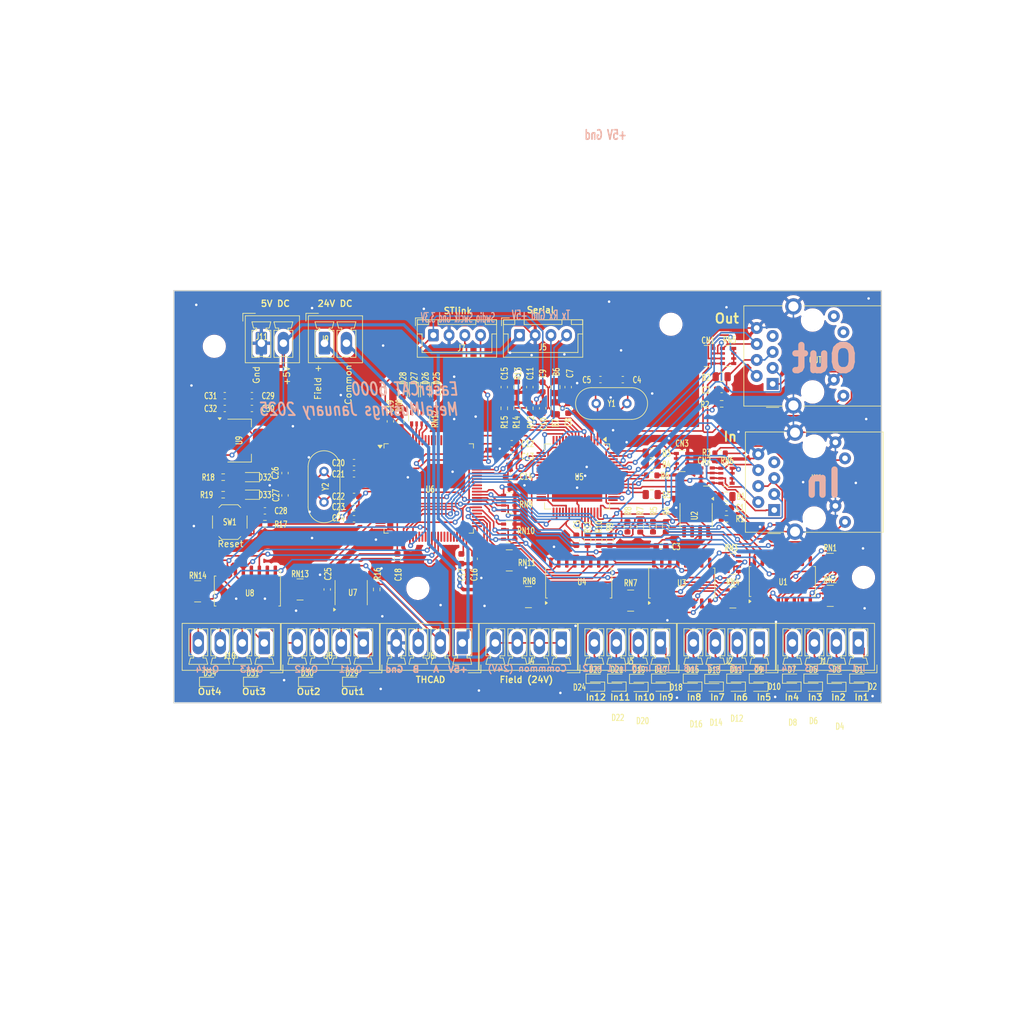
<source format=kicad_pcb>
(kicad_pcb (version 20240108) (generator "pcbnew") (generator_version "8.0")
  (title_block (comment 4 "AISLER Project ID: QPVFNKWE"))
  (layers (0 "F.Cu" signal) (31 "B.Cu" signal) (34 "B.Paste" user) (35 "F.Paste" user) (36 "B.SilkS" user "B.Silkscreen") (37 "F.SilkS" user "F.Silkscreen") (38 "B.Mask" user) (39 "F.Mask" user) (44 "Edge.Cuts" user))
  (net 0 "")
  (net 1 "+1V2")
  (net 2 "VDD12TX1")
  (net 3 "+3.3V")
  (net 4 "+3.3VA")
  (net 5 "GND")
  (net 6 "Net-(D1-A)")
  (net 7 "FXLOSA")
  (net 8 "FXLOSB")
  (net 9 "FXLOSEN")
  (net 10 "SPI_SCK")
  (net 11 "SPI_CS")
  (net 12 "SPI_MISO")
  (net 13 "SPI_MOSI")
  (net 14 "I2C_SDA")
  (net 15 "I2C_SCL")
  (net 16 "IRQ")
  (net 17 "+5V")
  (net 18 "TXPA")
  (net 19 "TXNA")
  (net 20 "RXPA")
  (net 21 "RXNA")
  (net 22 "TXPB")
  (net 23 "TXNB")
  (net 24 "RXPB")
  (net 25 "RXNB")
  (net 26 "Net-(IN1-Pad9)")
  (net 27 "Net-(OUT1-Pad9)")
  (net 28 "SWCLK")
  (net 29 "SWDIO")
  (net 30 "RX")
  (net 31 "TX")
  (net 32 "Net-(D25-A)")
  (net 33 "Net-(D5-A)")
  (net 34 "Net-(U5-OSCI)")
  (net 35 "Net-(D7-A)")
  (net 36 "THCAD_CTR")
  (net 37 "Net-(IN1-RCT)")
  (net 38 "Net-(OUT1-RCT)")
  (net 40 "Net-(D27-A)")
  (net 41 "Net-(U5-OSCO)")
  (net 45 "Net-(U6-VCAP_2)")
  (net 46 "Net-(U5-~{RST})")
  (net 47 "Net-(U6-VCAP_1)")
  (net 48 "SYNC0")
  (net 49 "SYNC1")
  (net 50 "Net-(U6-PH0)")
  (net 51 "Net-(U6-PH1)")
  (net 52 "Net-(U6-NRST)")
  (net 53 "Net-(D10-K)")
  (net 54 "Net-(D10-A)")
  (net 55 "Net-(D11-K)")
  (net 56 "Net-(D11-A)")
  (net 57 "Net-(D13-A)")
  (net 58 "Net-(D13-K)")
  (net 59 "Net-(D15-A)")
  (net 60 "Net-(D15-K)")
  (net 61 "Net-(D17-K)")
  (net 62 "Net-(D17-A)")
  (net 63 "Net-(D19-K)")
  (net 64 "Net-(D19-A)")
  (net 65 "Net-(D21-A)")
  (net 66 "Net-(D21-K)")
  (net 67 "Net-(D23-K)")
  (net 68 "Net-(D23-A)")
  (net 69 "B")
  (net 70 "A")
  (net 71 "24V_COMMON")
  (net 72 "Net-(D1-K)")
  (net 73 "Net-(D29-A)")
  (net 74 "Net-(IN1-Pad11)")
  (net 75 "24V_FIELD")
  (net 76 "RUNLED")
  (net 77 "Net-(D3-K)")
  (net 78 "IN9")
  (net 79 "IN10")
  (net 80 "IN11")
  (net 81 "IN8")
  (net 82 "Net-(D5-K)")
  (net 83 "Net-(D26-A)")
  (net 84 "Net-(D28-A)")
  (net 85 "LINKACTLED0")
  (net 86 "LINKACTLED1")
  (net 87 "Net-(D30-A)")
  (net 88 "Net-(RN12-R1.1)")
  (net 89 "Net-(RN12-R4.1)")
  (net 90 "Net-(RN12-R2.1)")
  (net 91 "IN5")
  (net 92 "IN7")
  (net 93 "IN4")
  (net 94 "IN6")
  (net 95 "IN2")
  (net 96 "IN0")
  (net 97 "IN1")
  (net 98 "IN3")
  (net 99 "Net-(RN7-R1.1)")
  (net 100 "Net-(RN7-R4.1)")
  (net 101 "Net-(RN7-R2.1)")
  (net 102 "Net-(RN7-R3.1)")
  (net 103 "Net-(RN8-R3.1)")
  (net 104 "Net-(RN8-R4.1)")
  (net 105 "Net-(RN8-R1.1)")
  (net 106 "Net-(RN8-R2.1)")
  (net 107 "Net-(RN12-R3.1)")
  (net 108 "Net-(RN13-R1.1)")
  (net 109 "Net-(RN13-R4.1)")
  (net 110 "Net-(RN13-R3.1)")
  (net 111 "Net-(J8-Pin_2)")
  (net 112 "Net-(J8-Pin_1)")
  (net 113 "Net-(J8-Pin_4)")
  (net 114 "Net-(J8-Pin_3)")
  (net 115 "Net-(RN13-R2.1)")
  (net 116 "OUT14")
  (net 117 "Net-(J10-Pin_4)")
  (net 118 "Net-(J10-Pin_2)")
  (net 119 "OUT12")
  (net 120 "Net-(J10-Pin_1)")
  (net 121 "Net-(J10-Pin_3)")
  (net 122 "OUT13")
  (net 123 "Net-(U2-SDA)")
  (net 124 "Net-(U2-SCL)")
  (net 125 "Net-(U5-RBIAS)")
  (net 126 "OUT15")
  (net 127 "Net-(RN1-R2.1)")
  (net 128 "Net-(RN1-R3.1)")
  (net 129 "Net-(RN1-R4.1)")
  (net 130 "Net-(RN1-R1.1)")
  (net 131 "Net-(RN2-R1.1)")
  (net 132 "Net-(RN2-R4.1)")
  (net 133 "Net-(RN2-R2.1)")
  (net 134 "Net-(RN2-R3.1)")
  (net 135 "Net-(RN4-R3.1)")
  (net 136 "Net-(RN4-R2.1)")
  (net 137 "Net-(RN4-R1.1)")
  (net 138 "Net-(RN4-R4.1)")
  (net 144 "Net-(D3-A)")
  (net 146 "Net-(D7-K)")
  (net 204 "Net-(RN3-R2.1)")
  (net 205 "Net-(RN3-R4.1)")
  (net 206 "Net-(RN3-R1.1)")
  (net 207 "Net-(RN3-R3.1)")
  (net 213 "Net-(D31-A)")
  (net 214 "Net-(D32-A)")
  (net 215 "Net-(D33-A)")
  (net 216 "Net-(D34-A)")
  (net 217 "Net-(U6-BOOT0)")
  (footprint "LED_SMD:LED_0603_1608Metric" (layer "F.Cu") (at 225.608 157.038)
    (property "Reference" "D13")
    (property "Value" "Yellow led")
  )
  (footprint "Package_TO_SOT_SMD:SOT-223-3_TabPin2" (layer "F.Cu") (at 150.114 119.126)
    (property "Reference" "U9")
    (property "Value" "AMS1117-3.3")
  )
  (footprint "LED_SMD:LED_0603_1608Metric" (layer "F.Cu") (at 232.6955 156.988)
    (property "Reference" "D9")
    (property "Value" "Yellow led")
  )
  (footprint "Resistor_SMD:R_0603_1608Metric" (layer "F.Cu") (at 147.536 127.731)
    (property "Reference" "R19")
    (property "Value" "2k")
  )
  (footprint "Package_SO:SOIC-8_3.9x4.9mm_P1.27mm" (layer "F.Cu") (at 222.758 131.064 -90)
    (property "Reference" "U2")
    (property "Value" "AT24CS32-SSHM")
  )
  (footprint "Capacitor_SMD:C_0603_1608Metric" (layer "F.Cu") (at 211.098 109.428)
    (property "Reference" "C4")
    (property "Value" "20pF")
  )
  (footprint "Resistor_SMD:R_Array_Convex_4x0603" (layer "F.Cu") (at 244.094 138.736 180)
    (property "Reference" "RN1")
    (property "Value" "1k")
  )
  (footprint "Resistor_SMD:R_0603_1608Metric" (layer "F.Cu") (at 213.868 132.842 -90)
    (property "Reference" "R7")
    (property "Value" "22")
  )
  (footprint "Connector_Phoenix_MC:PhoenixContact_MCV_1,5_4-G-3.5_1x04_P3.50mm_Vertical" (layer "F.Cu") (at 185.5725 151.3015 180)
    (property "Reference" "J6")
    (property "Value" "THCAD")
  )
  (footprint "Connector_Phoenix_MC:PhoenixContact_MCV_1,5_2-G-3.5_1x02_P3.50mm_Vertical" (layer "F.Cu") (at 153.612 103.632)
    (property "Reference" "J11")
    (property "Value" "5V input")
  )
  (footprint "LED_SMD:LED_0603_1608Metric" (layer "F.Cu") (at 222.1955 156.988)
    (property "Reference" "D15")
    (property "Value" "Yellow led")
  )
  (footprint "LED_SMD:LED_0603_1608Metric" (layer "F.Cu") (at 213.6445 157.024)
    (property "Reference" "D19")
    (property "Value" "Yellow led")
  )
  (footprint "Capacitor_SMD:C_0805_2012Metric" (layer "F.Cu") (at 226.822 108.966)
    (property "Reference" "B2")
    (property "Value" "BLM18EG221S")
  )
  (footprint "Package_QFP:TQFP-64-1EP_10x10mm_P0.5mm_EP8x8mm" (layer "F.Cu") (at 203.8298 124.836 -90)
    (property "Reference" "U5")
    (property "Value" "LAN9252_PT")
  )
  (footprint "Crystal:Crystal_HC49-4H_Vertical" (layer "F.Cu") (at 163.576 128.905 90)
    (property "Reference" "Y2")
    (property "Value" "8 MHz")
  )
  (footprint "Resistor_SMD:R_0603_1608Metric" (layer "F.Cu") (at 227.584 131.572)
    (property "Reference" "R1")
    (property "Value" "1k")
  )
  (footprint "LED_SMD:LED_0603_1608Metric" (layer "F.Cu") (at 151.854 124.937 180)
    (property "Reference" "D32")
    (property "Value" "Blue")
  )
  (footprint "Capacitor_SMD:C_0603_1608Metric" (layer "F.Cu") (at 152.108 111.983)
    (property "Reference" "C29")
    (property "Value" "10uF")
  )
  (footprint "Resistor_SMD:R_0603_1608Metric" (layer "F.Cu") (at 192.247 113.985 -90)
    (property "Reference" "R15")
    (property "Value" "10k")
  )
  (footprint "LED_SMD:LED_0603_1608Metric" (layer "F.Cu") (at 210.1445 158.258 180)
    (property "Reference" "D22")
    (property "Value" "Red led")
  )
  (footprint "Resistor_SMD:R_Array_Convex_4x0603" (layer "F.Cu") (at 212.344 144.578)
    (property "Reference" "RN7")
    (property "Value" "4k7")
  )
  (footprint "Resistor_SMD:R_0603_1608Metric" (layer "F.Cu") (at 211.836 132.842 -90)
    (property "Reference" "R8")
    (property "Value" "22")
  )
  (footprint "MountingHole:MountingHole_3.2mm_M3_ISO14580" (layer "F.Cu") (at 249.375 140.875)
    (property "Reference" "H1")
    (property "Value" "MountingHole")
  )
  (footprint "Resistor_SMD:R_0603_1608Metric" (layer "F.Cu") (at 175.768 116.078 -90)
    (property "Reference" "R100")
    (property "Value" "100k")
  )
  (footprint "Connector_Phoenix_MC:PhoenixContact_MCV_1,5_4-G-3.5_1x04_P3.50mm_Vertical" (layer "F.Cu") (at 154.0765 151.3015 180)
    (property "Reference" "J10")
    (property "Value" "Output3-4")
  )
  (footprint "Resistor_SMD:R_Array_Convex_4x0603" (layer "F.Cu") (at 224.42 124.676 180)
    (property "Reference" "CN2")
    (property "Value" "10pF")
  )
  (footprint "Resistor_SMD:R_0603_1608Metric" (layer "F.Cu") (at 226.822 113.284)
    (property "Reference" "R2")
    (property "Value" "1k")
  )
  (footprint "Resistor_SMD:R_0603_1608Metric" (layer "F.Cu") (at 205.486 134.9775 90)
    (property "Reference" "R11")
    (property "Value" "10k")
  )
  (footprint "LED_SMD:LED_0603_1608Metric" (layer "F.Cu") (at 222.1955 158.258 180)
    (property "Reference" "D16")
    (property "Value" "Red led")
  )
  (footprint "Resistor_SMD:R_0603_1608Metric" (layer "F.Cu") (at 171.958 142.8 90)
    (property "Reference" "R16")
    (property "Value" "120")
  )
  (footprint "Capacitor_SMD:C_0603_1608Metric" (layer "F.Cu") (at 157.3688 127.844 90)
    (property "Reference" "C27")
    (property "Value" "22pF")
  )
  (footprint "Capacitor_SMD:C_0603_1608Metric" (layer "F.Cu") (at 203.708 134.9775 90)
    (property "Reference" "C6")
    (property "Value" "0.1uF")
  )
  (footprint "Capacitor_SMD:C_0603_1608Metric" (layer "F.Cu") (at 227.584 129.794)
    (property "Reference" "C1")
    (property "Value" "0.1uF")
  )
  (footprint "LED_SMD:LED_0603_1608Metric" (layer "F.Cu") (at 210.17 156.988)
    (property "Reference" "D21")
    (property "Value" "Yellow led")
  )
  (footprint "Capacitor_SMD:C_0603_1608Metric" (layer "F.Cu") (at 193.2378 124.96)
    (property "Reference" "C14")
    (property "Value" "0.1uF")
  )
  (footprint "Resistor_SMD:R_0603_1608Metric" (layer "F.Cu") (at 215.9 132.842 -90)
    (property "Reference" "R5")
    (property "Value" "2k")
  )
  (footprint "Capacitor_SMD:C_0603_1608Metric" (layer "F.Cu") (at 193.4368 121.658 180)
    (property "Reference" "C13")
    (property "Value" "2.2uF")
  )
  (footprint "Capacitor_SMD:C_0603_1608Metric" (layer "F.Cu") (at 164.084 142.8 -90)
    (property "Reference" "C25")
    (property "Value" "0.1uF")
  )
  (footprint "Resistor_SMD:R_Array_Convex_4x0603" (layer "F.Cu") (at 196.088 144.018 180)
    (property "Reference" "RN8")
    (property "Value" "1k")
  )
  (footprint "LED_SMD:LED_0603_1608Metric" (layer "F.Cu") (at 241.3785 156.988)
    (property "Reference" "D5")
    (property "Value" "Yellow led")
  )
  (footprint "LED_SMD:LED_0603_1608Metric" (layer "F.Cu") (at 213.6445 158.294 180)
    (property "Reference" "D20")
    (property "Value" "Red led")
  )
  (footprint "Resistor_SMD:R_Array_Convex_4x0603" (layer "F.Cu") (at 224.536 105.664 180)
    (property "Reference" "CN1")
    (property "Value" "10pF")
  )
  (footprint "Package_SO:SOIC-16_4.55x10.3mm_P1.27mm" (layer "F.Cu") (at 236.474 141.53 90)
    (property "Reference" "U1")
    (property "Value" "TLP292-4")
  )
  (footprint "LED_SMD:LED_0603_1608Metric" (layer "F.Cu") (at 177.8728 111.382 -90)
    (property "Reference" "D27")
    (property "Value" "Red led")
  )
  (footprint "Capacitor_SMD:C_0603_1608Metric" (layer "F.Cu") (at 168.3458 129.786 180)
    (property "Reference" "C23")
    (property "Value" "0.1uF")
  )
  (footprint "Resistor_SMD:R_Array_Convex_4x0603" (layer "F.Cu") (at 227.584 124.714 180)
    (property "Reference" "RN6")
    (property "Value" "49.9")
  )
  (footprint "Package_SO:SOIC-16_4.55x10.3mm_P1.27mm" (layer "F.Cu") (at 151.384 143.054 -90)
    (property "Reference" "U8")
    (property "Value" "TLP292-4")
  )
  (footprint "Crystal:Crystal_HC49-4H_Vertical" (layer "F.Cu") (at 206.87 113.228)
    (property "Reference" "Y1")
    (property "Value" "25MHz")
  )
  (footprint "Package_SO:SOIC-16_4.55x10.3mm_P1.27mm" (layer "F.Cu") (at 220.472 141.784 90)
    (property "Reference" "U3")
    (property "Value" "TLP292-4")
  )
  (footprint "LED_SMD:LED_0603_1608Metric" (layer "F.Cu") (at 248.666 158.258 180)
    (property "Reference" "D2")
    (property "Value" "Red led")
  )
  (footprint "Connector_Phoenix_MC:PhoenixContact_MCV_1,5_4-G-3.5_1x04_P3.50mm_Vertical" (layer "F.Cu") (at 201.3205 151.3015 180)
    (property "Reference" "J4")
    (property "Value" "24V_Common")
  )
  (footprint "Capacitor_SMD:C_0603_1608Metric" (layer "F.Cu") (at 202.407 110.617 90)
    (property "Reference" "C7")
    (property "Value" "2uF")
  )
  (footprint "Resistor_SMD:R_0603_1608Metric" (layer "F.Cu") (at 196.311 113.985 90)
    (property "Reference" "R12")
    (property "Value" "10k")
  )
  (footprint "LED_SMD:LED_0603_1608Metric" (layer "F.Cu") (at 229.108 156.988)
    (property "Reference" "D11")
    (property "Value" "Yellow led")
  )
  (footprint "Capacitor_SMD:C_0603_1608Metric" (layer "F.Cu") (at 152.108 114.015)
    (property "Reference" "C30")
    (property "Value" "0.1uF")
  )
  (footprint "Capacitor_SMD:C_0603_1608Metric" (layer "F.Cu") (at 198.343 110.617 -90)
    (property "Reference" "C9")
    (property "Value" "1uF")
  )
  (footprint "Connector_JST:JST_XH_B4B-XH-A_1x04_P2.50mm_Vertical" (layer "F.Cu") (at 194.664 102.362)
    (property "Reference" "J5")
    (property "Value" "Serial usart1")
  )
  (footprint "HakansLibrary:PulseJack JB0011D01BNL" (layer "F.Cu") (at 235.184 130.175 -90)
    (property "Reference" "IN1")
    (property "Value" "J0011D01BNL")
  )
  (footprint "Connector_JST:JST_XH_B4B-XH-A_1x04_P2.50mm_Vertical" (layer "F.Cu") (at 180.968 102.362)
    (property "Reference" "J7")
    (property "Value" "STLINK")
  )
  (footprint "LED_SMD:LED_0603_1608Metric" (layer "F.Cu") (at 237.9725 158.258 180)
    (property "Reference" "D8")
    (property "Value" "Red led")
  )
  (footprint "Capacitor_SMD:C_0603_1608Metric" (layer "F.Cu") (at 207.542 109.418 180)
    (property "Reference" "C5")
    (property "Value" "20pF")
  )
  (footprint "Capacitor_SMD:C_0603_1608Metric" (layer "F.Cu") (at 193.4368 119.626)
    (property "Reference" "C12")
    (property "Value" "0.1uF")
  )
  (footprint "MountingHole:MountingHole_3.2mm_M3_ISO14580" (layer "F.Cu") (at 218.75 100.625)
    (property "Reference" "H2")
    (property "Value" "MountingHole")
  )
  (footprint "Capacitor_SMD:C_0805_2012Metric" (layer "F.Cu") (at 200.375 110.617 -90)
    (property "Reference" "B6")
    (property "Value" "BLM18EG221S")
  )
  (footprint "Resistor_SMD:R_0603_1608Metric" (layer "F.Cu") (at 226.568 121.158 180)
    (property "Reference" "R3")
    (property "Value" "1k")
  )
  (footprint "Capacitor_SMD:C_0603_1608Metric" (layer "F.Cu") (at 192.247 110.617 90)
    (property "Reference" "C15")
    (property "Value" "0.1uF")
  )
  (footprint "Capacitor_SMD:C_0603_1608Metric" (layer "F.Cu") (at 168.3458 128.008 180)
    (property "Reference" "C22")
    (property "Value" "0.1uF")
  )
  (footprint "Capacitor_SMD:C_0805_2012Metric" (layer "F.Cu") (at 200.375 113.985 90)
    (property "Reference" "B7")
    (property "Value" "BLM18EG221S")
  )
  (footprint "Resistor_SMD:R_Array_Convex_4x0603" (layer "F.Cu") (at 220.5193 122.372)
    (property "Reference" "CN3")
    (property "Value" "0.1uF")
  )
  (footprint "LED_SMD:LED_0603_1608Metric" (layer "F.Cu") (at 217.1445 156.988)
    (property "Reference" "D17")
    (property "Value" "Yellow led")
  )
  (footprint "Capacitor_SMD:C_0603_1608Metric" (layer "F.Cu") (at 196.311 110.617 -90)
    (property "Reference" "C11")
    (property "Value" "470pF")
  )
  (footprint "LED_SMD:LED_0603_1608Metric" (layer "F.Cu") (at 152.25 157.5)
    (property "Reference" "D31")
    (property "Value" "White")
  )
  (footprint "LED_SMD:LED_0603_1608Metric" (layer "F.Cu") (at 151.854 127.731 180)
    (property "Reference" "D33")
    (property "Value" "Blue")
  )
  (footprint "Capacitor_SMD:C_0805_2012Metric" (layer "F.Cu") (at 215.6933 127.706 180)
    (property "Reference" "B5")
    (property "Value" "BLM18EG221S")
  )
  (footprint "Resistor_SMD:R_0603_1608Metric" (layer "F.Cu") (at 194.279 110.617 -90)
    (property "Reference" "R13")
    (property "Value" "10k")
  )
  (footprint "Capacitor_SMD:C_0603_1608Metric" (layer "F.Cu") (at 147.79 111.983 180)
    (property "Reference" "C31")
    (property "Value" "10uF")
  )
  (footprint "Capacitor_SMD:C_0805_2012Metric" (layer "F.Cu") (at 227.584 128.016)
    (property "Reference" "B1")
    (property "Value" "BLM18EG221S")
  )
  (footprint "LED_SMD:LED_0603_1608Metric" (layer "F.Cu") (at 145.25 157.5)
    (property "Reference" "D34")
    (property "Value" "White")
  )
  (footprint "Capacitor_SMD:C_0603_1608Metric" (layer "F.Cu") (at 147.79 114.015 180)
    (property "Reference" "C32")
    (property "Value" "0.1uF")
  )
  (footprint "Package_QFP:LQFP-100_14x14mm_P0.5mm" (layer "F.Cu") (at 180.2288 126.738)
    (property "Reference" "U6")
    (property "Value" "STM32F407VGT6")
  )
  (footprint "Capacitor_SMD:C_0603_1608Metric" (layer "F.Cu") (at 168.3458 124.404 180)
    (property "Reference" "C21")
    (property "Value" "0.1uF")
  )
  (footprint "Capacitor_SMD:C_0603_1608Metric" (layer "F.Cu") (at 174.1328 116.07 90)
    (property "Reference" "C19")
    (property "Value" "0.1uF")
  )
  (footprint "Capacitor_SMD:C_0603_1608Metric" (layer "F.Cu") (at 175.26 137.922 -90)
    (property "Reference" "C18")
    (property "Value" "0.1uF")
  )
  (footprint "Resistor_SMD:R_Array_Convex_4x0603" (layer "F.Cu") (at 227.838 105.664 180)
    (property "Reference" "RN5")
    (property "Value" "49.9")
  )
  (footprint "LED_SMD:LED_0603_1608Metric" (layer "F.Cu") (at 241.3785 158.258 180)
    (property "Reference" "D6")
    (property "Value" "Red led")
  )
  (footprint "Connector_Phoenix_MC:PhoenixContact_MCV_1,5_4-G-3.5_1x04_P3.50mm_Vertical" (layer "F.Cu") (at 169.8245 151.3015 180)
    (property "Reference" "J8")
    (property "Value" "Output1-2")
  )
  (footprint "LED_SMD:LED_0603_1608Metric" (layer "F.Cu") (at 206.732 156.9945)
    (property "Reference" "D23")
    (property "Value" "Yellow led")
  )
  (footprint "Button_Switch_SMD:SW_Push_1P1T_XKB_TS-1187A" (layer "F.Cu") (at 148.59 132.08)
    (property "Reference" "SW1")
    (property "Value" "SW_Push")
  )
  (footprint "Capacitor_SMD:C_0603_1608Metric" (layer "F.Cu") (at 185.42 137.922 90)
    (property "Reference" "C17")
    (property "Value" "2.2uF")
  )
  (footprint "MountingHole:MountingHole_3.2mm_M3_ISO14580" (layer "F.Cu") (at 178.5 142.625)
    (property "Reference" "H3")
    (property "Value" "MountingHole")
  )
  (footprint "Resistor_SMD:R_Array_Convex_4x0603" (layer "F.Cu") (at 193.04 129.032)
    (property "Reference" "RN9")
    (property "Value" "39k")
  )
  (footprint "Resistor_SMD:R_Array_Convex_4x0603" (layer "F.Cu") (at 228.6 144.07)
    (property "Reference" "RN4")
    (property "Value" "4k7")
  )
  (footprint "Capacitor_SMD:C_0603_1608Metric" (layer "F.Cu") (at 198.343 113.985 -90)
    (property "Reference" "C10")
    (property "Value" "0.1uF")
  )
  (footprint "LED_SMD:LED_0603_1608Metric" (layer "F.Cu") (at 181.4288 111.382 -90)
    (property "Reference" "D25")
    (property "Value" "Green led")
  )
  (footprint "Capacitor_SMD:C_0603_1608Metric" (layer "F.Cu") (at 187.452 137.922 -90)
    (property "Reference" "C16")
    (property "Value" "0.1uF")
  )
  (footprint "Resistor_SMD:R_Array_Convex_4x0603" (layer "F.Cu") (at 193.04 133.604)
    (property "Reference" "RN10")
    (property "Value" "39k")
  )
  (footprint "Capacitor_SMD:C_0805_2012Metric" (layer "F.Cu") (at 215.6933 122.88 180)
    (property "Reference" "B4")
    (property "Value" "BLM18EG221S")
  )
  (footprint "Resistor_SMD:R_Array_Convex_4x0603" (layer "F.Cu") (at 178.7048 115.562 90)
    (property "Reference" "RN12")
    (property "Value" "1k")
  )
  (footprint "Resistor_SMD:R_0603_1608Metric" (layer "F.Cu") (at 207.264 134.9775 -90)
    (property "Reference" "R10")
    (property "Value" "10k")
  )
  (footprint "Resistor_SMD:R_Array_Convex_4x0603" (layer "F.Cu") (at 159.766 142.8)
    (property "Reference" "RN13")
    (property "Value" "330")
  )
  (footprint "Resistor_SMD:R_0603_1608Metric" (layer "F.Cu") (at 147.536 124.937)
    (property "Reference" "R18")
    (property "Value" "4k7")
  )
  (footprint "Resistor_SMD:R_0603_1608Metric" (layer "F.Cu") (at 209.042 134.9775 -90)
    (property "Reference" "R9")
    (property "Value" "10k")
  )
  (footprint "Connector_Phoenix_MC:PhoenixContact_MCV_1,5_4-G-3.5_1x04_P3.50mm_Vertical" (layer "F.Cu") (at 232.8165 151.3015 180)
    (property "Reference" "J2")
    (property "Value" "In5-8")
  )
  (footprint "LED_SMD:LED_0603_1608Metric" (layer "F.Cu") (at 248.666 156.988)
    (property "Reference" "D1")
    (property "Value" "Yellow led")
  )
  (footprint "LED_SMD:LED_0603_1608Metric" (layer "F.Cu") (at 161 157.5)
    (property "Reference" "D30")
    (property "Value" "White")
  )
  (footprint "Resistor_SMD:R_Array_Convex_4x0603" (layer "F.Cu") (at 228.6 138.736 180)
    (property "Reference" "RN3")
    (property "Value" "1k")
  )
  (footprint "Connector_Phoenix_MC:PhoenixContact_MCV_1,5_4-G-3.5_1x04_P3.50mm_Vertical" (layer "F.Cu") (at 248.5645 151.3015 180)
    (property "Reference" "J1")
    (property "Value" "In1-4")
  )
  (footprint "Package_SO:SO-8_3.9x4.9mm_P1.27mm" (layer "F.Cu") (at 167.894 143.308 90)
    (property "Reference" "U7")
    (property "Value" "MAX3485CSA/ESA")
  )
  (footprint "Resistor_SMD:R_0603_1608Metric" (layer "F.Cu") (at 215.6933 124.658 180)
    (property "Reference" "R6")
    (property "Value" "12.1k")
  )
  (footprint "Resistor_SMD:R_0603_1608Metric" (layer "F.Cu") (at 194.279 113.985 90)
    (property "Reference" "R14")
    (property "Value" "10k")
  )
  (footprint "LED_SMD:LED_0603_1608Metric" (layer "F.Cu") (at 217.1445 158.258 180)
    (property "Reference" "D18")
    (property "Value" "Red led")
  )
  (footprint "Capacitor_SMD:C_0603_1608Metric" (layer "F.Cu") (at 157.3688 124.288 -90)
    (property "Reference" "C26")
    (property "Value" "22pF")
  )
  (footprint "LED_SMD:LED_0603_1608Metric" (layer "F.Cu") (at 229.108 158.258 180)
    (property "Reference" "D12")
    (property "Value" "Red led")
  )
  (footprint "Capacitor_SMD:C_0603_1608Metric" (layer "F.Cu") (at 202.407 113.985 -90)
    (property "Reference" "C8")
    (property "Value" "0.1uF")
  )
  (footprint "HakansLibrary:PulseJack JB0011D01BNL" (layer "F.Cu") (at 234.93 110.109 -90)
    (property "Reference" "OUT1")
    (property "Value" "J0011D01BNL")
  )
  (footprint "Capacitor_SMD:C_0805_2012Metric" (layer "F.Cu") (at 215.6933 121.102 180)
    (property "Reference" "B3")
    (property "Value" "BLM18EG221S")
  )
  (footprint "LED_SMD:LED_0603_1608Metric" (layer "F.Cu") (at 179.6508 111.382 -90)
    (property "Reference" "D26")
    (property "Value" "Orange led")
  )
  (footprint "Resistor_SMD:R_Array_Convex_4x0603" (layer "F.Cu") (at 244.094 143.816)
    (property "Reference" "RN2")
    (property "Value" "4k7")
  )
  (footprint "Resistor_SMD:R_Array_Convex_4x0603" (layer "F.Cu") (at 193.04 138.176)
    (property "Reference" "RN11")
    (property "Value" "39k")
  )
  (footprint "LED_SMD:LED_0603_1608Metric" (layer "F.Cu") (at 168 157.5)
    (property "Reference" "D29")
    (property "Value" "White")
  )
  (footprint "LED_SMD:LED_0603_1608Metric" (layer "F.Cu") (at 206.732 158.258 180)
    (property "Reference" "D24")
    (property "Value" "Red led")
  )
  (footprint "LED_SMD:LED_0603_1608Metric" (layer "F.Cu") (at 232.6955 158.258 180)
    (property "Reference" "D10")
    (property "Value" "Red led")
  )
  (footprint "Capacitor_SMD:C_0603_1608Metric" (layer "F.Cu") (at 217.17 135.89)
    (property "Reference" "C3")
    (property "Value" "0.1uF")
  )
  (footprint "Capacitor_SMD:C_0603_1608Metric" (layer "F.Cu") (at 168.3458 122.626 180)
    (property "Reference" "C20")
    (property "Value" "0.1uF")
  )
  (footprint "Capacitor_SMD:C_0603_1608Metric" (layer "F.Cu") (at 226.822 110.998)
    (property "Reference" "C2")
    (property "Value" "0.1uF")
  )
  (footprint "Resistor_SMD:R_0603_1608Metric" (layer "F.Cu") (at 154.178 132.334)
    (property "Reference" "R17")
    (property "Value" "1k")
  )
  (footprint "Resistor_SMD:R_Array_Convex_4x0603" (layer "F.Cu") (at 143.475 143.1 180)
    (property "Reference" "RN14")
    (property "Value" "4k7")
  )
  (footprint "Connector_Phoenix_MC:PhoenixContact_MCV_1,5_2-G-3.5_1x02_P3.50mm_Vertical" (layer "F.Cu") (at 163.6425 103.632)
    (property "Reference" "J9")
    (property "Value" "24V Field")
  )
  (footprint "Package_SO:SOIC-16_4.55x10.3mm_P1.27mm" (layer "F.Cu") (at 204.089 141.784 90)
    (property "Reference" "U4")
    (property "Value" "TLP292-4")
  )
  (footprint "LED_SMD:LED_0603_1608Metric" (layer "F.Cu") (at 176.0948 111.382 -90)
    (property "Reference" "D28")
    (property "Value" "Blue led")
  )
  (footprint "LED_SMD:LED_0603_1608Metric" (layer "F.Cu") (at 237.9725 156.988)
    (property "Reference" "D7")
    (property "Value" "Yellow led")
  )
  (footprint "LED_SMD:LED_0603_1608Metric" (layer "F.Cu") (at 245.11 157.024)
    (property "Reference" "D3")
    (property "Value" "Yellow led")
  )
  (footprint "Capacitor_SMD:C_0603_1608Metric" (layer "F.Cu") (at 154.178 130.302 180)
    (property "Reference" "C28")
    (property "Value" "0.1uF")
  )
  (footprint "LED_SMD:LED_0603_1608Metric" (layer "F.Cu") (at 245.11 158.294 180)
    (property "Reference" "D4")
    (property "Value" "Red led")
  )
  (footprint "Resistor_SMD:R_0603_1608Metric" (layer "F.Cu") (at 217.932 132.842 -90)
    (property "Reference" "R4")
    (property "Value" "2k")
  )
  (footprint "LED_SMD:LED_0603_1608Metric" (layer "F.Cu") (at 225.608 158.258 180)
    (property "Reference" "D14")
    (property "Value" "Red led")
  )
  (footprint "Capacitor_SMD:C_0603_1608Metric" (layer "F.Cu") (at 168.3458 131.564 180)
    (property "Reference" "C24")
    (property "Value" "0.1uF")
  )
  (footprint "MountingHole:MountingHole_3.2mm_M3_ISO14580" (layer "F.Cu") (at 146.125 104.125)
    (property "Reference" "H4")
    (property "Value" "MountingHole")
  )
  (footprint "Connector_Phoenix_MC:PhoenixContact_MCV_1,5_4-G-3.5_1x04_P3.50mm_Vertical" (layer "F.Cu") (at 217.0685 151.3015 180)
    (property "Reference" "J3")
    (property "Value" "In9-12")
  )
  (gr_rect (start 139.7 95.277) (end 252.222 160.834) (stroke (width 0.2)) (fill none) (layer "Edge.Cuts"))
  (gr_text "+5V  A   B  Gnd" (at 186.563 156.083 0) (layer "B.SilkS") (effects (font (size 1 1) (thickness 0.25) (bold yes)) (justify left bottom mirror)))
  (gr_text "Swdio Swclk Gnd 3.3V" (at 190.881 100.457 0) (layer "B.SilkS") (effects (font (size 1.5 0.7) (thickness 0.175) (bold yes)) (justify left bottom mirror)))
  (gr_text "+5V Gnd" (at 211.836 71.374 0) (layer "B.SilkS") (effects (font (size 1.5 1) (thickness 0.25) (bold yes)) (justify left bottom mirror)))
  (gr_text "EaserCAT 6000\nMetalMusings January 2025" (at 185.166 115.316 0) (layer "B.SilkS") (effects (font (size 2 1.5) (thickness 0.3) (bold yes) (italic yes)) (justify left bottom mirror)))
  (gr_text "Commmon (24V)" (at 202.311 155.956 0) (layer "B.SilkS") (effects (font (size 1 1) (thickness 0.19) (bold yes)) (justify left bottom mirror)))
  (gr_text "Out1    Out2      Out3    Out4" (at 169.799 156.083 0) (layer "B.SilkS") (effects (font (size 1 1.08) (thickness 0.2) (bold yes)) (justify left bottom mirror)))
  (gr_text "In" (at 246.38 128.27 0) (layer "B.SilkS") (effects (font (size 4 4) (thickness 1) (bold yes)) (justify left bottom mirror)))
  (gr_text "In1  In2  In3  In4   In5  In6  In7  In8   In9 In10 In11 In12" (at 249.809 155.956 0) (layer "B.SilkS") (effects (font (size 1 0.96) (thickness 0.19) (bold yes)) (justify left bottom mirror)))
  (gr_text "Tx Rx Gnd +5V" (at 202.819 100.076 0) (layer "B.SilkS") (effects (font (size 1.5 0.8) (thickness 0.2) (bold yes)) (justify left bottom mirror)))
  (gr_text "Out" (at 248.92 108.458 0) (layer "B.SilkS") (effects (font (size 4 4) (thickness 1) (bold yes)) (justify left bottom mirror)))
  (gr_text "5V DC" (at 153.416 97.917 0) (layer "F.SilkS") (effects (font (size 1 1) (thickness 0.2) (bold yes)) (justify left bottom)))
  (gr_text "Gnd\n\n\n+5V" (at 158.242 107.188 90) (layer "F.SilkS") (effects (font (size 1 1)) (justify right bottom)))
  (gr_text "Field (24V)" (at 191.389 157.734 0) (layer "F.SilkS") (effects (font (size 1 1) (thickness 0.2) (bold yes)) (justify left bottom)))
  (gr_text "STlink" (at 182.499 99.06 0) (layer "F.SilkS") (effects (font (size 1 1) (thickness 0.2) (bold yes)) (justify left bottom)))
  (gr_text "Out4    Out3      Out2    Out1" (at 143.383 159.639 0) (layer "F.SilkS") (effects (font (size 1 1.08) (thickness 0.2) (bold yes)) (justify left bottom)))
  (gr_text "In" (at 226.949 119.38 0) (layer "F.SilkS") (effects (font (size 1.5 1.5) (thickness 0.3) (bold yes)) (justify left bottom)))
  (gr_text "Reset" (at 146.558 136.144 0) (layer "F.SilkS") (effects (font (size 1 1)) (justify left bottom)))
  (gr_text "24V DC" (at 162.433 97.917 0) (layer "F.SilkS") (effects (font (size 1 1) (thickness 0.2) (bold yes)) (justify left bottom)))
  (gr_text "Out" (at 225.552 100.584 0) (layer "F.SilkS") (effects (font (size 1.5 1.5) (thickness 0.3) (bold yes)) (justify left bottom)))
  (gr_text "Field +\n\n\nCommon" (at 168.021 106.934 90) (layer "F.SilkS") (effects (font (size 1 1)) (justify right bottom)))
  (gr_text "THCAD" (at 178.054 157.734 0) (layer "F.SilkS") (effects (font (size 1 1) (thickness 0.2) (bold yes)) (justify left bottom)))
  (gr_text "Serial" (at 195.707 98.933 0) (layer "F.SilkS") (effects (font (size 1 1) (thickness 0.2) (bold yes)) (justify left bottom)))
  (gr_text "In12 In11 In10 In9   In8  In7  In6  In5   In4  In3  In2  In1" (at 205.105 160.528 0) (layer "F.SilkS") (effects (font (size 1 0.96) (thickness 0.192) (bold yes)) (justify left bottom)))
  (segment (start 199.234 110.733) (end 199.234 113.869) (width 0.25) (layer "F.Cu") (net 1))
  (segment (start 199.234 113.869) (end 198.343 114.76) (width 0.25) (layer "F.Cu") (net 1))
  (segment (start 200.9905 133.202) (end 202.0927 132.0998) (width 0.25) (layer "F.Cu") (net 1))
  (segment (start 196.9992 124.6414) (end 196.7618 124.6414) (width 0.25) (layer "F.Cu") (net 1))
  (segment (start 200.375 109.667) (end 199.309 110.733) (width 0.25) (layer "F.Cu") (net 1))
  (segment (start 204.9388 117.7044) (end 205.0798 117.8454) (width 0.25) (layer "F.Cu") (net 1))
  (segment (start 198.343 109.842) (end 196.311 109.842) (width 0.25) (layer "F.Cu") (net 1))
  (segment (start 201.0266 115.5866) (end 200.375 114.935) (width 0.25) (layer "F.Cu") (net 1))
  (segment (start 199.234 113.869) (end 199.309 113.869) (width 0.25) (layer "F.Cu") (net 1))
  (segment (start 196.6025 124.96) (end 196.6025 131.211499) (width 0.25) (layer "F.Cu") (net 1))
  (segment (start 199.309 113.869) (end 200.375 114.935) (width 0.25) (layer "F.Cu") (net 1))
  (segment (start 196.6025 124.8007) (end 196.6025 124.96) (width 0.25) (layer "F.Cu") (net 1))
  (segment (start 199.234 110.733) (end 198.343 109.842) (width 0.25) (layer "F.Cu") (net 1))
  (segment (start 204.9388 117.7044) (end 202.821 115.5866) (width 0.25) (layer "F.Cu") (net 1))
  (segment (start 196.6025 131.211499) (end 198.593001 133.202) (width 0.25) (layer "F.Cu") (net 1))
  (segment (start 202.821 115.5866) (end 201.0266 115.5866) (width 0.25) (layer "F.Cu") (net 1))
  (segment (start 196.6025 124.96) (end 194.0128 124.96) (width 0.25) (layer "F.Cu") (net 1))
  (segment (start 199.309 110.733) (end 199.234 110.733) (width 0.25) (layer "F.Cu") (net 1))
  (segment (start 202.5798 130.536) (end 202.5798 131.6127) (width 0.25) (layer "F.Cu") (net 1))
  (segment (start 203.708 134.2025) (end 202.0927 132.5872) (width 0.25) (layer "F.Cu") (net 1))
  (segment (start 196.7618 124.6414) (end 196.6025 124.8007) (width 0.25) (layer "F.Cu") (net 1))
  (segment (start 205.0798 117.8454) (end 205.0798 119.136) (width 0.25) (layer "F.Cu") (net 1))
  (segment (start 202.0927 132.0998) (end 202.5798 131.6127) (width 0.25) (layer "F.Cu") (net 1))
  (segment (start 198.1298 124.586) (end 197.0546 124.586) (width 0.25) (layer "F.Cu") (net 1))
  (segment (start 198.593001 133.202) (end 200.9905 133.202) (width 0.25) (layer "F.Cu") (net 1))
  (segment (start 202.0927 132.5872) (end 202.0927 132.0998) (width 0.25) (layer "F.Cu") (net 1))
  (segment (start 197.0546 124.586) (end 196.9992 124.6414) (width 0.25) (layer "F.Cu") (net 1))
  (via (at 196.7618 124.6414) (size 0.8) (drill 0.4) (layers "F.Cu" "B.Cu") (net 1))
  (via (at 204.9388 117.7044) (size 0.8) (drill 0.4) (layers "F.Cu" "B.Cu") (net 1))
  (segment (start 202.2086 117.7044) (end 204.9388 117.7044) (width 0.25) (layer "B.Cu") (net 1))
  (segment (start 196.7618 123.1512) (end 202.2086 117.7044) (width 0.25) (layer "B.Cu") (net 1))
  (segment (start 196.7618 124.6414) (end 196.7618 123.1512) (width 0.25) (layer "B.Cu") (net 1))
  (segment (start 209.5298 123.586) (end 212.009 123.586) (width 0.25) (layer "F.Cu") (net 2))
  (segment (start 200.375 113.035) (end 200.375 111.567) (width 0.25) (layer "F.Cu") (net 2))
  (segment (start 208.6506 125.086) (end 208.455 124.8904) (width 0.25) (layer "F.Cu") (net 2))
  (segment (start 208.6112 123.586) (end 209.5298 123.586) (width 0.25) (layer "F.Cu") (net 2))
  (segment (start 202.407 113.21) (end 202.407 111.392) (width 0.25) (layer "F.Cu") (net 2))
  (segment (start 202.407 113.21) (end 202.2777 113.21) (width 0.25) (layer "F.Cu") (net 2))
  (segment (start 202.2777 113.21) (end 201.5027 113.985) (width 0.25) (layer "F.Cu") (net 2))
  (segment (start 200.5527 113.035) (end 201.5027 113.985) (width 0.25) (layer "F.Cu") (net 2))
  (segment (start 200.375 113.035) (end 200.5527 113.035) (width 0.25) (layer "F.Cu") (net 2))
  (segment (start 209.5298 125.086) (end 208.6506 125.086) (width 0.25) (layer "F.Cu") (net 2))
  (segment (start 208.455 124.8904) (end 208.455 123.7422) (width 0.25) (layer "F.Cu") (net 2))
  (segment (start 208.455 123.7422) (end 208.6112 123.586) (width 0.25) (layer "F.Cu") (net 2))
  (segment (start 212.009 123.586) (end 212.1675 123.4275) (width 0.25) (layer "F.Cu") (net 2))
  (via (at 212.1675 123.4275) (size 0.8) (drill 0.4) (layers "F.Cu" "B.Cu") (net 2))
  (via (at 201.5027 113.985) (size 0.8) (drill 0.4) (layers "F.Cu" "B.Cu") (net 2))
  (segment (start 206.5312 118.712) (end 206.5312 118.1812) (width 0.25) (layer "B.Cu") (net 2))
  (segment (start 206.5312 118.1812) (end 202.335 113.985) (width 0.25) (layer "B.Cu") (net 2))
  (segment (start 211.2467 123.4275) (end 206.5312 118.712) (width 0.25) (layer "B.Cu") (net 2))
  (segment (start 212.1675 123.4275) (end 211.2467 123.4275) (width 0.25) (layer "B.Cu") (net 2))
  (segment (start 202.335 113.985) (end 201.5027 113.985) (width 0.25) (layer "B.Cu") (net 2))
  (segment (start 175.2288 131.0822) (end 176.7081 129.6029) (width 0.25) (layer "F.Cu") (net 3))
  (segment (start 228.738 106.064) (end 228.738 106.864) (width 0.25) (layer "F.Cu") (net 3))
  (segment (start 199.9711 120.2127) (end 201.0798 120.2127) (width 0.25) (layer "F.Cu") (net 3))
  (segment (start 239.649 138.093) (end 238.709 137.153) (width 0.25) (layer "F.Cu") (net 3))
  (segment (start 151.333 111.983) (end 151.333 114.015) (width 0.25) (layer "F.Cu") (net 3))
  (segment (start 221.107 137.4068) (end 221.107 138.534) (width 0.25) (layer "F.Cu") (net 3))
  (segment (start 229.3717 123.675) (end 229.491 123.675) (width 0.25) (layer "F.Cu") (net 3))
  (segment (start 228.0835 106.864) (end 225.9815 108.966) (width 0.25) (layer "F.Cu") (net 3))
  (segment (start 175.2288 137.147) (end 169.2521 137.147) (width 0.25) (layer "F.Cu") (net 3))
  (segment (start 172.5538 129.738) (end 171.6151 129.738) (width 0.25) (layer "F.Cu") (net 3))
  (segment (start 170.4548 125.738) (end 172.5538 125.738) (width 0.25) (layer "F.Cu") (net 3))
  (segment (start 224.663 133.539) (end 225.2057 134.0817) (width 0.25) (layer "F.Cu") (net 3))
  (segment (start 221.107 137.4068) (end 222.7327 137.4068) (width 0.25) (layer "F.Cu") (net 3))
  (segment (start 168.2999 132.3849) (end 155.0539 132.3849) (width 0.25) (layer "F.Cu") (net 3))
  (segment (start 203.962 137.4068) (end 204.724 138.1688) (width 0.25) (layer "F.Cu") (net 3))
  (segment (start 194.1846 122.944) (end 194.1846 123.5274) (width 0.25) (layer "F.Cu") (net 3))
  (segment (start 228.738 105.264) (end 228.738 106.064) (width 0.25) (layer "F.Cu") (net 3))
  (segment (start 173.4296 125.738) (end 172.5538 125.738) (width 0.25) (layer "F.Cu") (net 3))
  (segment (start 165.989 140.4101) (end 165.989 140.733) (width 0.25) (layer "F.Cu") (net 3))
  (segment (start 165.376 140.733) (end 164.084 142.025) (width 0.25) (layer "F.Cu") (net 3))
  (segment (start 210.043 138.534) (end 207.0432 141.5338) (width 0.25) (layer "F.Cu") (net 3))
  (segment (start 228.484 123.514) (end 228.484 124.314) (width 0.25) (layer "F.Cu") (net 3))
  (segment (start 172.5538 123.238) (end 171.5455 123.238) (width 0.25) (layer "F.Cu") (net 3))
  (segment (start 219.2995 137.4068) (end 219.2995 137.2445) (width 0.25) (layer "F.Cu") (net 3))
  (segment (start 207.0432 141.5338) (end 191.8388 141.5338) (width 0.25) (layer "F.Cu") (net 3))
  (segment (start 193.011 113.924) (end 192.247 113.16) (width 0.25) (layer "F.Cu") (net 3))
  (segment (start 232.2371 136.6936) (end 232.2371 137.1243) (width 0.25) (layer "F.Cu") (net 3))
  (segment (start 169.1208 131.564) (end 168.2999 132.3849) (width 0.25) (layer "F.Cu") (net 3))
  (segment (start 172.5538 131.238) (end 172.5538 130.738) (width 0.25) (layer "F.Cu") (net 3))
  (segment (start 165.6208 119.126) (end 153.264 119.126) (width 0.25) (layer "F.Cu") (net 3))
  (segment (start 165.989 140.733) (end 165.376 140.733) (width 0.25) (layer "F.Cu") (net 3))
  (segment (start 175.2288 137.147) (end 175.2288 134.413) (width 0.25) (layer "F.Cu") (net 3))
  (segment (start 202.184 138.284) (end 202.184 138.534) (width 0.25) (layer "F.Cu") (net 3))
  (segment (start 237.109 138.4807) (end 237.109 138.28) (width 0.25) (layer "F.Cu") (net 3))
  (segment (start 199.2058 128.586) (end 199.2065 128.5853) (width 0.25) (layer "F.Cu") (net 3))
  (segment (start 194.6496 118.8073) (end 195.0077 119.1654) (width 0.25) (layer "F.Cu") (net 3))
  (segment (start 219.0136 131.7306) (end 219.0136 131.966) (width 0.25) (layer "F.Cu") (net 3))
  (segment (start 207.0798 131.3981) (end 207.0798 130.536) (width 0.25) (layer "F.Cu") (net 3))
  (segment (start 186.6499 123.3154) (end 186.6499 128.8778) (width 0.25) (layer "F.Cu") (net 3))
  (segment (start 185.6526 129.8751) (end 185.6526 129.9515) (width 0.25) (layer "F.Cu") (net 3))
  (segment (start 217.4399 122.88) (end 218.2845 123.7246) (width 0.25) (layer "F.Cu") (net 3))
  (segment (start 217.9528 127.5106) (end 218.1871 127.2763) (width 0.25) (layer "F.Cu") (net 3))
  (segment (start 237.109 138.093) (end 237.109 138.28) (width 0.25) (layer "F.Cu") (net 3))
  (segment (start 151.333 114.015) (end 151.333 117.195) (width 0.25) (layer "F.Cu") (net 3))
  (segment (start 234.569 138.28) (end 234.569 138.4809) (width 0.25) (layer "F.Cu") (net 3))
  (segment (start 173.5401 123.238) (end 172.5538 123.238) (width 0.25) (layer "F.Cu") (net 3))
  (segment (start 187.9038 120.738) (end 189.0158 119.626) (width 0.25) (layer "F.Cu") (net 3))
  (segment (start 196.788 113.924) (end 193.011 113.924) (width 0.25) (layer "F.Cu") (net 3))
  (segment (start 205.486 137.4068) (end 204.724 138.1688) (width 0.25) (layer "F.Cu") (net 3))
  (segment (start 208.8913 137.3823) (end 208.1696 137.3823) (width 0.25) (layer "F.Cu") (net 3))
  (segment (start 233.6565 137.1243) (end 232.2371 137.1243) (width 0.25) (layer "F.Cu") (net 3))
  (segment (start 199.2065 128.5853) (end 199.2065 122.5867) (width 0.25) (layer "F.Cu") (net 3))
  (segment (start 189.0158 119.626) (end 192.6618 119.626) (width 0.25) (layer "F.Cu") (net 3))
  (segment (start 146.711 127.731) (end 145.6268 126.6468) (width 0.25) (layer "F.Cu") (net 3))
  (segment (start 201.0798 120.2112) (end 201.0798 120.2127) (width 0.25) (layer "F.Cu") (net 3))
  (segment (start 201.0798 119.136) (end 201.0798 120.0993) (width 0.25) (layer "F.Cu") (net 3))
  (segment (start 204.5813 120.2127) (end 205.5798 120.2127) (width 0.25) (layer "F.Cu") (net 3))
  (segment (start 173.6808 125.4868) (end 173.4296 125.738) (width 0.25) (layer "F.Cu") (net 3))
  (segment (start 232.2371 137.1243) (end 232.029 137.3324) (width 0.25) (layer "F.Cu") (net 3))
  (segment (start 195.0077 122.1209) (end 194.1846 122.944) (width 0.25) (layer "F.Cu") (net 3))
  (segment (start 145.6268 126.6468) (end 145.6268 120.4632) (width 0.25) (layer "F.Cu") (net 3))
  (segment (start 175.2288 137.147) (end 175.26 137.147) (width 0.25) (layer "F.Cu") (net 3))
  (segment (start 235.5121 139.424) (end 236.1657 139.424) (width 0.25) (layer "F.Cu") (net 3))
  (segment (start 201.3048 137.4048) (end 202.184 138.284) (width 0.25) (layer "F.Cu") (net 3))
  (segment (start 169.2611 129.9263) (end 169.1208 129.786) (width 0.25) (layer "F.Cu") (net 3))
  (segment (start 204.5798 120.2112) (end 204.5813 120.2127) (width 0.25) (layer "F.Cu") (net 3))
  (segment (start 199.2058 122.586) (end 199.2065 122.586) (width 0.25) (layer "F.Cu") (net 3))
  (segment (start 198.1298 128.586) (end 199.0932 128.586) (width 0.25) (layer "F.Cu") (net 3))
  (segment (start 169.1208 124.404) (end 170.4548 125.738) (width 0.25) (layer "F.Cu") (net 3))
  (segment (start 199.2065 120.9773) (end 199.9711 120.2127) (width 0.25) (layer "F.Cu") (net 3))
  (segment (start 185.546 122.2115) (end 187.0195 120.738) (width 0.25) (layer "F.Cu") (net 3))
  (segment (start 195.0077 119.1654) (end 195.0077 122.1209) (width 0.25) (layer "F.Cu") (net 3))
  (segment (start 224.5825 117.0648) (end 224.5825 110.2555) (width 0.25) (layer "F.Cu") (net 3))
  (segment (start 175.562997 123.545697) (end 174.2288 122.2115) (width 0.25) (layer "F.Cu") (net 3))
  (segment (start 225.8943 127.2763) (end 226.634 128.016) (width 0.25) (layer "F.Cu") (net 3))
  (segment (start 223.2886 131.7306) (end 224.663 133.105) (width 0.25) (layer "F.Cu") (net 3))
  (segment (start 199.0932 128.586) (end 199.205 128.586) (width 0.25) (layer "F.Cu") (net 3))
  (segment (start 207.9251 131.6127) (end 207.2944 131.6127) (width 0.25) (layer "F.Cu") (net 3))
  (segment (start 187.0195 120.738) (end 187.9038 120.738) (width 0.25) (layer "F.Cu") (net 3))
  (segment (start 194.1846 123.5274) (end 194.6408 123.9836) (width 0.25) (layer "F.Cu") (net 3))
  (segment (start 222.7327 137.4068) (end 225.2057 134.9338) (width 0.25) (layer "F.Cu") (net 3))
  (segment (start 203.0612 137.4068) (end 203.962 137.4068) (width 0.25) (layer "F.Cu") (net 3))
  (segment (start 218.2184 131.7306) (end 217.932 132.017) (width 0.25) (layer "F.Cu") (net 3))
  (segment (start 145.6268 120.4632) (end 146.964 119.126) (width 0.25) (layer "F.Cu") (net 3))
  (segment (start 199.2065 128.7052) (end 199.2065 128.586) (width 0.25) (layer "F.Cu") (net 3))
  (segment (start 174.2288 122.2115) (end 174.2288 119.063) (width 0.25) (layer "F.Cu") (net 3))
  (segment (start 155.0539 132.3849) (end 155.003 132.334) (width 0.25) (layer "F.Cu") (net 3))
  (segment (start 225.9815 108.966) (end 225.872 108.966) (width 0.25) (layer "F.Cu") (net 3))
  (segment (start 199.9606 129.4593) (end 199.2065 128.7052) (width 0.25) (layer "F.Cu") (net 3))
  (segment (start 202.184 138.284) (end 203.0612 137.4068) (width 0.25) (layer "F.Cu") (net 3))
  (segment (start 192.6618 119.626) (end 193.4805 118.8073) (width 0.25) (layer "F.Cu") (net 3))
  (segment (start 219.2995 137.2445) (end 217.945 135.89) (width 0.25) (layer "F.Cu") (net 3))
  (segment (start 204.5798 119.136) (end 204.5798 120.0993) (width 0.25) (layer "F.Cu") (net 3))
  (segment (start 185.6526 132.0805) (end 186.2288 132.6567) (width 0.25) (layer "F.Cu") (net 3))
  (segment (start 169.1208 129.786) (end 169.1208 128.008) (width 0.25) (layer "F.Cu") (net 3))
  (segment (start 175.2288 134.413) (end 175.2288 131.0822) (width 0.25) (layer "F.Cu") (net 3))
  (segment (start 173.6808 123.3787) (end 173.6808 125.4868) (width 0.25) (layer "F.Cu") (net 3))
  (segment (start 234.569 138.4809) (end 235.5121 139.424) (width 0.25) (layer "F.Cu") (net 3))
  (segment (start 198.1298 122.586) (end 199.2058 122.586) (width 0.25) (layer "F.Cu") (net 3))
  (segment (start 238.709 137.153) (end 238.049 137.153) (width 0.25) (layer "F.Cu") (net 3))
  (segment (start 202.0798 130.536) (end 202.0798 129.4593) (width 0.25) (layer "F.Cu") (net 3))
  (segment (start 238.049 137.153) (end 237.109 138.093) (width 0.25) (layer "F.Cu") (net 3))
  (segment (start 184.8765 129.9515) (end 185.6526 129.9515) (width 0.25) (layer "F.Cu") (net 3))
  (segment (start 228.484 125.114) (end 228.484 125.914) (width 0.25) (layer "F.Cu") (net 3))
  (segment (start 200.4993 137.4048) (end 201.3048 137.4048) (width 0.25) (layer "F.Cu") (net 3))
  (segment (start 191.8388 141.5338) (end 187.452 137.147) (width 0.25) (layer "F.Cu") (net 3))
  (segment (start 204.724 138.1688) (end 204.724 138.534) (width 0.25) (layer "F.Cu") (net 3))
  (segment (start 194.6408 123.9836) (end 195.6555 123.9836) (width 0.25) (layer "F.Cu") (net 3))
  (segment (start 234.569 138.28) (end 234.569 138.0368) (width 0.25) (layer "F.Cu") (net 3))
  (segment (start 199.2065 122.586) (end 199.2065 120.9773) (width 0.25) (layer "F.Cu") (net 3))
  (segment (start 207.2944 131.6127) (end 207.0798 131.3981) (width 0.25) (layer "F.Cu") (net 3))
  (segment (start 174.2288 116.941) (end 174.1328 116.845) (width 0.25) (layer "F.Cu") (net 3))
  (segment (start 169.2521 137.147) (end 165.989 140.4101) (width 0.25) (layer "F.Cu") (net 3))
  (segment (start 173.8846 129.738) (end 172.5538 129.738) (width 0.25) (layer "F.Cu") (net 3))
  (segment (start 216.905 139.6708) (end 216.027 138.7928) (width 0.25) (layer "F.Cu") (net 3))
  (segment (start 178.587919 123.545697) (end 175.562997 123.545697) (width 0.25) (layer "F.Cu") (net 3))
  (segment (start 173.5401 123.238) (end 173.6808 123.3787) (width 0.25) (layer "F.Cu") (net 3))
  (segment (start 224.5825 110.2555) (end 225.872 108.966) (width 0.25) (layer "F.Cu") (net 3))
  (segment (start 179.922116 122.2115) (end 178.587919 123.545697) (width 0.25) (layer "F.Cu") (net 3))
  (segment (start 176.7081 129.6029) (end 184.5279 129.6029) (width 0.25) (layer "F.Cu") (net 3))
  (segment (start 201.0798 120.2127) (end 204.5783 120.2127) (width 0.25) (layer "F.Cu") (net 3))
  (segment (start 232.029 137.3324) (end 232.029 138.28) (width 0.25) (layer "F.Cu") (net 3))
  (segment (start 169.1208 122.626) (end 165.6208 119.126) (width 0.25) (layer "F.Cu") (net 3))
  (segment (start 216.027 138.7928) (end 216.027 138.534) (width 0.25) (layer "F.Cu") (net 3))
  (segment (start 216.6433 122.88) (end 217.4399 122.88) (width 0.25) (layer "F.Cu") (net 3))
  (segment (start 228.738 106.864) (end 228.0835 106.864) (width 0.25) (layer "F.Cu") (net 3))
  (segment (start 228.738 104.464) (end 228.738 105.264) (width 0.25) (layer "F.Cu") (net 3))
  (segment (start 173.3181 110.0119) (end 180.968 102.362) (width 0.25) (layer "F.Cu") (net 3))
  (segment (start 146.964 119.126) (end 149.402 119.126) (width 0.25) (layer "F.Cu") (net 3))
  (segment (start 175.2288 131.0822) (end 173.8846 129.738) (width 0.25) (layer "F.Cu") (net 3))
  (segment (start 222.7327 137.4068) (end 223.647 138.3211) (width 0.25) (layer "F.Cu") (net 3))
  (segment (start 216.6433 121.102) (end 216.6433 122.88) (width 0.25) (layer "F.Cu") (net 3))
  (segment (start 225.2057 134.0817) (end 229.6252 134.0817) (width 0.25) (layer "F.Cu") (net 3))
  (segment (start 216.8387 127.5106) (end 217.9528 127.5106) (width 0.25) (layer "F.Cu") (net 3))
  (segment (start 174.1328 116.845) (end 173.3181 116.0303) (width 0.25) (layer "F.Cu") (net 3))
  (segment (start 197.3584 112.5396) (end 197.3584 113.3536) (width 0.25) (layer "F.Cu") (net 3))
  (segment (start 171.4268 129.9263) (end 169.2611 129.9263) (width 0.25) (layer "F.Cu") (net 3))
  (segment (start 174.2288 122.2115) (end 174.2288 122.5493) (width 0.25) (layer "F.Cu") (net 3))
  (segment (start 169.2611 129.9263) (end 169.2611 131.4237) (width 0.25) (layer "F.Cu") (net 3))
  (segment (start 223.647 138.3211) (end 223.647 138.534) (width 0.25) (layer "F.Cu") (net 3))
  (segment (start 202.0798 129.4593) (end 199.9606 129.4593) (width 0.25) (layer "F.Cu") (net 3))
  (segment (start 225.2057 134.9338) (end 225.2057 134.0817) (width 0.25) (layer "F.Cu") (net 3))
  (segment (start 229.2107 123.514) (end 229.3717 123.675) (width 0.25) (layer "F.Cu") (net 3))
  (segment (start 199.644 138.534) (end 199.644 138.2601) (width 0.25) (layer "F.Cu") (net 3))
  (segment (start 185.546 122.2115) (end 179.922116 122.2115) (width 0.25) (layer "F.Cu") (net 3))
  (segment (start 217.932 132.017) (end 215.9 132.017) (width 0.25) (layer "F.Cu") (net 3))
  (segment (start 216.027 138.534) (end 210.043 138.534) (width 0.25) (layer "F.Cu") (net 3))
  (segment (start 170.9335 122.626) (end 169.1208 122.626) (width 0.25) (layer "F.Cu") (net 3))
  (segment (start 199.2065 122.5867) (end 199.2058 122.586) (width 0.25) (layer "F.Cu") (net 3))
  (segment (start 199.644 138.2601) (end 200.4993 137.4048) (width 0.25) (layer "F.Cu") (net 3))
  (segment (start 199.2058 128.586) (end 199.2065 128.586) (width 0.25) (layer "F.Cu") (net 3))
  (segment (start 219.0136 131.7306) (end 218.2184 131.7306) (width 0.25) (layer "F.Cu") (net 3))
  (segment (start 186.6499 128.8778) (end 185.6526 129.8751) (width 0.25) (layer "F.Cu") (net 3))
  (segment (start 205.486 137.4068) (end 206.3829 137.4068) (width 0.25) (layer "F.Cu") (net 3))
  (segment (start 205.5798 119.136) (end 205.5798 120.2127) (width 0.25) (layer "F.Cu") (net 3))
  (segment (start 205.486 135.8025) (end 205.486 137.4068) (width 0.25) (layer "F.Cu") (net 3))
  (segment (start 171.678 130.738) (end 172.5538 130.738) (width 0.25) (layer "F.Cu") (net 3))
  (segment (start 198.1298 122.586) (end 197.0531 122.586) (width 0.25) (layer "F.Cu") (net 3))
  (segment (start 204.5783 120.2127) (end 204.5798 120.2112) (width 0.25) (layer "F.Cu") (net 3))
  (segment (start 193.4805 118.8073) (end 194.6496 118.8073) (width 0.25) (layer "F.Cu") (net 3))
  (segment (start 186.2288 134.413) (end 186.2288 135.8098) (width 0.25) (layer "F.Cu") (net 3))
  (segment (start 236.1657 139.424) (end 237.109 138.4807) (width 0.25) (layer "F.Cu") (net 3))
  (segment (start 201.0798 120.0993) (end 201.0798 120.2112) (width 0.25) (layer "F.Cu") (net 3))
  (segment (start 207.264 138.2879) (end 207.264 138.534) (width 0.25) (layer "F.Cu") (net 3))
  (segment (start 219.2995 137.4068) (end 221.107 137.4068) (width 0.25) (layer "F.Cu") (net 3))
  (segment (start 169.2611 131.4237) (end 169.1208 131.564) (width 0.25) (layer "F.Cu") (net 3))
  (segment (start 239.649 138.28) (end 239.649 138.093) (width 0.25) (layer "F.Cu") (net 3))
  (segment (start 171.6151 129.738) (end 171.4268 129.9263) (width 0.25) (layer "F.Cu") (net 3))
  (segment (start 228.484 124.314) (end 228.484 125.114) (width 0.25) (layer "F.Cu") (net 3))
  (segment (start 174.2288 122.5493) (end 173.5401 123.238) (width 0.25) (layer "F.Cu") (net 3))
  (segment (start 218.567 138.7213) (end 217.6175 139.6708) (width 0.25) (layer "F.Cu") (net 3))
  (segment (start 224.663 133.105) (end 224.663 133.539) (width 0.25) (layer "F.Cu") (net 3))
  (segment (start 174.2288 119.063) (end 174.2288 116.941) (width 0.25) (layer "F.Cu") (net 3))
  (segment (start 208.3418 131.196) (end 207.9251 131.6127) (width 0.25) (layer "F.Cu") (net 3))
  (segment (start 218.567 138.534) (end 218.567 138.1393) (width 0.25) (layer "F.Cu") (net 3))
  (segment (start 206.3829 137.4068) (end 207.264 138.2879) (width 0.25) (layer "F.Cu") (net 3))
  (segment (start 229.6252 134.0817) (end 232.2371 136.6936) (width 0.25) (layer "F.Cu") (net 3))
  (segment (start 218.1871 127.2763) (end 225.8943 127.2763) (width 0.25) (layer "F.Cu") (net 3))
  (segment (start 218.567 138.1393) (end 219.2995 137.4068) (width 0.25) (layer "F.Cu") (net 3))
  (segment (start 208.1696 137.3823) (end 207.264 138.2879) (width 0.25) (layer "F.Cu") (net 3))
  (segment (start 218.567 138.534) (end 218.567 138.7213) (width 0.25) (layer "F.Cu") (net 3))
  (segment (start 204.5798 120.0993) (end 204.5798 120.2112) (width 0.25) (layer "F.Cu") (net 3))
  (segment (start 195.6555 123.9836) (end 197.0531 122.586) (width 0.25) (layer "F.Cu") (net 3))
  (segment (start 228.484 123.514) (end 229.2107 123.514) (width 0.25) (layer "F.Cu") (net 3))
  (segment (start 210.043 138.534) (end 208.8913 137.3823) (width 0.25) (layer "F.Cu") (net 3))
  (segment (start 184.5279 129.6029) (end 184.8765 129.9515) (width 0.25) (layer "F.Cu") (net 3))
  (segment (start 171.4268 129.9263) (end 171.4268 130.4868) (width 0.25) (layer "F.Cu") (net 3))
  (segment (start 197.3584 113.3536) (end 196.788 113.924) (width 0.25) (layer "F.Cu") (net 3))
  (segment (start 187.452 137.033) (end 187.452 137.147) (width 0.25) (layer "F.Cu") (net 3))
  (segment (start 186.2288 132.6567) (end 186.2288 134.413) (width 0.25) (layer "F.Cu") (net 3))
  (segment (start 151.333 117.195) (end 153.264 119.126) (width 0.25) (layer "F.Cu") (net 3))
  (segment (start 234.569 138.0368) (end 233.6565 137.1243) (width 0.25) (layer "F.Cu") (net 3))
  (segment (start 173.3181 116.0303) (end 173.3181 110.0119) (width 0.25) (layer "F.Cu") (net 3))
  (segment (start 186.2288 135.8098) (end 187.452 137.033) (width 0.25) (layer "F.Cu") (net 3))
  (segment (start 171.5455 123.238) (end 170.9335 122.626) (width 0.25) (layer "F.Cu") (net 3))
  (segment (start 171.4268 130.4868) (end 171.678 130.738) (width 0.25) (layer "F.Cu") (net 3))
  (segment (start 219.0136 131.7306) (end 223.2886 131.7306) (width 0.25) (layer "F.Cu") (net 3))
  (segment (start 185.546 122.2115) (end 186.6499 123.3154) (width 0.25) (layer "F.Cu") (net 3))
  (segment (start 217.6175 139.6708) (end 216.905 139.6708) (width 0.25) (layer "F.Cu") (net 3))
  (segment (start 216.6433 127.706) (end 216.8387 127.5106) (width 0.25) (layer "F.Cu") (net 3))
  (segment (start 199.205 128.586) (end 199.2058 128.586) (width 0.25) (layer "F.Cu") (net 3))
  (segment (start 185.6526 129.9515) (end 185.6526 132.0805) (width 0.25) (layer "F.Cu") (net 3))
  (segment (start 149.402 119.126) (end 151.333 117.195) (width 0.25) (layer "F.Cu") (net 3))
  (via (at 208.3418 131.196) (size 0.8) (drill 0.4) (layers "F.Cu" "B.Cu") (net 3))
  (via (at 218.2845 123.7246) (size 0.8) (drill 0.4) (layers "F.Cu" "B.Cu") (net 3))
  (via (at 217.9528 127.5106) (size 0.8) (drill 0.4) (layers "F.Cu" "B.Cu") (net 3))
  (via (at 224.5825 117.0648) (size 0.8) (drill 0.4) (layers "F.Cu" "B.Cu") (net 3))
  (via (at 197.3584 112.5396) (size 0.8) (drill 0.4) (layers "F.Cu" "B.Cu") (net 3))
  (via (at 219.0136 131.966) (size 0.8) (drill 0.4) (layers "F.Cu" "B.Cu") (net 3))
  (via (at 229.491 123.675) (size 0.8) (drill 0.4) (layers "F.Cu" "B.Cu") (net 3))
  (segment (start 219.0136 131.6777) (end 219.0136 131.966) (width 0.25) (layer "B.Cu") (net 3))
  (segment (start 224.5825 121.5261) (end 220.483 121.5261) (width 0.25) (layer "B.Cu") (net 3))
  (segment (start 195.9387 99.314) (end 198.3629 101.7382) (width 0.25) (layer "B.Cu") (net 3))
  (segment (start 224.5825 121.5261) (end 227.3421 121.5261) (width 0.25) (layer "B.Cu") (net 3))
  (segment (start 216.1261 131.4746) (end 208.6204 131.4746) (width 0.25) (layer "B.Cu") (net 3))
  (segment (start 181.483 99.314) (end 195.9387 99.314) (width 0.25) (layer "B.Cu") (net 3))
  (segment (start 227.3421 121.5261) (end 229.491 123.675) (width 0.25) (layer "B.Cu") (net 3))
  (segment (start 224.5825 117.0648) (end 224.5825 121.5261) (width 0.25) (layer "B.Cu") (net 3))
  (segment (start 217.4683 130.1324) (end 216.1261 131.4746) (width 0.25) (layer "B.Cu") (net 3))
  (segment (start 180.968 102.362) (end 180.968 99.829) (width 0.25) (layer "B.Cu") (net 3))
  (segment (start 217.9528 127.5106) (end 217.4683 127.9951) (width 0.25) (layer "B.Cu") (net 3))
  (segment (start 198.3629 101.7382) (end 198.3629 111.5351) (width 0.25) (layer "B.Cu") (net 3))
  (segment (start 208.6204 131.4746) (end 208.3418 131.196) (width 0.25) (layer "B.Cu") (net 3))
  (segment (start 220.483 121.5261) (end 218.2845 123.7246) (width 0.25) (layer "B.Cu") (net 3))
  (segment (start 217.4683 130.1324) (end 219.0136 131.6777) (width 0.25) (layer "B.Cu") (net 3))
  (segment (start 217.9528 124.0563) (end 218.2845 123.7246) (width 0.25) (layer "B.Cu") (net 3))
  (segment (start 180.968 99.829) (end 181.483 99.314) (width 0.25) (layer "B.Cu") (net 3))
  (segment (start 217.4683 127.9951) (end 217.4683 130.1324) (width 0.25) (layer "B.Cu") (net 3))
  (segment (start 198.3629 111.5351) (end 197.3584 112.5396) (width 0.25) (layer "B.Cu") (net 3))
  (segment (start 217.9528 127.5106) (end 217.9528 124.0563) (width 0.25) (layer "B.Cu") (net 3))
  (segment (start 209.5298 121.086) (end 210.6065 121.086) (width 0.25) (layer "F.Cu") (net 4))
  (segment (start 219.256 121.172) (end 218.8926 121.172) (width 0.25) (layer "F.Cu") (net 4))
  (segment (start 211.7777 124.086) (end 209.5298 124.086) (width 0.25) (layer "F.Cu") (net 4))
  (segment (start 215.8508 119.9945) (end 217.7151 119.9945) (width 0.25) (layer "F.Cu") (net 4))
  (segment (start 210.6065 121.086) (end 210.9198 120.7727) (width 0.25) (layer "F.Cu") (net 4))
  (segment (start 219.6193 121.172) (end 219.256 121.172) (width 0.25) (layer "F.Cu") (net 4))
  (segment (start 214.7433 121.102) (end 215.8508 119.9945) (width 0.25) (layer "F.Cu") (net 4))
  (segment (start 217.7151 119.9945) (end 218.8926 121.172) (width 0.25) (layer "F.Cu") (net 4))
  (segment (start 219.6193 121.172) (end 219.6193 121.972) (width 0.25) (layer "F.Cu") (net 4))
  (segment (start 213.566 123.7004) (end 213.1007 124.1657) (width 0.25) (layer "F.Cu") (net 4))
  (segment (start 219.6193 121.972) (end 219.6193 122.772) (width 0.25) (layer "F.Cu") (net 4))
  (segment (start 213.1007 124.1657) (end 211.8574 124.1657) (width 0.25) (layer "F.Cu") (net 4))
  (segment (start 214.3989 127.3616) (end 211.964 127.3616) (width 0.25) (layer "F.Cu") (net 4))
  (segment (start 211.964 127.3616) (end 210.8309 127.3616) (width 0.25) (layer "F.Cu") (net 4))
  (segment (start 210.9198 120.7727) (end 214.414 120.7727) (width 0.25) (layer "F.Cu") (net 4))
  (segment (start 214.414 120.7727) (end 214.7433 121.102) (width 0.25) (layer "F.Cu") (net 4))
  (segment (start 210.8309 127.3616) (end 210.6065 127.586) (width 0.25) (layer "F.Cu") (net 4))
  (segment (start 214.7433 121.102) (end 214.7433 122.88) (width 0.25) (layer "F.Cu") (net 4))
  (segment (start 214.7433 122.88) (end 213.9229 123.7004) (width 0.25) (layer "F.Cu") (net 4))
  (segment (start 211.8574 124.1657) (end 211.7777 124.086) (width 0.25) (layer "F.Cu") (net 4))
  (segment (start 209.5298 127.586) (end 210.6065 127.586) (width 0.25) (layer "F.Cu") (net 4))
  (segment (start 214.7433 127.706) (end 214.3989 127.3616) (width 0.25) (layer "F.Cu") (net 4))
  (segment (start 219.6193 123.572) (end 219.6193 122.772) (width 0.25) (layer "F.Cu") (net 4))
  (segment (start 213.9229 123.7004) (end 213.566 123.7004) (width 0.25) (layer "F.Cu") (net 4))
  (via (at 213.566 123.7004) (size 0.8) (drill 0.4) (layers "F.Cu" "B.Cu") (net 4))
  (via (at 211.964 127.3616) (size 0.8) (drill 0.4) (layers "F.Cu" "B.Cu") (net 4))
  (segment (start 213.566 123.7004) (end 211.964 125.3024) (width 0.25) (layer "B.Cu") (net 4))
  (segment (start 211.964 125.3024) (end 211.964 127.3616) (width 0.25) (layer "B.Cu") (net 4))
  (segment (start 223.0382 123.572) (end 223.1342 123.476) (width 0.25) (layer "F.Cu") (net 5))
  (segment (start 229.7425 130.683) (end 227.698 130.683) (width 0.25) (layer "F.Cu") (net 5))
  (segment (start 160.528 155.956) (end 160.2125 156.2715) (width 0.25) (layer "F.Cu") (net 5))
  (segment (start 216.395 135.89) (end 217.3794 134.9056) (width 0.25) (layer "F.Cu") (net 5))
  (segment (start 168.404 123.571) (end 167.571 122.737) (width 0.25) (layer "F.Cu") (net 5))
  (segment (start 219.6787 124.658) (end 220.6926 123.6441) (width 0.25) (layer "F.Cu") (net 5))
  (segment (start 193.929 127.9339) (end 194.0309 127.832) (width 0.25) (layer "F.Cu") (net 5))
  (segment (start 193.929 128.621) (end 193.929 127.9339) (width 0.25) (layer "F.Cu") (net 5))
  (segment (start 223.52 125.076) (end 223.52 125.876) (width 0.25) (layer "F.Cu") (net 5))
  (segment (start 221.4193 121.172) (end 221.4193 121.972) (width 0.25) (layer "F.Cu") (net 5))
  (segment (start 167.2125 156.6955) (end 167.2125 156.1635) (width 0.25) (layer "F.Cu") (net 5))
  (segment (start 151.257 103.632) (end 147.015 107.874) (width 0.25) (layer "F.Cu") (net 5))
  (segment (start 152.883 114.015) (end 152.883 111.983) (width 0.25) (layer "F.Cu") (net 5))
  (segment (start 183.468 102.362) (end 183.468 100.838) (width 0.25) (layer "F.Cu") (net 5))
  (segment (start 167.894 139.8152) (end 167.894 141.6523) (width 0.25) (layer "F.Cu") (net 5))
  (segment (start 208.317 109.418) (end 208.317 108.077) (width 0.25) (layer "F.Cu") (net 5))
  (segment (start 173.6421 151.3015) (end 175.0725 151.3015) (width 0.25) (layer "F.Cu") (net 5))
  (segment (start 197.164 102.362) (end 197.164 102.7014) (width 0.25) (layer "F.Cu") (net 5))
  (segment (start 157.3688 128.619) (end 155.6858 130.302) (width 0.25) (layer "F.Cu") (net 5))
  (segment (start 203.0759 114.5) (end 202.667 114.5) (width 0.25) (layer "F.Cu") (net 5))
  (segment (start 232.6635 133.604) (end 229.7425 130.683) (width 0.25) (layer "F.Cu") (net 5))
  (segment (start 160.666 141.6) (end 160.666 142.4) (width 0.25) (layer "F.Cu") (net 5))
  (segment (start 193.94 132.404) (end 195.523 132.404) (width 0.25) (layer "F.Cu") (net 5))
  (segment (start 193.9402 132.404) (end 193.9402 133.204) (width 0.25) (layer "F.Cu") (net 5))
  (segment (start 168.197 139.5122) (end 167.894 139.8152) (width 0.25) (layer "F.Cu") (net 5))
  (segment (start 167.5708 129.9564) (end 167.4856 129.8712) (width 0.25) (layer "F.Cu") (net 5))
  (segment (start 193.94 128.632) (end 193.94 129.432) (width 0.25) (layer "F.Cu") (net 5))
  (segment (start 167.132 156.615) (end 167.2125 156.6955) (width 0.25) (layer "F.Cu") (net 5))
  (segment (start 175.26 138.697) (end 179.637367 138.697) (width 0.25) (layer "F.Cu") (net 5))
  (segment (start 167.2618 122.428) (end 158.4538 122.428) (width 0.25) (layer "F.Cu") (net 5))
  (segment (start 206.0798 122.586) (end 206.0798 119.136) (width 0.25) (layer "F.Cu") (net 5))
  (segment (start 168.529 145.883) (end 167.259 145.883) (width 0.25) (layer "F.Cu") (net 5))
  (segment (start 155.6858 130.302) (end 154.953 130.302) (width 0.25) (layer "F.Cu") (net 5))
  (segment (start 202.6854 134.7299) (end 203.708 135.7525) (width 0.25) (layer "F.Cu") (net 5))
  (segment (start 167.5708 129.786) (end 167.5708 128.008) (width 0.25) (layer "F.Cu") (net 5))
  (segment (start 238.486 133.604) (end 232.6635 133.604) (width 0.25) (layer "F.Cu") (net 5))
  (segment (start 202.667 114.5) (end 202.407 114.76) (width 0.25) (layer "F.Cu") (net 5))
  (segment (start 189.590264 120.4193) (end 191.529 120.4193) (width 0.25) (layer "F.Cu") (net 5))
  (segment (start 195.5371 110.6181) (end 196.311 111.392) (width 0.25) (layer "F.Cu") (net 5))
  (segment (start 174.1328 115.295) (end 174.9414 116.1036) (width 0.25) (layer "F.Cu") (net 5))
  (segment (start 168.1895 155.956) (end 167.132 155.956) (width 0.25) (layer "F.Cu") (net 5))
  (segment (start 191.5507 120.441) (end 191.529 120.4193) (width 0.25) (layer "F.Cu") (net 5))
  (segment (start 193.94 127.832) (end 194.0309 127.832) (width 0.25) (layer "F.Cu") (net 5))
  (segment (start 146.964 116.826) (end 145.1645 118.6255) (width 0.25) (layer "F.Cu") (net 5))
  (segment (start 193.929 139.1833) (end 194.1217 139.376) (width 0.25) (layer "F.Cu") (net 5))
  (segment (start 153.612 100.838) (end 153.612 103.632) (width 0.25) (layer "F.Cu") (net 5))
  (segment (start 145.265 158.3025) (end 149.4185 158.3025) (width 0.25) (layer "F.Cu") (net 5))
  (segment (start 150.0465 111.9838) (end 150.8931 111.1372) (width 0.25) (layer "F.Cu") (net 5))
  (segment (start 192.4628 124.96) (end 192.827452 124.595348) (width 0.25) (layer "F.Cu") (net 5))
  (segment (start 188.771564 121.238) (end 189.590264 120.4193) (width 0.25) (layer "F.Cu") (net 5))
  (segment (start 210.323 108.112) (end 213.171 105.264) (width 0.25) (layer "F.Cu") (net 5))
  (segment (start 203.708 109.842) (end 202.407 109.842) (width 0.25) (layer "F.Cu") (net 5))
  (segment (start 169.799 140.4438) (end 168.8674 139.5122) (width 0.25) (layer "F.Cu") (net 5))
  (segment (start 223.52 123.476) (end 223.52 124.276) (width 0.25) (layer "F.Cu") (net 5))
  (segment (start 222.146 123.572) (end 223.0382 123.572) (width 0.25) (layer "F.Cu") (net 5))
  (segment (start 232.644 121.285) (end 231.957 121.972) (width 0.25) (layer "F.Cu") (net 5))
  (segment (start 206.0798 117.5039) (end 203.0759 114.5) (width 0.25) (layer "F.Cu") (net 5))
  (segment (start 193.929 129.443) (end 193.94 129.432) (width 0.25) (layer "F.Cu") (net 5))
  (segment (start 150.8931 111.1372) (end 152.0372 111.1372) (width 0.25) (layer "F.Cu") (net 5))
  (segment (start 144.4625 157.5) (end 145.265 158.3025) (width 0.25) (layer "F.Cu") (net 5))
  (segment (start 183.468 102.362) (end 183.515 102.315) (width 0.25) (layer "F.Cu") (net 5))
  (segment (start 195.326 110.4613) (end 195.4828 110.6181) (width 0.25) (layer "F.Cu") (net 5))
  (segment (start 160.666 143.2) (end 160.666 144) (width 0.25) (layer "F.Cu") (net 5))
  (segment (start 167.259 145.883) (end 167.259 144.8627) (width 0.25) (layer "F.Cu") (net 5))
  (segment (start 159.111 157.5) (end 158.3085 158.3025) (width 0.25) (layer "F.Cu") (net 5))
  (segment (start 145.1645 129.0778) (end 145.59 129.5033) (width 0.25) (layer "F.Cu") (net 5))
  (segment (start 226.7304 101.219) (end 223.636 104.3134) (width 0.25) (layer "F.Cu") (net 5))
  (segment (start 192.297 111.442) (end 194.279 111.442) (width 0.25) (layer "F.Cu") (net 5))
  (segment (start 221.4193 122.772) (end 221.4193 123.572) (width 0.25) (layer "F.Cu") (net 5))
  (segment (start 194.1217 130.232) (end 193.929 130.4247) (width 0.25) (layer "F.Cu") (net 5))
  (segment (start 175.768 115.253) (end 175.768 115.277) (width 0.25) (layer "F.Cu") (net 5))
  (segment (start 160.2125 157.5) (end 159.111 157.5) (width 0.25) (layer "F.Cu") (net 5))
  (segment (start 181.4288 110.5945) (end 179.6508 110.5945) (width 0.25) (layer "F.Cu") (net 5))
  (segment (start 182.2913 105.3637) (end 183.468 104.187) (width 0.25) (layer "F.Cu") (net 5))
  (segment (start 183.468 104.187) (end 183.468 102.362) (width 0.25) (layer "F.Cu") (net 5))
  (segment (start 193.929 132.3928) (end 193.9402 132.404) (width 0.25) (layer "F.Cu") (net 5))
  (segment (start 187.9038 121.238) (end 188.771564 121.238) (width 0.25) (layer "F.Cu") (net 5))
  (segment (start 147.015 114.8199) (end 149.017 114.8199) (width 0.25) (layer "F.Cu") (net 5))
  (segment (start 223.393 133.539) (end 223.393 133.9465) (width 0.25) (layer "F.Cu") (net 5))
  (segment (start 209.042 135.8025) (end 207.264 135.8025) (width 0.25) (layer "F.Cu") (net 5))
  (segment (start 195.326 109.5245) (end 195.326 110.4613) (width 0.25) (layer "F.Cu") (net 5))
  (segment (start 193.94 138.576) (end 193.94 137.776) (width 0.25) (layer "F.Cu") (net 5))
  (segment (start 194.2118 121.256) (end 193.3968 120.441) (width 0.25) (layer "F.Cu") (net 5))
  (segment (start 177.8728 110.5945) (end 176.0948 110.5945) (width 0.25) (layer "F.Cu") (net 5))
  (segment (start 162.56 143.575) (end 162.56 141.727) (width 0.25) (layer "F.Cu") (net 5))
  (segment (start 238.232 113.538) (end 236.8777 112.1837) (width 0.25) (layer "F.Cu") (net 5))
  (segment (start 169.799 140.733) (end 169.799 140.4438) (width 0.25) (layer "F.Cu") (net 5))
  (segment (start 208.327 109.428) (end 210.323 109.428) (width 0.25) (layer "F.Cu") (net 5))
  (segment (start 167.0548 130.302) (end 167.4856 129.8712) (width 0.25) (layer "F.Cu") (net 5))
  (segment (start 193.9402 134.004) (end 193.9402 134.7299) (width 0.25) (layer "F.Cu") (net 5))
  (segment (start 206.0798 118.0593) (end 206.0798 117.5039) (width 0.25) (layer "F.Cu") (net 5))
  (segment (start 167.571 122.737) (end 167.5708 122.737) (width 0.25) (layer "F.Cu") (net 5))
  (segment (start 182.2913 108.2847) (end 182.2913 105.3637) (width 0.25) (layer "F.Cu") (net 5))
  (segment (start 153.612 103.632) (end 151.257 103.632) (width 0.25) (layer "F.Cu") (net 5))
  (segment (start 169.799 140.4438) (end 173.5132 140.4438) (width 0.25) (layer "F.Cu") (net 5))
  (segment (start 149.017 114.8199) (end 150.0465 113.7904) (width 0.25) (layer "F.Cu") (net 5))
  (segment (start 173.7535 133.285) (end 173.7535 130.5328) (width 0.25) (layer "F.Cu") (net 5))
  (segment (start 181.4288 110.5945) (end 181.4288 109.1472) (width 0.25) (layer "F.Cu") (net 5))
  (segment (start 203.0759 114.5) (end 203.708 113.8679) (width 0.25) (layer "F.Cu") (net 5))
  (segment (start 173.4587 130.238) (end 172.5538 130.238) (width 0.25) (layer "F.Cu") (net 5))
  (segment (start 147.015 107.874) (end 147.015 111.983) (width 0.25) (layer "F.Cu") (net 5))
  (segment (start 145.1645 118.6255) (end 145.1645 129.0778) (width 0.25) (layer "F.Cu") (net 5))
  (segment (start 213.171 105.264) (end 223.636 105.264) (width 0.25) (layer "F.Cu") (net 5))
  (segment (start 243.2987 117.7919) (end 244.9122 119.4054) (width 0.25) (layer "F.Cu") (net 5))
  (segment (start 154.1031 129.4521) (end 154.953 130.302) (width 0.25) (layer "F.Cu") (net 5))
  (segment (start 161.0294 141.6) (end 161.3927 141.6) (width 0.25) (layer "F.Cu") (net 5))
  (segment (start 202.407 108.362) (end 202.407 109.842) (width 0.25) (layer "F.Cu") (net 5))
  (segment (start 238.486 117.856) (end 238.5501 117.7919) (width 0.25) (layer "F.Cu") (net 5))
  (segment (start 162.56 141.727) (end 162.687 141.6) (width 0.25) (layer "F.Cu") (net 5))
  (segment (start 192.827452 124.595348) (end 192.827452 123.042348) (width 0.25) (layer "F.Cu") (net 5))
  (segment (start 157.3688 123.513) (end 154.0655 123.513) (width 0.25) (layer "F.Cu") (net 5))
  (segment (start 169.6405 123.5725) (end 171.307 125.238) (width 0.25) (layer "F.Cu") (net 5))
  (segment (start 180.07784 139.137473) (end 180.719872 139.137473) (width 0.25) (layer "F.Cu") (net 5))
  (segment (start 193.94 138.576) (end 193.929 138.587) (width 0.25) (layer "F.Cu") (net 5))
  (segment (start 174.7288 134.413) (end 174.7288 133.5304) (width 0.25) (layer "F.Cu") (net 5))
  (segment (start 151.59 130.205) (end 145.59 130.205) (width 0.25) (layer "F.Cu") (net 5))
  (segment (start 193.94 139.376) (end 194.1217 139.376) (width 0.25) (layer "F.Cu") (net 5))
  (segment (start 203.8298 126.9993) (end 203.8298 126.619) (width 0.25) (layer "F.Cu") (net 5))
  (segment (start 192.827452 123.042348) (end 194.2118 121.658) (width 0.25) (layer "F.Cu") (net 5))
  (segment (start 179.6508 110.5945) (end 177.8728 110.5945) (width 0.25) (layer "F.Cu") (net 5))
  (segment (start 163.2814 141.6) (end 161.3927 141.6) (width 0.25) (layer "F.Cu") (net 5))
  (segment (start 203.8298 129.1627) (end 204.0798 129.4127) (width 0.25) (layer "F.Cu") (net 5))
  (segment (start 160.666 142.4) (end 160.666 143.2) (width 0.25) (layer "F.Cu") (net 5))
  (segment (start 197.164 107.6865) (end 195.326 109.5245) (width 0.25) (layer "F.Cu") (net 5))
  (segment (start 171.307 125.238) (end 172.5538 125.238) (width 0.25) (layer "F.Cu") (net 5))
  (segment (start 221.4193 123.572) (end 220.6926 123.572) (width 0.25) (layer "F.Cu") (net 5))
  (segment (start 160.2125 156.2715) (end 160.2125 157.5) (width 0.25) (layer "F.Cu") (net 5))
  (segment (start 202.407 108.362) (end 201.7315 107.6865) (width 0.25) (layer "F.Cu") (net 5))
  (segment (start 217.3794 134.9056) (end 219.9477 134.9056) (width 0.25) (layer "F.Cu") (net 5))
  (segment (start 167.2125 157.5) (end 167.2125 156.6955) (width 0.25) (layer "F.Cu") (net 5))
  (segment (start 198.343 113.21) (end 198.343 111.392) (width 0.25) (layer "F.Cu") (net 5))
  (segment (start 154.0655 123.513) (end 152.6415 124.937) (width 0.25) (layer "F.Cu") (net 5))
  (segment (start 174.7288 117.6456) (end 174.7288 119.063) (width 0.25) (layer "F.Cu") (net 5))
  (segment (start 193.9402 133.204) (end 193.94 133.204) (width 0.25) (layer "F.Cu") (net 5))
  (segment (start 168.8674 139.5122) (end 168.197 139.5122) (width 0.25) (layer "F.Cu") (net 5))
  (segment (start 195.1029 110.6181) (end 194.279 111.442) (width 0.25) (layer "F.Cu") (net 5))
  (segment (start 193.94 134.004) (end 193.9401 134.004) (width 0.25) (layer "F.Cu") (net 5))
  (segment (start 163.2814 141.5279) (end 171.5243 133.285) (width 0.25) (layer "F.Cu") (net 5))
  (segment (start 204.0798 129.4127) (end 204.0798 130.536) (width 0.25) (layer "F.Cu") (net 5))
  (segment (start 150.0465 113.7904) (end 150.0465 111.9838) (width 0.25) (layer "F.Cu") (net 5))
  (segment (start 193.94 137.776) (end 193.94 136.976) (width 0.25) (layer "F.Cu") (net 5))
  (segment (start 162.687 141.6) (end 163.2814 141.6) (width 0.25) (layer "F.Cu") (net 5))
  (segment (start 223.393 133.9465) (end 222.4339 134.9056) (width 0.25) (layer "F.Cu") (net 5))
  (segment (start 167.4856 129.8712) (end 167.5708 129.786) (width 0.25) (layer "F.Cu") (net 5))
  (segment (start 193.929 130.0393) (end 193.929 129.443) (width 0.25) (layer "F.Cu") (net 5))
  (segment (start 202.692 108.077) (end 202.407 108.362) (width 0.25) (layer "F.Cu") (net 5))
  (segment (start 227.698 130.683) (end 226.809 129.794) (width 0.25) (layer "F.Cu") (net 5))
  (segment (start 173.5132 140.4438) (end 175.26 138.697) (width 0.25) (layer "F.Cu") (net 5))
  (segment (start 206.0798 119.136) (end 206.0798 118.0593) (width 0.25) (layer "F.Cu") (net 5))
  (segment (start 194.279 111.442) (end 194.279 113.16) (width 0.25) (layer "F.Cu") (net 5))
  (segment (start 216.395 135.89) (end 216.3075 135.8025) (width 0.25) (layer "F.Cu") (net 5))
  (segment (start 194.1217 139.376) (end 195.65 139.376) (width 0.25) (layer "F.Cu") (net 5))
  (segment (start 193.929 138.587) (end 193.929 139.1833) (width 0.25) (layer "F.Cu") (net 5))
  (segment (start 195.523 132.404) (end 197.8489 134.7299) (width 0.25) (layer "F.Cu") (net 5))
  (segment (start 231.957 121.972) (end 221.4193 121.972) (width 0.25) (layer "F.Cu") (net 5))
  (segment (start 167.5708 124.404) (end 167.571 124.404) (width 0.25) (layer "F.Cu") (net 5))
  (segment (start 168.529 145.883) (end 168.529 146.1884) (width 0.25) (layer "F.Cu") (net 5))
  (segment (start 174.9414 117.433) (end 174.7288 117.6456) (width 0.25) (layer "F.Cu") (net 5))
  (segment (start 181.160345 138.697) (end 185.42 138.697) (width 0.25) (layer "F.Cu") (net 5))
  (segment (start 221.4193 121.972) (end 221.4193 122.772) (width 0.25) (layer "F.Cu") (net 5))
  (segment (start 160.6888 143.2) (end 160.7569 143.2) (width 0.25) (layer "F.Cu") (net 5))
  (segment (start 158.3085 158.3025) (end 149.4185 158.3025) (width 0.25) (layer "F.Cu") (net 5))
  (segment (start 203.8934 124.7724) (end 205.3539 123.3119) (width 0.25) (layer "F.Cu") (net 5))
  (segment (start 164.3911 143.575) (end 164.084 143.575) (width 0.25) (layer "F.Cu") (net 5))
  (segment (start 159.0518 130.302) (end 167.0548 130.302) (width 0.25) (layer "F.Cu") (net 5))
  (segment (start 236.8777 112.1837) (end 227.2327 112.1837) (width 0.25) (layer "F.Cu") (net 5))
  (segment (start 193.3968 120.441) (end 194.2118 119.626) (width 0.25) (layer "F.Cu") (net 5))
  (segment (start 174.1328 115.295) (end 174.1328 110.9822) (width 0.25) (layer "F.Cu") (net 5))
  (segment (start 216.5183 124.658) (end 219.6787 124.658) (width 0.25) (layer "F.Cu") (net 5))
  (segment (start 151.59 130.205) (end 151.59 129.5033) (width 0.25) (layer "F.Cu") (net 5))
  (segment (start 167.5708 131.564) (end 167.5708 129.9564) (width 0.25) (layer "F.Cu") (net 5))
  (segment (start 193.929 130.4247) (end 193.929 132.3928) (width 0.25) (layer "F.Cu") (net 5))
  (segment (start 151.59 129.5033) (end 152.5903 129.5033) (width 0.25) (layer "F.Cu") (net 5))
  (segment (start 193.94 130.232) (end 194.1217 130.232) (width 0.25) (layer "F.Cu") (net 5))
  (segment (start 201.7315 107.6865) (end 197.164 107.6865) (width 0.25) (layer "F.Cu") (net 5))
  (segment (start 185.42 138.697) (end 187.452 138.697) (width 0.25) (layer "F.Cu") (net 5))
  (segment (start 194.0309 126.5281) (end 192.4628 124.96) (width 0.25) (layer "F.Cu") (net 5))
  (segment (start 152.6415 124.937) (end 152.6415 127.731) (width 0.25) (layer "F.Cu") (net 5))
  (segment (start 152.0372 111.1372) (end 152.883 111.983) (width 0.25) (layer "F.Cu") (net 5))
  (segment (start 145.59 130.205) (end 145.59 129.5033) (width 0.25) (layer "F.Cu") (net 5))
  (segment (start 152.5903 129.5033) (end 152.6415 129.4521) (width 0.25) (layer "F.Cu") (net 5))
  (segment (start 223.636 104.3134) (end 223.636 104.464) (width 0.25) (layer "F.Cu") (net 5))
  (segment (start 225.868 129.794) (end 224.663 128.589) (width 0.25) (layer "F.Cu") (net 5))
  (segment (start 196.311 111.392) (end 196.311 113.16) (width 0.25) (layer "F.Cu") (net 5))
  (segment (start 147.015 114.015) (end 147.015 114.8199) (width 0.25) (layer "F.Cu") (net 5))
  (segment (start 192.247 111.392) (end 192.297 111.442) (width 0.25) (layer "F.Cu") (net 5))
  (segment (start 223.636 106.064) (end 223.636 106.864) (width 0.25) (layer "F.Cu") (net 5))
  (segment (start 203.8298 126.9993) (end 203.8298 129.1627) (width 0.25) (layer "F.Cu") (net 5))
  (segment (start 222.4339 134.9056) (end 219.9477 134.9056) (width 0.25) (layer "F.Cu") (net 5))
  (segment (start 194.1217 130.232) (end 193.929 130.0393) (width 0.25) (layer "F.Cu") (net 5))
  (segment (start 160.666 141.6) (end 161.0294 141.6) (width 0.25) (layer "F.Cu") (net 5))
  (segment (start 164.3911 143.575) (end 162.56 143.575) (width 0.25) (layer "F.Cu") (net 5))
  (segment (start 165.9713 143.575) (end 164.3911 143.575) (width 0.25) (layer "F.Cu") (net 5))
  (segment (start 167.005 155.956) (end 160.528 155.956) (width 0.25) (layer "F.Cu") (net 5))
  (segment (start 193.9402 133.204) (end 193.9402 134.004) (width 0.25) (layer "F.Cu") (net 5))
  (segment (start 152.6415 129.4521) (end 152.6415 127.731) (width 0.25) (layer "F.Cu") (net 5))
  (segment (start 220.6926 123.6441) (end 220.6926 123.572) (width 0.25) (layer "F.Cu") (net 5))
  (segment (start 227.2327 112.1837) (end 226.047 110.998) (width 0.25) (layer "F.Cu") (net 5))
  (segment (start 173.2431 150.9024) (end 168.1895 155.956) (width 0.25) (layer "F.Cu") (net 5))
  (segment (start 173.7535 130.5328) (end 173.4587 130.238) (width 0.25) (layer "F.Cu") (net 5))
  (segment (start 147.015 114.8199) (end 147.015 116.775) (width 0.25) (layer "F.Cu") (net 5))
  (segment (start 167.571 124.404) (end 168.404 123.571) (width 0.25) (layer "F.Cu") (net 5))
  (segment (start 223.636 105.264) (end 223.636 104.464) (width 0.25) (layer "F.Cu") (net 5))
  (segment (start 180.719872 139.137473) (end 181.160345 138.697) (width 0.25) (layer "F.Cu") (net 5))
  (segment (start 223.52 124.276) (end 223.52 125.076) (width 0.25) (layer "F.Cu") (net 5))
  (segment (start 197.164 107.6865) (end 197.164 103.6637) (width 0.25) (layer "F.Cu") (net 5))
  (segment (start 193.94 128.632) (end 193.929 128.621) (width 0.25) (layer "F.Cu") (net 5))
  (segment (start 223.636 105.264) (end 223.636 106.064) (width 0.25) (layer "F.Cu") (net 5))
  (segment (start 167.132 155.956) (end 167.132 156.615) (width 0.25) (layer "F.Cu") (net 5))
  (segment (start 197.8489 134.7299) (end 202.6854 134.7299) (width 0.25) (layer "F.Cu") (net 5))
  (segment (start 226.809 129.794) (end 225.868 129.794) (width 0.25) (layer "F.Cu") (net 5))
  (segment (start 157.3688 128.619) (end 159.0518 130.302) (width 0.25) (layer "F.Cu") (net 5))
  (segment (start 167.259 144.8627) (end 165.9713 143.575) (width 0.25) (layer "F.Cu") (net 5))
  (segment (start 179.637367 138.697) (end 180.07784 139.137473) (width 0.25) (layer "F.Cu") (net 5))
  (segment (start 150.221 157.5) (end 151.4625 157.5) (width 0.25) (layer "F.Cu") (net 5))
  (segment (start 216.3075 135.8025) (end 209.042 135.8025) (width 0.25) (layer "F.Cu") (net 5))
  (segment (start 203.8298 124.836) (end 203.8934 124.7724) (width 0.25) (layer "F.Cu") (net 5))
  (segment (start 223.1342 123.476) (end 223.52 123.476) (width 0.25) (layer "F.Cu") (net 5))
  (segment (start 198.343 111.392) (end 196.311 111.392) (width 0.25) (layer "F.Cu") (net 5))
  (segment (start 160.666 143.2) (end 160.6888 143.2) (width 0.25) (layer "F.Cu") (net 5))
  (segment (start 175.768 115.277) (end 174.9414 116.1036) (width 0.25) (layer "F.Cu") (net 5))
  (segment (start 158.4538 122.428) (end 157.3688 123.513) (width 0.25) (layer "F.Cu") (net 5))
  (segment (start 167.5708 122.626) (end 167.5708 122.737) (width 0.25) (layer "F.Cu") (net 5))
  (segment (start 223.393 128.589) (end 224.663 128.589) (width 0.25) (layer "F.Cu") (net 5))
  (segment (start 210.323 109.428) (end 210.323 108.112) (width 0.25) (layer "F.Cu") (net 5))
  (segment (start 174.4834 133.285) (end 173.7535 133.285) (width 0.25) (layer "F.Cu") (net 5))
  (segment (start 167.5708 122.737) (end 167.2618 122.428) (width 0.25) (layer "F.Cu") (net 5))
  (segment (start 195.4828 110.6181) (end 195.5371 110.6181) (width 0.25) (layer "F.Cu") (net 5))
  (segment (start 174.9414 116.1036) (end 174.9414 117.433) (width 0.25) (layer "F.Cu") (net 5))
  (segment (start 171.5243 133.285) (end 173.7535 133.285) (width 0.25) (layer "F.Cu") (net 5))
  (segment (start 163.2814 141.6) (end 163.2814 141.5279) (width 0.25) (layer "F.Cu") (net 5))
  (segment (start 181.4288 109.1472) (end 182.2913 108.2847) (width 0.25) (layer "F.Cu") (net 5))
  (segment (start 205.3539 123.3119) (end 206.0798 122.586) (width 0.25) (layer "F.Cu") (net 5))
  (segment (start 208.317 109.418) (end 208.327 109.428) (width 0.25) (layer "F.Cu") (net 5))
  (segment (start 194.0309 127.832) (end 194.0309 126.5281) (width 0.25) (layer "F.Cu") (net 5))
  (segment (start 167.2125 156.1635) (end 167.005 155.956) (width 0.25) (layer "F.Cu") (net 5))
  (segment (start 194.2118 121.658) (end 194.2118 121.256) (width 0.25) (layer "F.Cu") (net 5))
  (segment (start 174.7288 133.5304) (end 174.4834 133.285) (width 0.25) (layer "F.Cu") (net 5))
  (segment (start 193.9402 132.404) (end 193.94 132.404) (width 0.25) (layer "F.Cu") (net 5))
  (segment (start 221.4193 123.572) (end 222.146 123.572) (width 0.25) (layer "F.Cu") (net 5))
  (segment (start 168.404 123.571) (end 169.427 123.571) (width 0.25) (layer "F.Cu") (net 5))
  (segment (start 147.015 111.983) (end 147.015 114.015) (width 0.25) (layer "F.Cu") (net 5))
  (segment (start 197.164 102.7014) (end 195.3006 100.838) (width 0.25) (layer "F.Cu") (net 5))
  (segment (start 208.317 108.077) (end 202.692 108.077) (width 0.25) (layer "F.Cu") (net 5))
  (segment (start 220.853 128.589) (end 222.123 128.589) (width 0.25) (layer "F.Cu") (net 5))
  (segment (start 169.4285 123.5725) (end 169.6405 123.5725) (width 0.25) (layer "F.Cu") (net 5))
  (segment (start 222.123 128.589) (end 223.393 128.589) (width 0.25) (layer "F.Cu") (net 5))
  (segment (start 168.529 146.1884) (end 173.2431 150.9024) (width 0.25) (layer "F.Cu") (net 5))
  (segment (start 193.3968 120.441) (end 191.5507 120.441) (width 0.25) (layer "F.Cu") (net 5))
  (segment (start 193.9401 134.004) (end 193.9402 134.004) (width 0.25) (layer "F.Cu") (net 5))
  (segment (start 195.65 139.376) (end 195.707 139.319) (width 0.25) (layer "F.Cu") (net 5))
  (segment (start 169.427 123.571) (end 169.4285 123.5725) (width 0.25) (layer "F.Cu") (net 5))
  (segment (start 183.468 100.838) (end 153.612 100.838) (width 0.25) (layer "F.Cu") (net 5))
  (segment (start 167.894 141.6523) (end 165.9713 143.575) (width 0.25) (layer "F.Cu") (net 5))
  (segment (start 173.2431 150.9024) (end 173.6421 151.3015) (width 0.25) (layer "F.Cu") (net 5))
  (segment (start 174.1328 110.9822) (end 174.5205 110.5945) (width 0.25) (layer "F.Cu") (net 5))
  (segment (start 195.4828 110.6181) (end 195.1029 110.6181) (width 0.25) (layer "F.Cu") (net 5))
  (segment (start 238.5501 117.7919) (end 243.2987 117.7919) (width 0.25) (layer "F.Cu") (net 5))
  (segment (start 147.015 116.775) (end 146.964 116.826) (width 0.25) (layer "F.Cu") (net 5))
  (segment (start 203.708 113.8679) (end 203.708 109.842) (width 0.25) (layer "F.Cu") (net 5))
  (segment (start 195.3006 100.838) (end 183.468 100.838) (width 0.25) (layer "F.Cu") (net 5))
  (segment (start 152.6415 129.4521) (end 154.1031 129.4521) (width 0.25) (layer "F.Cu") (net 5))
  (segment (start 232.39 101.219) (end 226.7304 101.219) (width 0.25) (layer "F.Cu") (net 5))
  (segment (start 197.164 102.7014) (end 197.164 103.6637) (width 0.25) (layer "F.Cu") (net 5))
  (segment (start 149.4185 158.3025) (end 150.221 157.5) (width 0.25) (layer "F.Cu") (net 5))
  (segment (start 174.5205 110.5945) (end 176.0948 110.5945) (width 0.25) (layer "F.Cu") (net 5))
  (segment (start 203.8298 126.619) (end 203.8298 124.841) (width 0.25) (layer "F.Cu") (net 5))
  (via (at 154.94 126.238) (size 0.8) (drill 0.4) (layers "F.Cu" "B.Cu") (net 5))
  (via (at 188.595 140.97) (size 0.8) (drill 0.4) (layers "F.Cu" "B.Cu") (net 5))
  (via (at 250.19 96.52) (size 0.8) (drill 0.4) (layers "F.Cu" "B.Cu") (net 5))
  (via (at 193.167 105.156) (size 0.8) (drill 0.4) (layers "F.Cu" "B.Cu") (net 5))
  (via (at 182.118 145.288) (size 0.8) (drill 0.4) (layers "F.Cu" "B.Cu") (net 5))
  (via (at 189.103 145.415) (size 0.8) (drill 0.4) (layers "F.Cu" "B.Cu") (net 5))
  (via (at 219.583 129.794) (size 0.8) (drill 0.4) (layers "F.Cu" "B.Cu") (net 5))
  (via (at 205.3539 123.3119) (size 0.8) (drill 0.4) (layers "F.Cu" "B.Cu") (net 5))
  (via (at 250.825 159.766) (size 0.8) (drill 0.4) (layers "F.Cu" "B.Cu") (net 5))
  (via (at 172.593 158.623) (size 0.8) (drill 0.4) (layers "F.Cu" "B.Cu") (net 5))
  (via (at 219.9477 134.9056) (size 0.8) (drill 0.4) (layers "F.Cu" "B.Cu") (net 5))
  (via (at 203.8934 124.7724) (size 0.8) (drill 0.4) (layers "F.Cu" "B.Cu") (net 5))
  (via (at 154.178 144.272) (size 0.8) (drill 0.4) (layers "F.Cu" "B.Cu") (net 5))
  (via (at 219.71 160.02) (size 0.8) (drill 0.4) (layers "F.Cu" "B.Cu") (net 5))
  (via (at 201.803 105.41) (size 0.8) (drill 0.4) (layers "F.Cu" "B.Cu") (net 5))
  (via (at 232.918 132.842) (size 0.8) (drill 0.4) (layers "F.Cu" "B.Cu") (net 5))
  (via (at 249.555 145.796) (size 0.8) (drill 0.4) (layers "F.Cu" "B.Cu") (net 5))
  (via (at 195.453 126.238) (size 0.8) (drill 0.4) (layers "F.Cu" "B.Cu") (net 5))
  (via (at 203.581 148.59) (size 0.8) (drill 0.4) (layers "F.Cu" "B.Cu") (net 5))
  (via (at 172.72 139.446) (size 0.8) (drill 0.4) (layers "F.Cu" "B.Cu") (net 5))
  (via (at 184.023 124.079) (size 0.8) (drill 0.4) (layers "F.Cu" "B.Cu") (net 5))
  (via (at 211.709 119.38) (size 0.8) (drill 0.4) (layers "F.Cu" "B.Cu") (net 5))
  (via (at 235.331 159.893) (size 0.8) (drill 0.4) (layers "F.Cu" "B.Cu") (net 5))
  (via (at 215.773 111.633) (size 0.8) (drill 0.4) (layers "F.Cu" "B.Cu") (net 5))
  (via (at 172.974 104.013) (size 0.8) (drill 0.4) (layers "F.Cu" "B.Cu") (net 5))
  (via (at 205.105 124.714) (size 0.8) (drill 0.4) (layers "F.Cu" "B.Cu") (net 5))
  (via (at 203.8298 126.619) (size 0.8) (drill 0.4) (layers "F.Cu" "B.Cu") (net 5))
  (via (at 248.158 125.857) (size 0.8) (drill 0.4) (layers "F.Cu" "B.Cu") (net 5))
  (via (at 218.44 118.745) (size 0.8) (drill 0.4) (layers "F.Cu" "B.Cu") (net 5))
  (via (at 142.494 110.363) (size 0.8) (drill 0.4) (layers "F.Cu" "B.Cu") (net 5))
  (via (at 229.489 117.729) (size 0.8) (drill 0.4) (layers "F.Cu" "B.Cu") (net 5))
  (via (at 142.875 132.715) (size 0.8) (drill 0.4) (layers "F.Cu" "B.Cu") (net 5))
  (via (at 210.82 104.775) (size 0.8) (drill 0.4) (layers "F.Cu" "B.Cu") (net 5))
  (via (at 161.163 121.793) (size 0.8) (drill 0.4) (layers "F.Cu" "B.Cu") (net 5))
  (via (at 149.606 144.272) (size 0.8) (drill 0.4) (layers "F.Cu" "B.Cu") (net 5))
  (via (at 187.693 115.305957) (size 0.8) (drill 0.4) (layers "F.Cu" "B.Cu") (net 5))
  (via (at 143.256 97.536) (size 0.8) (drill 0.4) (layers "F.Cu" "B.Cu") (net 5))
  (via (at 172.847 147.066) (size 0.8) (drill 0.4) (layers "F.Cu" "B.Cu") (net 5))
  (via (at 166.243 111.887) (size 0.8) (drill 0.4) (layers "F.Cu" "B.Cu") (net 5))
  (via (at 161.671 134.62) (size 0.8) (drill 0.4) (layers "F.Cu" "B.Cu") (net 5))
  (via (at 208.915 97.028) (size 0.8) (drill 0.4) (layers "F.Cu" "B.Cu") (net 5))
  (via (at 176.911 124.968) (size 0.8) (drill 0.4) (layers "F.Cu" "B.Cu") (net 5))
  (via (at 171.831 134.874) (size 0.8) (drill 0.4) (layers "F.Cu" "B.Cu") (net 5))
  (via (at 188.214 158.877) (size 0.8) (drill 0.4) (layers "F.Cu" "B.Cu") (net 5))
  (via (at 159.131 146.177) (size 0.8) (drill 0.4) (layers "F.Cu" "B.Cu") (net 5))
  (via (at 201.168 159.258) (size 0.8) (drill 0.4) (layers "F.Cu" "B.Cu") (net 5))
  (via (at 184.277 115.697) (size 0.8) (drill 0.4) (layers "F.Cu" "B.Cu") (net 5))
  (via (at 161.671 98.044) (size 0.8) (drill 0.4) (layers "F.Cu" "B.Cu") (net 5))
  (via (at 158.623 116.84) (size 0.8) (drill 0.4) (layers "F.Cu" "B.Cu") (net 5))
  (via (at 235.458 147.955) (size 0.8) (drill 0.4) (layers "F.Cu" "B.Cu") (net 5))
  (via (at 162.941 140.462) (size 0.8) (drill 0.4) (layers "F.Cu" "B.Cu") (net 5))
  (via (at 203.835 109.982) (size 0.8) (drill 0.4) (layers "F.Cu" "B.Cu") (net 5))
  (via (at 249.301 136.271) (size 0.8) (drill 0.4) (layers "F.Cu" "B.Cu") (net 5))
  (via (at 195.707 139.319) (size 0.8) (drill 0.4) (layers "F.Cu" "B.Cu") (net 5))
  (via (at 209.169 112.268) (size 0.8) (drill 0.4) (layers "F.Cu" "B.Cu") (net 5))
  (via (at 191.529 120.4193) (size 0.8) (drill 0.4) (layers "F.Cu" "B.Cu") (net 5))
  (via (at 184.277 108.966) (size 0.8) (drill 0.4) (layers "F.Cu" "B.Cu") (net 5))
  (via (at 249.809 115.697) (size 0.8) (drill 0.4) (layers "F.Cu" "B.Cu") (net 5))
  (via (at 209.55 117.475) (size 0.8) (drill 0.4) (layers "F.Cu" "B.Cu") (net 5))
  (via (at 157.226 157.226) (size 0.8) (drill 0.4) (layers "F.Cu" "B.Cu") (net 5))
  (via (at 161.29 130.447) (size 0.8) (drill 0.4) (layers "F.Cu" "B.Cu") (net 5))
  (via (at 227.584 97.917) (size 0.8) (drill 0.4) (layers "F.Cu" "B.Cu") (net 5))
  (via (at 239.776 125.73) (size 0.8) (drill 0.4) (layers "F.Cu" "B.Cu") (net 5))
  (via (at 200.152 136.017) (size 0.8) (drill 0.4) (layers "F.Cu" "B.Cu") (net 5))
  (via (at 196.596 105.537) (size 0.8) (drill 0.4) (layers "F.Cu" "B.Cu") (net 5))
  (via (at 218.186 147.701) (size 0.8) (drill 0.4) (layers "F.Cu" "B.Cu") (net 5))
  (via (at 179.451 98.171) (size 0.8) (drill 0.4) (layers "F.Cu" "B.Cu") (net 5))
  (segment (start 232.4857 101.1233) (end 232.39 101.219) (width 0.25) (layer "B.Cu") (net 5))
  (segment (start 238.486 133.604) (end 235.5175 136.5725) (width 0.25) (layer "B.Cu") (net 5))
  (segment (start 190.313016 123.203) (end 191.529 121.987016) (width 0.25) (layer "B.Cu") (net 5))
  (segment (start 238.232 113.538) (end 238.232 111.2576) (width 0.25) (layer "B.Cu") (net 5))
  (segment (start 226.9897 134.9056) (end 219.9477 134.9056) (width 0.25) (layer "B.Cu") (net 5))
  (segment (start 244.9122 119.4054) (end 244.9122 129.5146) (width 0.25) (layer "B.Cu") (net 5))
  (segment (start 228.6566 136.5725) (end 226.9897 134.9056) (width 0.25) (layer "B.Cu") (net 5))
  (segment (start 192.0523 140.8172) (end 192.0523 152.7239) (width 0.25) (layer "B.Cu") (net 5))
  (segment (start 244.9122 131.1878) (end 242.4287 133.6713) (width 0.25) (layer "B.Cu") (net 5))
  (segment (start 182.3253 127.7546) (end 186.8769 123.203) (width 0.25) (layer "B.Cu") (net 5))
  (segment (start 238.232 97.79) (end 238.232 101.1233) (width 0.25) (layer "B.Cu") (net 5))
  (segment (start 189.8962 154.88) (end 178.651 154.88) (width 0.25) (layer "B.Cu") (net 5))
  (segment (start 238.232 101.1233) (end 232.4857 101.1233) (width 0.25) (layer "B.Cu") (net 5))
  (segment (start 236.327 117.602) (end 238.232 117.602) (width 0.25) (layer "B.Cu") (net 5))
  (segment (start 242.4287 133.6713) (end 238.5533 133.6713) (width 0.25) (layer "B.Cu") (net 5))
  (segment (start 191.656 107.87) (end 191.656 120.2923) (width 0.25) (layer "B.Cu") (net 5))
  (segment (start 192.0523 140.8172) (end 194.2088 140.8172) (width 0.25) (layer "B.Cu") (net 5))
  (segment (start 192.0523 152.7239) (end 189.8962 154.88) (width 0.25) (layer "B.Cu") (net 5))
  (segment (start 183.1949 131.9598) (end 183.1948 131.9598) (width 0.25) (layer "B.Cu") (net 5))
  (segment (start 244.9122 129.5146) (end 244.9122 131.1878) (width 0.25) (layer "B.Cu") (net 5))
  (segment (start 232.644 121.285) (end 236.327 117.602) (width 0.25) (layer "B.Cu") (net 5))
  (segment (start 238.232 111.2576) (end 242.3496 107.14) (width 0.25) (layer "B.Cu") (net 5))
  (segment (start 238.232 103.0224) (end 242.3496 107.14) (width 0.25) (layer "B.Cu") (net 5))
  (segment (start 242.3496 107.14) (end 244.6582 109.4486) (width 0.25) (layer "B.Cu") (net 5))
  (segment (start 238.232 117.602) (end 238.232 113.538) (width 0.25) (layer "B.Cu") (net 5))
  (segment (start 238.232 101.1233) (end 238.232 103.0224) (width 0.25) (layer "B.Cu") (net 5))
  (segment (start 194.2088 140.8172) (end 195.707 139.319) (width 0.25) (layer "B.Cu") (net 5))
  (segment (start 197.164 102.362) (end 191.656 107.87) (width 0.25) (layer "B.Cu") (net 5))
  (segment (start 238.5533 133.6713) (end 238.486 133.604) (width 0.25) (layer "B.Cu") (net 5))
  (segment (start 235.5175 136.5725) (end 228.6566 136.5725) (width 0.25) (layer "B.Cu") (net 5))
  (segment (start 191.656 120.2923) (end 191.529 120.4193) (width 0.25) (layer "B.Cu") (net 5))
  (segment (start 182.3253 131.0903) (end 182.3253 127.7546) (width 0.25) (layer "B.Cu") (net 5))
  (segment (start 192.0523 140.8172) (end 183.1949 131.9598) (width 0.25) (layer "B.Cu") (net 5))
  (segment (start 183.1948 131.9598) (end 182.3253 131.0903) (width 0.25) (layer "B.Cu") (net 5))
  (segment (start 191.529 121.987016) (end 191.529 120.4193) (width 0.25) (layer "B.Cu") (net 5))
  (segment (start 178.651 154.88) (end 175.0725 151.3015) (width 0.25) (layer "B.Cu") (net 5))
  (segment (start 186.8769 123.203) (end 190.313016 123.203) (width 0.25) (layer "B.Cu") (net 5))
  (segment (start 238.232 117.602) (end 238.486 117.856) (width 0.25) (layer "B.Cu") (net 5))
  (segment (start 249.4535 152.1905) (end 248.5645 151.3015) (width 0.25) (layer "F.Cu") (net 6))
  (segment (start 249.4535 158.258) (end 249.4535 156.988) (width 0.25) (layer "F.Cu") (net 6))
  (segment (start 249.4535 156.988) (end 249.4535 152.1905) (width 0.25) (layer "F.Cu") (net 6))
  (segment (start 202.2715 116.539) (end 197.3869 116.539) (width 0.25) (layer "F.Cu") (net 7))
  (segment (start 203.5798 117.8473) (end 202.2715 116.539) (width 0.25) (layer "F.Cu") (net 7))
  (segment (start 194.279 109.792) (end 194.279 108.9805) (width 0.25) (layer "F.Cu") (net 7))
  (segment (start 194.279 108.9805) (end 194.4933 108.7662) (width 0.25) (layer "F.Cu") (net 7))
  (segment (start 203.5798 119.136) (end 203.5798 117.8473) (width 0.25) (layer "F.Cu") (net 7))
  (segment (start 197.3869 116.539) (end 197.042 116.1941) (width 0.25) (layer "F.Cu") (net 7))
  (via (at 194.4933 108.7662) (size 0.8) (drill 0.4) (layers "F.Cu" "B.Cu") (net 7))
  (via (at 197.042 116.1941) (size 0.8) (drill 0.4) (layers "F.Cu" "B.Cu") (net 7))
  (segment (start 194.4933 113.6454) (end 197.042 116.1941) (width 0.25) (layer "B.Cu") (net 7))
  (segment (start 194.4933 108.7662) (end 194.4933 113.6454) (width 0.25) (layer "B.Cu") (net 7))
  (segment (start 196.4597 116.9907) (end 202.0112 116.9907) (width 0.25) (layer "F.Cu") (net 8))
  (segment (start 194.279 114.81) (end 196.4597 116.9907) (width 0.25) (layer "F.Cu") (net 8))
  (segment (start 202.0112 116.9907) (end 203.0798 118.0593) (width 0.25) (layer "F.Cu") (net 8))
  (segment (start 203.0798 119.136) (end 203.0798 118.0593) (width 0.25) (layer "F.Cu") (net 8))
  (segment (start 204.0798 118.0593) (end 204.0798 117.6991) (width 0.25) (layer "F.Cu") (net 9))
  (segment (start 198.1781 116.0383) (end 196.9498 114.81) (width 0.25) (layer "F.Cu") (net 9))
  (segment (start 196.9498 114.81) (end 196.311 114.81) (width 0.25) (layer "F.Cu") (net 9))
  (segment (start 202.419 116.0383) (end 198.1781 116.0383) (width 0.25) (layer "F.Cu") (net 9))
  (segment (start 204.0798 117.6991) (end 202.419 116.0383) (width 0.25) (layer "F.Cu") (net 9))
  (segment (start 204.0798 119.136) (end 204.0798 118.0593) (width 0.25) (layer "F.Cu") (net 9))
  (segment (start 196.8018 122.086) (end 198.1298 122.086) (width 0.25) (layer "F.Cu") (net 10))
  (segment (start 184.0663 130.0546) (end 184.69 130.6783) (width 0.25) (layer "F.Cu") (net 10))
  (segment (start 176.2288 133.148992) (end 179.323192 130.0546) (width 0.25) (layer "F.Cu") (net 10))
  (segment (start 195.6536 123.2342) (end 196.8018 122.086) (width 0.25) (layer "F.Cu") (net 10))
  (segment (start 176.2288 134.413) (end 176.2288 133.148992) (width 0.25) (layer "F.Cu") (net 10))
  (segment (start 179.323192 130.0546) (end 184.0663 130.0546) (width 0.25) (layer "F.Cu") (net 10))
  (segment (start 194.9579 123.2342) (end 195.6536 123.2342) (width 0.25) (layer "F.Cu") (net 10))
  (via (at 184.69 130.6783) (size 0.8) (drill 0.4) (layers "F.Cu" "B.Cu") (net 10))
  (via (at 194.9579 123.2342) (size 0.8) (drill 0.4) (layers "F.Cu" "B.Cu") (net 10))
  (segment (start 183.8062 128.2487) (end 187.2379 124.817) (width 0.25) (layer "B.Cu") (net 10))
  (segment (start 183.9838 131.5081) (end 183.3819 131.5081) (width 0.25) (layer "B.Cu") (net 10))
  (segment (start 183.7788 128.4157) (end 183.7788 128.3915) (width 0.25) (layer "B.Cu") (net 10))
  (segment (start 182.9561 131.0823) (end 182.9561 129.2384) (width 0.25) (layer "B.Cu") (net 10))
  (segment (start 182.9561 129.2384) (end 183.7788 128.4157) (width 0.25) (layer "B.Cu") (net 10))
  (segment (start 183.3819 131.5081) (end 182.9561 131.0823) (width 0.25) (layer "B.Cu") (net 10))
  (segment (start 184.69 130.6783) (end 184.69 130.8019) (width 0.25) (layer "B.Cu") (net 10))
  (segment (start 193.3751 124.817) (end 194.9579 123.2342) (width 0.25) (layer "B.Cu") (net 10))
  (segment (start 183.8062 128.3641) (end 183.8062 128.2487) (width 0.25) (layer "B.Cu") (net 10))
  (segment (start 183.7788 128.3915) (end 183.8062 128.3641) (width 0.25) (layer "B.Cu") (net 10))
  (segment (start 184.69 130.8019) (end 183.9838 131.5081) (width 0.25) (layer "B.Cu") (net 10))
  (segment (start 187.2379 124.817) (end 193.3751 124.817) (width 0.25) (layer "B.Cu") (net 10))
  (segment (start 210.7453 128.086) (end 209.5298 128.086) (width 0.25) (layer "F.Cu") (net 11))
  (segment (start 177.7288 132.921784) (end 178.541984 132.1086) (width 0.25) (layer "F.Cu") (net 11))
  (segment (start 178.541984 132.1086) (end 184.4171 132.1086) (width 0.25) (layer "F.Cu") (net 11))
  (segment (start 184.4171 132.1086) (end 184.425 132.1007) (width 0.25) (layer "F.Cu") (net 11))
  (segment (start 177.7288 134.413) (end 177.7288 132.921784) (width 0.25) (layer "F.Cu") (net 11))
  (segment (start 210.9422 128.2829) (end 210.7453 128.086) (width 0.25) (layer "F.Cu") (net 11))
  (via (at 210.9422 128.2829) (size 0.8) (drill 0.4) (layers "F.Cu" "B.Cu") (net 11))
  (via (at 184.425 132.1007) (size 0.8) (drill 0.4) (layers "F.Cu" "B.Cu") (net 11))
  (segment (start 184.5238 129.501) (end 184.5238 128.9483) (width 0.25) (layer "B.Cu") (net 11))
  (segment (start 184.5238 128.9483) (end 184.7096 128.7625) (width 0.25) (layer "B.Cu") (net 11))
  (segment (start 184.425 132.1007) (end 185.4408 131.0849) (width 0.25) (layer "B.Cu") (net 11))
  (segment (start 185.4408 130.3252) (end 185.0671 129.9515) (width 0.25) (layer "B.Cu") (net 11))
  (segment (start 184.7096 128.7625) (end 184.7096 128.6259) (width 0.25) (layer "B.Cu") (net 11))
  (segment (start 193.290772 125.717) (end 195.856672 128.2829) (width 0.25) (layer "B.Cu") (net 11))
  (segment (start 184.9743 129.9515) (end 184.5238 129.501) (width 0.25) (layer "B.Cu") (net 11))
  (segment (start 187.6185 125.717) (end 193.290772 125.717) (width 0.25) (layer "B.Cu") (net 11))
  (segment (start 185.4408 131.0849) (end 185.4408 130.3252) (width 0.25) (layer "B.Cu") (net 11))
  (segment (start 184.7096 128.6259) (end 187.6185 125.717) (width 0.25) (layer "B.Cu") (net 11))
  (segment (start 185.0671 129.9515) (end 184.9743 129.9515) (width 0.25) (layer "B.Cu") (net 11))
  (segment (start 195.856672 128.2829) (end 210.9422 128.2829) (width 0.25) (layer "B.Cu") (net 11))
  (segment (start 176.7288 133.285388) (end 176.7288 134.413) (width 0.25) (layer "F.Cu") (net 12))
  (segment (start 198.7834 118.0593) (end 198.6695 118.1732) (width 0.25) (layer "F.Cu") (net 12))
  (segment (start 201.5798 118.0593) (end 198.7834 118.0593) (width 0.25) (layer "F.Cu") (net 12))
  (segment (start 179.232788 130.7814) (end 176.7288 133.285388) (width 0.25) (layer "F.Cu") (net 12))
  (segment (start 183.6828 130.7814) (end 179.232788 130.7814) (width 0.25) (layer "F.Cu") (net 12))
  (segment (start 201.5798 119.136) (end 201.5798 118.0593) (width 0.25) (layer "F.Cu") (net 12))
  (via (at 198.6695 118.1732) (size 0.8) (drill 0.4) (layers "F.Cu" "B.Cu") (net 12))
  (via (at 183.6828 130.7814) (size 0.8) (drill 0.4) (layers "F.Cu" "B.Cu") (net 12))
  (segment (start 187.4294 125.267) (end 193.9528 125.267) (width 0.25) (layer "B.Cu") (net 12))
  (segment (start 198.6695 120.5503) (end 198.6695 118.1732) (width 0.25) (layer "B.Cu") (net 12))
  (segment (start 184.2305 128.5786) (end 184.2579 128.5512) (width 0.25) (layer "B.Cu") (net 12))
  (segment (start 183.9234 128.9099) (end 184.2305 128.6028) (width 0.25) (layer "B.Cu") (net 12))
  (segment (start 193.9528 125.267) (end 198.6695 120.5503) (width 0.25) (layer "B.Cu") (net 12))
  (segment (start 184.2579 128.4385) (end 187.4294 125.267) (width 0.25) (layer "B.Cu") (net 12))
  (segment (start 183.9234 130.5408) (end 183.9234 128.9099) (width 0.25) (layer "B.Cu") (net 12))
  (segment (start 184.2305 128.6028) (end 184.2305 128.5786) (width 0.25) (layer "B.Cu") (net 12))
  (segment (start 184.2579 128.5512) (end 184.2579 128.4385) (width 0.25) (layer "B.Cu") (net 12))
  (segment (start 183.6828 130.7814) (end 183.9234 130.5408) (width 0.25) (layer "B.Cu") (net 12))
  (segment (start 198.1298 120.686) (end 195.7834 118.3396) (width 0.25) (layer "F.Cu") (net 13))
  (segment (start 195.7834 118.3396) (end 188.3207 118.3396) (width 0.25) (layer "F.Cu") (net 13))
  (segment (start 198.1298 121.086) (end 198.1298 120.686) (width 0.25) (layer "F.Cu") (net 13))
  (segment (start 177.3506 135.8231) (end 177.2288 135.7013) (width 0.25) (layer "F.Cu") (net 13))
  (segment (start 188.3207 118.3396) (end 185.389 121.2713) (width 0.25) (layer "F.Cu") (net 13))
  (segment (start 177.2288 135.7013) (end 177.2288 134.413) (width 0.25) (layer "F.Cu") (net 13))
  (segment (start 179.7663 121.2713) (end 178.266903 122.770697) (width 0.25) (layer "F.Cu") (net 13))
  (segment (start 185.389 121.2713) (end 179.7663 121.2713) (width 0.25) (layer "F.Cu") (net 13))
  (via (at 177.3506 135.8231) (size 0.8) (drill 0.4) (layers "F.Cu" "B.Cu") (net 13))
  (via (at 178.266903 122.770697) (size 0.8) (drill 0.4) (layers "F.Cu" "B.Cu") (net 13))
  (segment (start 179.638 124.141794) (end 178.266903 122.770697) (width 0.25) (layer "B.Cu") (net 13))
  (segment (start 179.638 133.5357) (end 179.638 124.141794) (width 0.25) (layer "B.Cu") (net 13))
  (segment (start 177.3506 135.8231) (end 179.638 133.5357) (width 0.25) (layer "B.Cu") (net 13))
  (segment (start 212.356 134.3981) (end 211.3435 134.3981) (width 0.25) (layer "F.Cu") (net 14))
  (segment (start 212.6928 133.1922) (end 212.6928 134.0613) (width 0.25) (layer "F.Cu") (net 14))
  (segment (start 213.868 132.017) (end 212.6928 133.1922) (width 0.25) (layer "F.Cu") (net 14))
  (segment (start 204.5798 130.536) (end 204.5798 131.645242) (width 0.25) (layer "F.Cu") (net 14))
  (segment (start 204.5798 131.645242) (end 203.798042 132.427) (width 0.25) (layer "F.Cu") (net 14))
  (segment (start 211.3435 134.3981) (end 210.724 133.7786) (width 0.25) (layer "F.Cu") (net 14))
  (segment (start 212.6928 134.0613) (end 212.356 134.3981) (width 0.25) (layer "F.Cu") (net 14))
  (via (at 210.724 133.7786) (size 0.8) (drill 0.4) (layers "F.Cu" "B.Cu") (net 14))
  (via (at 203.798042 132.427) (size 0.8) (drill 0.4) (layers "F.Cu" "B.Cu") (net 14))
  (segment (start 205.285542 133.9145) (end 203.798042 132.427) (width 0.25) (layer "B.Cu") (net 14))
  (segment (start 210.5881 133.9145) (end 205.285542 133.9145) (width 0.25) (layer "B.Cu") (net 14))
  (segment (start 210.724 133.7786) (end 210.5881 133.9145) (width 0.25) (layer "B.Cu") (net 14))
  (segment (start 211.836 132.017) (end 210.8027 133.0503) (width 0.25) (layer "F.Cu") (net 15))
  (segment (start 205.0798 131.9543) (end 205.0798 130.536) (width 0.25) (layer "F.Cu") (net 15))
  (segment (start 204.9638 134.8896) (end 204.6366 134.5624) (width 0.25) (layer "F.Cu") (net 15))
  (segment (start 210.4231 133.0503) (end 209.9973 133.4761) (width 0.25) (layer "F.Cu") (net 15))
  (segment (start 204.6366 134.5624) (end 204.6366 132.3975) (width 0.25) (layer "F.Cu") (net 15))
  (segment (start 210.8027 133.0503) (end 210.4231 133.0503) (width 0.25) (layer "F.Cu") (net 15))
  (segment (start 209.5739 134.8896) (end 204.9638 134.8896) (width 0.25) (layer "F.Cu") (net 15))
  (segment (start 204.6366 132.3975) (end 205.0798 131.9543) (width 0.25) (layer "F.Cu") (net 15))
  (segment (start 209.9973 134.4662) (end 209.5739 134.8896) (width 0.25) (layer "F.Cu") (net 15))
  (segment (start 209.9973 133.4761) (end 209.9973 134.4662) (width 0.25) (layer "F.Cu") (net 15))
  (segment (start 205.5798 132.4898) (end 205.3813 132.6883) (width 0.25) (layer "F.Cu") (net 16))
  (segment (start 184.8036 127.3364) (end 176.0752 127.3364) (width 0.25) (layer "F.Cu") (net 16))
  (segment (start 175.6736 127.738) (end 172.5538 127.738) (width 0.25) (layer "F.Cu") (net 16))
  (segment (start 176.0752 127.3364) (end 175.6736 127.738) (width 0.25) (layer "F.Cu") (net 16))
  (segment (start 205.5798 130.536) (end 205.5798 132.4898) (width 0.25) (layer "F.Cu") (net 16))
  (segment (start 185.9232 128.456) (end 184.8036 127.3364) (width 0.25) (layer "F.Cu") (net 16))
  (via (at 185.9232 128.456) (size 0.8) (drill 0.4) (layers "F.Cu" "B.Cu") (net 16))
  (via (at 205.3813 132.6883) (size 0.8) (drill 0.4) (layers "F.Cu" "B.Cu") (net 16))
  (segment (start 205.3813 132.6883) (end 204.345 131.652) (width 0.25) (layer "B.Cu") (net 16))
  (segment (start 195.690584 130.026) (end 195.680812 130.026) (width 0.25) (layer "B.Cu") (net 16))
  (segment (start 195.680812 130.026) (end 194.208487 128.553675) (width 0.25) (layer "B.Cu") (net 16))
  (segment (start 197.316584 131.652) (end 195.690584 130.026) (width 0.25) (layer "B.Cu") (net 16))
  (segment (start 186.020875 128.553675) (end 185.9232 128.456) (width 0.25) (layer "B.Cu") (net 16))
  (segment (start 194.208487 128.553675) (end 186.020875 128.553675) (width 0.25) (layer "B.Cu") (net 16))
  (segment (start 204.345 131.652) (end 197.316584 131.652) (width 0.25) (layer "B.Cu") (net 16))
  (segment (start 157.112 107.302) (end 157.099 107.315) (width 0.5) (layer "F.Cu") (net 17))
  (segment (start 153.233 107.315) (end 148.565 111.983) (width 0.5) (layer "F.Cu") (net 17))
  (segment (start 148.565 111.983) (end 148.565 114.015) (width 0.25) (layer "F.Cu") (net 17))
  (segment (start 146.711 124.937) (end 146.711 121.679) (width 0.25) (layer "F.Cu") (net 17))
  (segment (start 148.939 121.426) (end 146.964 121.426) (width 0.25) (layer "F.Cu") (net 17))
  (segment (start 157.099 107.315) (end 153.233 107.315) (width 0.5) (layer "F.Cu") (net 17))
  (segment (start 146.711 121.679) (end 146.964 121.426) (width 0.25) (layer "F.Cu") (net 17))
  (segment (start 157.112 103.632) (end 157.112 107.302) (width 0.5) (layer "F.Cu") (net 17))
  (via (at 148.939 121.426) (size 0.8) (drill 0.4) (layers "F.Cu" "B.Cu") (net 17))
  (segment (start 157.112 103.632) (end 160.033 100.711) (width 0.5) (layer "B.Cu") (net 17))
  (segment (start 157.112 103.632) (end 157.112 113.253) (width 0.25) (layer "B.Cu") (net 17))
  (segment (start 181.6239 105.156) (end 181.744 105.2761) (width 0.5) (layer "B.Cu") (net 17))
  (segment (start 160.033 100.711) (end 176.276 100.711) (width 0.5) (layer "B.Cu") (net 17))
  (segment (start 180.721 105.156) (end 181.6239 105.156) (width 0.5) (layer "B.Cu") (net 17))
  (segment (start 181.744 105.2761) (end 181.744 131.527828) (width 0.5) (layer "B.Cu") (net 17))
  (segment (start 181.744 131.527828) (end 186.4725 136.256328) (width 0.5) (layer "B.Cu") (net 17))
  (segment (start 194.664 102.362) (end 191.87 105.156) (width 0.5) (layer "B.Cu") (net 17))
  (segment (start 186.4725 136.256328) (end 186.4725 150.4015) (width 0.5) (layer "B.Cu") (net 17))
  (segment (start 176.276 100.711) (end 180.721 105.156) (width 0.5) (layer "B.Cu") (net 17))
  (segment (start 191.87 105.156) (end 181.6239 105.156) (width 0.5) (layer "B.Cu") (net 17))
  (segment (start 186.4725 150.4015) (end 185.5725 151.3015) (width 0.5) (layer "B.Cu") (net 17))
  (segment (start 157.112 113.253) (end 148.939 121.426) (width 0.25) (layer "B.Cu") (net 17))
  (segment (start 235.184 130.175) (end 233.9073 130.175) (width 0.25) (layer "F.Cu") (net 18))
  (segment (start 212.3026 126.586) (end 210.6065 126.586) (width 0.25) (layer "F.Cu") (net 18))
  (segment (start 229.0156 126.9424) (end 227.7124 126.9424) (width 0.25) (layer "F.Cu") (net 18))
  (segment (start 224.5933 125.9482) (end 224.0888 126.4527) (width 0.25) (layer "F.Cu") (net 18))
  (segment (start 225.32 125.876) (end 226.0467 125.876) (width 0.25) (layer "F.Cu") (net 18))
  (segment (start 233.8355 130.2468) (end 232.1642 130.2468) (width 0.25) (layer "F.Cu") (net 18))
  (segment (start 229.789 127.8716) (end 229.789 127.7158) (width 0.25) (layer "F.Cu") (net 18))
  (segment (start 209.5298 126.586) (end 210.6065 126.586) (width 0.25) (layer "F.Cu") (net 18))
  (segment (start 212.4221 126.7055) (end 212.3026 126.586) (width 0.25) (layer "F.Cu") (net 18))
  (segment (start 229.789 127.7158) (end 229.0156 126.9424) (width 0.25) (layer "F.Cu") (net 18))
  (segment (start 225.32 125.876) (end 224.5933 125.876) (width 0.25) (layer "F.Cu") (net 18))
  (segment (start 227.7124 126.9424) (end 226.684 125.914) (width 0.25) (layer "F.Cu") (net 18))
  (segment (start 224.5933 125.876) (end 224.5933 125.9482) (width 0.25) (layer "F.Cu") (net 18))
  (segment (start 226.684 125.914) (end 226.0847 125.914) (width 0.25) (layer "F.Cu") (net 18))
  (segment (start 232.1642 130.2468) (end 229.789 127.8716) (width 0.25) (layer "F.Cu") (net 18))
  (segment (start 233.9073 130.175) (end 233.8355 130.2468) (width 0.25) (layer "F.Cu") (net 18))
  (segment (start 226.0847 125.914) (end 226.0467 125.876) (width 0.25) (layer "F.Cu") (net 18))
  (segment (start 213.9434 126.7055) (end 212.4221 126.7055) (width 0.25) (layer "F.Cu") (net 18))
  (segment (start 214.1962 126.4527) (end 213.9434 126.7055) (width 0.25) (layer "F.Cu") (net 18))
  (segment (start 224.0888 126.4527) (end 214.1962 126.4527) (width 0.25) (layer "F.Cu") (net 18))
  (segment (start 226.434 125.114) (end 226.684 125.114) (width 0.25) (layer "F.Cu") (net 19))
  (segment (start 225.32 125.076) (end 225.9193 125.076) (width 0.25) (layer "F.Cu") (net 19))
  (segment (start 209.5298 127.086) (end 208.4531 127.086) (width 0.25) (layer "F.Cu") (net 19))
  (segment (start 225.9193 125.076) (end 225.9573 125.114) (width 0.25) (layer "F.Cu") (net 19))
  (segment (start 227.4107 125.9528) (end 227.4107 125.114) (width 0.25) (layer "F.Cu") (net 19))
  (segment (start 230.2297 126.4907) (end 227.9486 126.4907) (width 0.25) (layer "F.Cu") (net 19))
  (segment (start 208.4531 128.9492) (end 208.627 129.1231) (width 0.25) (layer "F.Cu") (net 19))
  (segment (start 226.434 125.114) (end 225.9573 125.114) (width 0.25) (layer "F.Cu") (net 19))
  (segment (start 208.627 129.1231) (end 218.195 129.1231) (width 0.25) (layer "F.Cu") (net 19))
  (segment (start 226.684 125.114) (end 227.4107 125.114) (width 0.25) (layer "F.Cu") (net 19))
  (segment (start 232.644 128.905) (end 230.2297 126.4907) (width 0.25) (layer "F.Cu") (net 19))
  (segment (start 208.4531 127.086) (end 208.4531 128.9492) (width 0.25) (layer "F.Cu") (net 19))
  (segment (start 227.9486 126.4907) (end 227.4107 125.9528) (width 0.25) (layer "F.Cu") (net 19))
  (via (at 218.195 129.1231) (size 0.8) (drill 0.4) (layers "F.Cu" "B.Cu") (net 19))
  (segment (start 218.821 124.46) (end 218.821 128.4971) (width 0.25) (layer "B.Cu") (net 19))
  (segment (start 218.821 128.4971) (end 218.195 129.1231) (width 0.25) (layer "B.Cu") (net 19))
  (segment (start 232.644 128.905) (end 225.873 122.134) (width 0.25) (layer "B.Cu") (net 19))
  (segment (start 221.147 122.134) (end 218.821 124.46) (width 0.25) (layer "B.Cu") (net 19))
  (segment (start 225.873 122.134) (end 221.147 122.134) (width 0.25) (layer "B.Cu") (net 19))
  (segment (start 214.1268 125.1952) (end 211.9098 125.1952) (width 0.25) (layer "F.Cu") (net 20))
  (segment (start 211.9098 125.1952) (end 211.519 125.586) (width 0.25) (layer "F.Cu") (net 20))
  (segment (start 211.519 125.586) (end 209.5298 125.586) (width 0.25) (layer "F.Cu") (net 20))
  (segment (start 221.7445 125.4738) (end 214.4054 125.4738) (width 0.25) (layer "F.Cu") (net 20))
  (segment (start 225.32 124.276) (end 224.5933 124.276) (width 0.25) (layer "F.Cu") (net 20))
  (segment (start 226.684 124.314) (end 225.9573 124.314) (width 0.25) (layer "F.Cu") (net 20))
  (segment (start 225.9193 124.276) (end 225.9573 124.314) (width 0.25) (layer "F.Cu") (net 20))
  (segment (start 214.4054 125.4738) (end 214.1268 125.1952) (width 0.25) (layer "F.Cu") (net 20))
  (segment (start 224.5933 124.276) (end 224.4267 124.1094) (width 0.25) (layer "F.Cu") (net 20))
  (segment (start 225.32 124.276) (end 225.9193 124.276) (width 0.25) (layer "F.Cu") (net 20))
  (segment (start 224.4267 124.1094) (end 224.4267 122.8624) (width 0.25) (layer "F.Cu") (net 20))
  (via (at 224.4267 122.8624) (size 0.8) (drill 0.4) (layers "F.Cu" "B.Cu") (net 20))
  (via (at 221.7445 125.4738) (size 0.8) (drill 0.4) (layers "F.Cu" "B.Cu") (net 20))
  (segment (start 224.4267 125.1733) (end 222.045 125.1733) (width 0.25) (layer "B.Cu") (net 20))
  (segment (start 236.2694 131.4517) (end 236.4607 131.2604) (width 0.25) (layer "B.Cu") (net 20))
  (segment (start 222.045 125.1733) (end 221.7445 125.4738) (width 0.25) (layer "B.Cu") (net 20))
  (segment (start 224.4267 125.1733) (end 230.7051 131.4517) (width 0.25) (layer "B.Cu") (net 20))
  (segment (start 236.4607 131.2604) (end 236.4607 128.9117) (width 0.25) (layer "B.Cu") (net 20))
  (segment (start 236.4607 128.9117) (end 235.184 127.635) (width 0.25) (layer "B.Cu") (net 20))
  (segment (start 224.4267 122.8624) (end 224.4267 125.1733) (width 0.25) (layer "B.Cu") (net 20))
  (segment (start 230.7051 131.4517) (end 236.2694 131.4517) (width 0.25) (layer "B.Cu") (net 20))
  (segment (start 213.4829 126.086) (end 213.606 125.9629) (width 0.25) (layer "F.Cu") (net 21))
  (segment (start 231.7563 122.9373) (end 227.9152 122.9373) (width 0.25) (layer "F.Cu") (net 21))
  (segment (start 209.5298 126.086) (end 213.4829 126.086) (width 0.25) (layer "F.Cu") (net 21))
  (segment (start 227.4107 123.4418) (end 227.4107 123.514) (width 0.25) (layer "F.Cu") (net 21))
  (segment (start 226.0847 123.514) (end 226.0467 123.476) (width 0.25) (layer "F.Cu") (net 21))
  (segment (start 226.684 123.514) (end 226.0847 123.514) (width 0.25) (layer "F.Cu") (net 21))
  (segment (start 232.644 123.825) (end 231.7563 122.9373) (width 0.25) (layer "F.Cu") (net 21))
  (segment (start 227.9152 122.9373) (end 227.4107 123.4418) (width 0.25) (layer "F.Cu") (net 21))
  (segment (start 225.32 123.476) (end 226.0467 123.476) (width 0.25) (layer "F.Cu") (net 21))
  (segment (start 226.684 123.514) (end 227.4107 123.514) (width 0.25) (layer "F.Cu") (net 21))
  (via (at 213.606 125.9629) (size 0.8) (drill 0.4) (layers "F.Cu" "B.Cu") (net 21))
  (segment (start 225.1571 116.3381) (end 223.2308 116.3381) (width 0.25) (layer "B.Cu") (net 21))
  (segment (start 232.644 123.825) (end 225.1571 116.3381) (width 0.25) (layer "B.Cu") (net 21))
  (segment (start 223.2308 116.3381) (end 213.606 125.9629) (width 0.25) (layer "B.Cu") (net 21))
  (segment (start 224.7093 107.5937) (end 223.8558 108.4472) (width 0.25) (layer "F.Cu") (net 22))
  (segment (start 224.0565 117.7948) (end 225.3592 117.7948) (width 0.25) (layer "F.Cu") (net 22))
  (segment (start 227.5267 115.6273) (end 244.3425 115.6273) (width 0.25) (layer "F.Cu") (net 22))
  (segment (start 211.657 117.5941) (end 223.8558 117.5941) (width 0.25) (layer "F.Cu") (net 22))
  (segment (start 244.3425 115.6273) (end 247.4696 112.5002) (width 0.25) (layer "F.Cu") (net 22))
  (segment (start 236.2067 110.109) (end 234.93 110.109) (width 0.25) (layer "F.Cu") (net 22))
  (segment (start 247.4696 112.5002) (end 247.4696 110.434) (width 0.25) (layer "F.Cu") (net 22))
  (segment (start 225.3592 117.7948) (end 227.5267 115.6273) (width 0.25) (layer "F.Cu") (net 22))
  (segment (start 224.7093 106.864) (end 224.7093 107.5937) (width 0.25) (layer "F.Cu") (net 22))
  (segment (start 209.5298 122.086) (end 208.4531 122.086) (width 0.25) (layer "F.Cu") (net 22))
  (segment (start 223.8558 108.4472) (end 223.8558 117.5941) (width 0.25) (layer "F.Cu") (net 22))
  (segment (start 238.1464 108.1693) (end 236.2067 110.109) (width 0.25) (layer "F.Cu") (net 22))
  (segment (start 245.2049 108.1693) (end 238.1464 108.1693) (width 0.25) (layer "F.Cu") (net 22))
  (segment (start 225.436 106.864) (end 224.7093 106.864) (width 0.25) (layer "F.Cu") (net 22))
  (segment (start 208.4531 120.798) (end 211.657 117.5941) (width 0.25) (layer "F.Cu") (net 22))
  (segment (start 247.4696 110.434) (end 245.2049 108.1693) (width 0.25) (layer "F.Cu") (net 22))
  (segment (start 208.4531 122.086) (end 208.4531 120.798) (width 0.25) (layer "F.Cu") (net 22))
  (segment (start 223.8558 117.5941) (end 224.0565 117.7948) (width 0.25) (layer "F.Cu") (net 22))
  (segment (start 225.436 106.864) (end 226.938 106.864) (width 0.25) (layer "F.Cu") (net 22))
  (segment (start 225.436 106.064) (end 224.7093 106.064) (width 0.25) (layer "F.Cu") (net 23))
  (segment (start 210.6298 121.5627) (end 212.1787 121.5627) (width 0.25) (layer "F.Cu") (net 23))
  (segment (start 228.2159 102.6846) (end 227.8771 102.3458) (width 0.25) (layer "F.Cu") (net 23))
  (segment (start 226.2697 102.3458) (end 224.7093 103.9062) (width 0.25) (layer "F.Cu") (net 23))
  (segment (start 210.6065 121.586) (end 210.6298 121.5627) (width 0.25) (layer "F.Cu") (net 23))
  (segment (start 227.8771 102.3458) (end 226.2697 102.3458) (width 0.25) (layer "F.Cu") (net 23))
  (segment (start 224.7093 103.9062) (end 224.7093 106.064) (width 0.25) (layer "F.Cu") (net 23))
  (segment (start 226.938 106.064) (end 225.436 106.064) (width 0.25) (layer "F.Cu") (net 23))
  (segment (start 209.5298 121.586) (end 210.6065 121.586) (width 0.25) (layer "F.Cu") (net 23))
  (via (at 228.2159 102.6846) (size 0.8) (drill 0.4) (layers "F.Cu" "B.Cu") (net 23))
  (via (at 212.1787 121.5627) (size 0.8) (drill 0.4) (layers "F.Cu" "B.Cu") (net 23))
  (segment (start 226.5059 102.8288) (end 225.621 103.7137) (width 0.25) (layer "B.Cu") (net 23))
  (segment (start 228.2159 104.6649) (end 232.39 108.839) (width 0.25) (layer "B.Cu") (net 23))
  (segment (start 228.2159 102.6846) (end 228.2159 102.8288) (width 0.25) (layer "B.Cu") (net 23))
  (segment (start 228.2159 102.8288) (end 226.5059 102.8288) (width 0.25) (layer "B.Cu") (net 23))
  (segment (start 225.621 103.7137) (end 225.621 108.1204) (width 0.25) (layer "B.Cu") (net 23))
  (segment (start 225.621 108.1204) (end 212.1787 121.5627) (width 0.25) (layer "B.Cu") (net 23))
  (segment (start 228.2159 102.8288) (end 228.2159 104.6649) (width 0.25) (layer "B.Cu") (net 23))
  (segment (start 226.187 104.1026) (end 226.7088 103.5808) (width 0.25) (layer "F.Cu") (net 24))
  (segment (start 226.938 105.264) (end 226.187 105.264) (width 0.25) (layer "F.Cu") (net 24))
  (segment (start 211.4814 123.086) (end 210.6065 123.086) (width 0.25) (layer "F.Cu") (net 24))
  (segment (start 211.9838 122.5836) (end 211.4814 123.086) (width 0.25) (layer "F.Cu") (net 24))
  (segment (start 226.7088 103.5808) (end 226.7834 103.5808) (width 0.25) (layer "F.Cu") (net 24))
  (segment (start 226.187 105.264) (end 226.187 104.1026) (width 0.25) (layer "F.Cu") (net 24))
  (segment (start 213.0631 122.5836) (end 211.9838 122.5836) (width 0.25) (layer "F.Cu") (net 24))
  (segment (start 209.5298 123.086) (end 210.6065 123.086) (width 0.25) (layer "F.Cu") (net 24))
  (segment (start 226.187 105.264) (end 225.436 105.264) (width 0.25) (layer "F.Cu") (net 24))
  (via (at 226.7834 103.5808) (size 0.8) (drill 0.4) (layers "F.Cu" "B.Cu") (net 24))
  (via (at 213.0631 122.5836) (size 0.8) (drill 0.4) (layers "F.Cu" "B.Cu") (net 24))
  (segment (start 236.2067 111.1944) (end 236.0154 111.3857) (width 0.25) (layer "B.Cu") (net 24))
  (segment (start 236.0154 111.3857) (end 228.3987 111.3857) (width 0.25) (layer "B.Cu") (net 24))
  (segment (start 226.7834 109.7704) (end 226.7834 103.5808) (width 0.25) (layer "B.Cu") (net 24))
  (segment (start 236.2067 108.8457) (end 236.2067 111.1944) (width 0.25) (layer "B.Cu") (net 24))
  (segment (start 228.3987 111.3857) (end 226.7834 109.7704) (width 0.25) (layer "B.Cu") (net 24))
  (segment (start 234.93 107.569) (end 236.2067 108.8457) (width 0.25) (layer "B.Cu") (net 24))
  (segment (start 226.7834 109.7704) (end 225.8763 109.7704) (width 0.25) (layer "B.Cu") (net 24))
  (segment (start 225.8763 109.7704) (end 213.0631 122.5836) (width 0.25) (layer "B.Cu") (net 24))
  (segment (start 225.436 103.896) (end 225.436 104.464) (width 0.25) (layer "F.Cu") (net 25))
  (segment (start 227.7496 103.759) (end 232.39 103.759) (width 0.25) (layer "F.Cu") (net 25))
  (segment (start 227.0446 104.464) (end 227.7496 103.759) (width 0.25) (layer "F.Cu") (net 25))
  (segment (start 226.938 104.464) (end 227.0446 104.464) (width 0.25) (layer "F.Cu") (net 25))
  (segment (start 210.8645 122.586) (end 211.1542 122.2963) (width 0.25) (layer "F.Cu") (net 25))
  (segment (start 209.5298 122.586) (end 210.8645 122.586) (width 0.25) (layer "F.Cu") (net 25))
  (segment (start 227.0749 102.8403) (end 226.4917 102.8403) (width 0.25) (layer "F.Cu") (net 25))
  (segment (start 227.7496 103.515) (end 227.0749 102.8403) (width 0.25) (layer "F.Cu") (net 25))
  (segment (start 227.7496 103.759) (end 227.7496 103.515) (width 0.25) (layer "F.Cu") (net 25))
  (segment (start 226.4917 102.8403) (end 225.436 103.896) (width 0.25) (layer "F.Cu") (net 25))
  (via (at 211.1542 122.2963) (size 0.8) (drill 0.4) (layers "F.Cu" "B.Cu") (net 25))
  (segment (start 226.7368 101.9579) (end 225.171 103.5237) (width 0.25) (layer "B.Cu") (net 25))
  (segment (start 225.171 103.5237) (end 225.171 107.442) (width 0.25) (layer "B.Cu") (net 25))
  (segment (start 211.1542 121.4588) (end 211.1542 122.2963) (width 0.25) (layer "B.Cu") (net 25))
  (segment (start 230.5889 101.9579) (end 226.7368 101.9579) (width 0.25) (layer "B.Cu") (net 25))
  (segment (start 225.171 107.442) (end 211.1542 121.4588) (width 0.25) (layer "B.Cu") (net 25))
  (segment (start 232.39 103.759) (end 230.5889 101.9579) (width 0.25) (layer "B.Cu") (net 25))
  (segment (start 234.198 134.7379) (end 232.4178 134.7379) (width 0.25) (layer "F.Cu") (net 26))
  (segment (start 229.2519 131.572) (end 228.409 131.572) (width 0.25) (layer "F.Cu") (net 26))
  (segment (start 243.2581 135.2327) (end 234.6928 135.2327) (width 0.25) (layer "F.Cu") (net 26))
  (segment (start 232.4178 134.7379) (end 229.2519 131.572) (width 0.25) (layer "F.Cu") (net 26))
  (segment (start 234.6928 135.2327) (end 234.198 134.7379) (width 0.25) (layer "F.Cu") (net 26))
  (segment (start 246.4362 132.0546) (end 243.2581 135.2327) (width 0.25) (layer "F.Cu") (net 26))
  (segment (start 246.1822 111.9886) (end 243.0014 115.1694) (width 0.25) (layer "F.Cu") (net 27))
  (segment (start 243.0014 115.1694) (end 229.5324 115.1694) (width 0.25) (layer "F.Cu") (net 27))
  (segment (start 229.5324 115.1694) (end 227.647 113.284) (width 0.25) (layer "F.Cu") (net 27))
  (segment (start 185.968 102.362) (end 185.968 103.6637) (width 0.25) (layer "F.Cu") (net 28))
  (segment (start 186.2288 103.9245) (end 185.968 103.6637) (width 0.25) (layer "F.Cu") (net 28))
  (segment (start 186.2288 119.063) (end 186.2288 103.9245) (width 0.25) (layer "F.Cu") (net 28))
  (segment (start 188.468 102.362) (end 188.468 110.744) (width 0.25) (layer "F.Cu") (net 29))
  (segment (start 187.9038 122.238) (end 189.543 122.238) (width 0.25) (layer "F.Cu") (net 29))
  (segment (start 188.468 110.744) (end 189.611 111.887) (width 0.25) (layer "F.Cu") (net 29))
  (segment (start 189.543 122.238) (end 189.738 122.433) (width 0.25) (layer "F.Cu") (net 29))
  (via (at 189.611 111.887) (size 0.8) (drill 0.4) (layers "F.Cu" "B.Cu") (net 29))
  (via (at 189.738 122.433) (size 0.8) (drill 0.4) (layers "F.Cu" "B.Cu") (net 29))
  (segment (start 189.611 111.887) (end 189.611 122.306) (width 0.25) (layer "B.Cu") (net 29))
  (segment (start 189.611 122.306) (end 189.738 122.433) (width 0.25) (layer "B.Cu") (net 29))
  (segment (start 187.9038 123.738) (end 190.874032 123.738) (width 0.25) (layer "F.Cu") (net 30))
  (segment (start 190.874032 123.738) (end 191.002592 123.60944) (width 0.25) (layer "F.Cu") (net 30))
  (via (at 191.002592 123.60944) (size 0.8) (drill 0.4) (layers "F.Cu" "B.Cu") (net 30))
  (segment (start 199.664 114.948032) (end 191.002592 123.60944) (width 0.25) (layer "B.Cu") (net 30))
  (segment (start 199.664 102.362) (end 199.664 114.948032) (width 0.25) (layer "B.Cu") (net 30))
  (segment (start 190.681576 124.38444) (end 191.260135 124.38444) (width 0.25) (layer "F.Cu") (net 31))
  (segment (start 187.9038 124.238) (end 190.535136 124.238) (width 0.25) (layer "F.Cu") (net 31))
  (segment (start 191.260135 124.38444) (end 192.052452 123.592123) (width 0.25) (layer "F.Cu") (net 31))
  (segment (start 190.535136 124.238) (end 190.681576 124.38444) (width 0.25) (layer "F.Cu") (net 31))
  (via (at 192.052452 123.592123) (size 0.8) (drill 0.4) (layers "F.Cu" "B.Cu") (net 31))
  (segment (start 200.152 104.374) (end 200.152 115.492575) (width 0.25) (layer "B.Cu") (net 31))
  (segment (start 200.152 115.492575) (end 192.052452 123.592123) (width 0.25) (layer "B.Cu") (net 31))
  (segment (start 202.164 102.362) (end 200.152 104.374) (width 0.25) (layer "B.Cu") (net 31))
  (segment (start 179.9048 113.9353) (end 181.4288 112.4113) (width 0.25) (layer "F.Cu") (net 32))
  (segment (start 179.9048 114.662) (end 179.9048 113.9353) (width 0.25) (layer "F.Cu") (net 32))
  (segment (start 181.4288 112.4113) (end 181.4288 112.1695) (width 0.25) (layer "F.Cu") (net 32))
  (segment (start 241.5645 151.3015) (end 241.5645 153.4282) (width 0.25) (layer "F.Cu") (net 33))
  (segment (start 242.166 158.258) (end 242.166 156.988) (width 0.25) (layer "F.Cu") (net 33))
  (segment (start 242.166 154.0297) (end 241.5645 153.4282) (width 0.25) (layer "F.Cu") (net 33))
  (segment (start 242.166 156.988) (end 242.166 154.0297) (width 0.25) (layer "F.Cu") (net 33))
  (segment (start 211.873 113.105) (end 211.75 113.228) (width 0.25) (layer "F.Cu") (net 34))
  (segment (start 211.873 109.428) (end 211.873 113.105) (width 0.25) (layer "F.Cu") (net 34))
  (segment (start 211.75 113.228) (end 207.5798 117.3982) (width 0.25) (layer "F.Cu") (net 34))
  (segment (start 207.5798 117.3982) (end 207.5798 119.136) (width 0.25) (layer "F.Cu") (net 34))
  (segment (start 238.0645 151.3015) (end 238.0645 153.4282) (width 0.25) (layer "F.Cu") (net 35))
  (segment (start 238.76 158.258) (end 238.76 156.988) (width 0.25) (layer "F.Cu") (net 35))
  (segment (start 238.76 156.988) (end 238.76 154.1237) (width 0.25) (layer "F.Cu") (net 35))
  (segment (start 238.76 154.1237) (end 238.0645 153.4282) (width 0.25) (layer "F.Cu") (net 35))
  (segment (start 161.4219 145.883) (end 159.9393 144.4004) (width 0.25) (layer "F.Cu") (net 36))
  (segment (start 162.1702 138.9743) (end 164.2833 138.9743) (width 0.25) (layer "F.Cu") (net 36))
  (segment (start 159.9393 144.4004) (end 159.9393 141.2052) (width 0.25) (layer "F.Cu") (net 36))
  (segment (start 164.2833 138.9743) (end 171.5196 131.738) (width 0.25) (layer "F.Cu") (net 36))
  (segment (start 171.5196 131.738) (end 172.5538 131.738) (width 0.25) (layer "F.Cu") (net 36))
  (segment (start 159.9393 141.2052) (end 162.1702 138.9743) (width 0.25) (layer "F.Cu") (net 36))
  (segment (start 165.989 145.883) (end 161.4219 145.883) (width 0.25) (layer "F.Cu") (net 36))
  (segment (start 231.1989 131.4614) (end 229.3565 129.619) (width 0.25) (layer "F.Cu") (net 37))
  (segment (start 236.2597 131.4614) (end 231.1989 131.4614) (width 0.25) (layer "F.Cu") (net 37))
  (segment (start 236.4607 131.2604) (end 236.2597 131.4614) (width 0.25) (layer "F.Cu") (net 37))
  (segment (start 228.534 128.016) (end 228.534 129.619) (width 0.25) (layer "F.Cu") (net 37))
  (segment (start 234.9644 125.5695) (end 236.4607 127.0658) (width 0.25) (layer "F.Cu") (net 37))
  (segment (start 229.3565 129.619) (end 228.534 129.619) (width 0.25) (layer "F.Cu") (net 37))
  (segment (start 234.1689 126.365) (end 234.9644 125.5695) (width 0.25) (layer "F.Cu") (net 37))
  (segment (start 228.534 129.619) (end 228.359 129.794) (width 0.25) (layer "F.Cu") (net 37))
  (segment (start 234.9644 125.5695) (end 234.9644 125.3146) (width 0.25) (layer "F.Cu") (net 37))
  (segment (start 232.644 126.365) (end 234.1689 126.365) (width 0.25) (layer "F.Cu") (net 37))
  (segment (start 234.9644 125.3146) (end 235.184 125.095) (width 0.25) (layer "F.Cu") (net 37))
  (segment (start 236.4607 127.0658) (end 236.4607 131.2604) (width 0.25) (layer "F.Cu") (net 37))
  (segment (start 230.439 106.299) (end 227.772 108.966) (width 0.25) (layer "F.Cu") (net 38))
  (segment (start 227.772 108.966) (end 227.597 109.141) (width 0.25) (layer "F.Cu") (net 38))
  (segment (start 227.597 109.141) (end 227.597 110.998) (width 0.25) (layer "F.Cu") (net 38))
  (segment (start 232.39 106.299) (end 230.439 106.299) (width 0.25) (layer "F.Cu") (net 38))
  (segment (start 234.93 105.029) (end 233.66 106.299) (width 0.25) (layer "B.Cu") (net 38))
  (segment (start 233.66 106.299) (end 232.39 106.299) (width 0.25) (layer "B.Cu") (net 38))
  (segment (start 178.3048 113.7888) (end 178.3048 114.662) (width 0.25) (layer "F.Cu") (net 40))
  (segment (start 177.8728 112.1695) (end 177.8728 113.3568) (width 0.25) (layer "F.Cu") (net 40))
  (segment (start 177.8728 113.3568) (end 178.3048 113.7888) (width 0.25) (layer "F.Cu") (net 40))
  (segment (start 206.87 113.228) (end 206.767 113.125) (width 0.25) (layer "F.Cu") (net 41))
  (segment (start 207.0798 119.136) (end 207.0798 113.4378) (width 0.25) (layer "F.Cu") (net 41))
  (segment (start 206.767 113.125) (end 206.767 109.418) (width 0.25) (layer "F.Cu") (net 41))
  (segment (start 207.0798 113.4378) (end 206.87 113.228) (width 0.25) (layer "F.Cu") (net 41))
  (segment (start 188.90796 121.738) (end 187.9038 121.738) (width 0.25) (layer "F.Cu") (net 45))
  (segment (start 188.98796 121.658) (end 188.90796 121.738) (width 0.25) (layer "F.Cu") (net 45))
  (segment (start 192.6618 121.658) (end 188.98796 121.658) (width 0.25) (layer "F.Cu") (net 45))
  (segment (start 192.247 114.81) (end 191.4385 114.0015) (width 0.25) (layer "F.Cu") (net 46))
  (segment (start 202.5798 118.2739) (end 201.7483 117.4424) (width 0.25) (layer "F.Cu") (net 46))
  (segment (start 191.4385 110.6505) (end 192.247 109.842) (width 0.25) (layer "F.Cu") (net 46))
  (segment (start 191.4385 114.0015) (end 191.4385 110.6505) (width 0.25) (layer "F.Cu") (net 46))
  (segment (start 194.8794 117.4424) (end 192.247 114.81) (width 0.25) (layer "F.Cu") (net 46))
  (segment (start 201.7483 117.4424) (end 194.8794 117.4424) (width 0.25) (layer "F.Cu") (net 46))
  (segment (start 202.5798 119.136) (end 202.5798 118.2739) (width 0.25) (layer "F.Cu") (net 46))
  (segment (start 185.7288 136.8382) (end 185.42 137.147) (width 0.25) (layer "F.Cu") (net 47))
  (segment (start 185.7288 134.413) (end 185.7288 136.8382) (width 0.25) (layer "F.Cu") (net 47))
  (segment (start 199.7183 131.6127) (end 198.914017 132.416983) (width 0.25) (layer "F.Cu") (net 48))
  (segment (start 185.2004 129.15) (end 185.2752 129.2248) (width 0.25) (layer "F.Cu") (net 48))
  (segment (start 200.5031 131.6127) (end 199.7183 131.6127) (width 0.25) (layer "F.Cu") (net 48))
  (segment (start 175.7034 129.238) (end 175.7914 129.15) (width 0.25) (layer "F.Cu") (net 48))
  (segment (start 172.5538 129.238) (end 175.7034 129.238) (width 0.25) (layer "F.Cu") (net 48))
  (segment (start 198.914017 132.416983) (end 198.914017 132.427) (width 0.25) (layer "F.Cu") (net 48))
  (segment (start 175.7914 129.15) (end 185.2004 129.15) (width 0.25) (layer "F.Cu") (net 48))
  (segment (start 200.5798 131.536) (end 200.5031 131.6127) (width 0.25) (layer "F.Cu") (net 48))
  (segment (start 200.5798 130.536) (end 200.5798 131.536) (width 0.25) (layer "F.Cu") (net 48))
  (via (at 185.2752 129.2248) (size 0.8) (drill 0.4) (layers "F.Cu" "B.Cu") (net 48))
  (via (at 198.914017 132.427) (size 0.8) (drill 0.4) (layers "F.Cu" "B.Cu") (net 48))
  (segment (start 194.022091 129.003675) (end 195.494416 130.476) (width 0.25) (layer "B.Cu") (net 48))
  (segment (start 190.227184 129.2248) (end 190.448309 129.003675) (width 0.25) (layer "B.Cu") (net 48))
  (segment (start 195.494416 130.476) (end 195.504188 130.476) (width 0.25) (layer "B.Cu") (net 48))
  (segment (start 195.504188 130.476) (end 197.130188 132.102) (width 0.25) (layer "B.Cu") (net 48))
  (segment (start 190.448309 129.003675) (end 194.022091 129.003675) (width 0.25) (layer "B.Cu") (net 48))
  (segment (start 185.2752 129.2248) (end 190.227184 129.2248) (width 0.25) (layer "B.Cu") (net 48))
  (segment (start 198.589017 132.102) (end 198.914017 132.427) (width 0.25) (layer "B.Cu") (net 48))
  (segment (start 197.130188 132.102) (end 198.589017 132.102) (width 0.25) (layer "B.Cu") (net 48))
  (segment (start 195.8717 121.9884) (end 196.2741 121.586) (width 0.25) (layer "F.Cu") (net 49))
  (segment (start 196.2741 121.586) (end 198.1298 121.586) (width 0.25) (layer "F.Cu") (net 49))
  (segment (start 182.9046 128.238) (end 183.0795 128.0631) (width 0.25) (layer "F.Cu") (net 49))
  (segment (start 172.5538 128.238) (end 182.9046 128.238) (width 0.25) (layer "F.Cu") (net 49))
  (via (at 195.8717 121.9884) (size 0.8) (drill 0.4) (layers "F.Cu" "B.Cu") (net 49))
  (via (at 183.0795 128.0631) (size 0.8) (drill 0.4) (layers "F.Cu" "B.Cu") (net 49))
  (segment (start 183.0795 128.0631) (end 186.775477 124.367123) (width 0.25) (layer "B.Cu") (net 49))
  (segment (start 186.775477 124.367123) (end 192.373468 124.367123) (width 0.25) (layer "B.Cu") (net 49))
  (segment (start 192.373468 124.367123) (end 194.752191 121.9884) (width 0.25) (layer "B.Cu") (net 49))
  (segment (start 194.752191 121.9884) (end 195.8717 121.9884) (width 0.25) (layer "B.Cu") (net 49))
  (segment (start 162.538 125.063) (end 157.3688 125.063) (width 0.25) (layer "F.Cu") (net 50))
  (segment (start 172.5538 126.238) (end 165.735 126.238) (width 0.25) (layer "F.Cu") (net 50))
  (segment (start 165.735 126.238) (end 163.576 124.079) (width 0.25) (layer "F.Cu") (net 50))
  (segment (start 163.576 124.079) (end 163.576 124.025) (width 0.25) (layer "F.Cu") (net 50))
  (segment (start 163.576 124.025) (end 162.538 125.063) (width 0.25) (layer "F.Cu") (net 50))
  (segment (start 161.74 127.069) (end 163.576 128.905) (width 0.25) (layer "F.Cu") (net 51))
  (segment (start 172.5538 126.738) (end 165.743 126.738) (width 0.25) (layer "F.Cu") (net 51))
  (segment (start 165.743 126.738) (end 163.576 128.905) (width 0.25) (layer "F.Cu") (net 51))
  (segment (start 157.3688 127.069) (end 161.74 127.069) (width 0.25) (layer "F.Cu") (net 51))
  (segment (start 170.421 127.238) (end 170.193 127.466) (width 0.25) (layer "F.Cu") (net 52))
  (segment (start 153.403 130.302) (end 153.403 131.222) (width 0.25) (layer "F.Cu") (net 52))
  (segment (start 151.59 133.955) (end 152.4167 133.955) (width 0.25) (layer "F.Cu") (net 52))
  (segment (start 153.403 131.222) (end 153.403 132.284) (width 0.25) (layer "F.Cu") (net 52))
  (segment (start 153.403 131.222) (end 155.114004 131.222) (width 0.25) (layer "F.Cu") (net 52))
  (segment (start 172.5538 127.238) (end 170.421 127.238) (width 0.25) (layer "F.Cu") (net 52))
  (segment (start 145.59 133.955) (end 151.59 133.955) (width 0.25) (layer "F.Cu") (net 52))
  (segment (start 153.403 132.284) (end 153.353 132.334) (width 0.25) (layer "F.Cu") (net 52))
  (segment (start 155.826904 131.9349) (end 165.7241 131.9349) (width 0.25) (layer "F.Cu") (net 52))
  (segment (start 155.114004 131.222) (end 155.826904 131.9349) (width 0.25) (layer "F.Cu") (net 52))
  (segment (start 165.7241 131.9349) (end 166.437 131.222) (width 0.25) (layer "F.Cu") (net 52))
  (segment (start 152.4167 133.2703) (end 153.353 132.334) (width 0.25) (layer "F.Cu") (net 52))
  (segment (start 152.4167 133.955) (end 152.4167 133.2703) (width 0.25) (layer "F.Cu") (net 52))
  (via (at 166.437 131.222) (size 0.8) (drill 0.4) (layers "F.Cu" "B.Cu") (net 52))
  (via (at 170.193 127.466) (size 0.8) (drill 0.4) (layers "F.Cu" "B.Cu") (net 52))
  (segment (start 166.437 131.222) (end 170.193 127.466) (width 0.25) (layer "B.Cu") (net 52))
  (segment (start 233.483 151.968) (end 232.8165 151.3015) (width 0.25) (layer "F.Cu") (net 53))
  (segment (start 233.483 158.258) (end 233.483 156.988) (width 0.25) (layer "F.Cu") (net 53))
  (segment (start 233.483 156.988) (end 233.483 151.968) (width 0.25) (layer "F.Cu") (net 53))
  (segment (start 231.273 156.353) (end 231.908 156.988) (width 0.25) (layer "F.Cu") (net 54))
  (segment (start 230.2267 142.87) (end 231.273 143.9163) (width 0.25) (layer "F.Cu") (net 54))
  (segment (start 231.908 158.258) (end 231.908 156.988) (width 0.25) (layer "F.Cu") (net 54))
  (segment (start 231.273 143.9163) (end 231.273 156.353) (width 0.25) (layer "F.Cu") (net 54))
  (segment (start 229.5 142.87) (end 230.2267 142.87) (width 0.25) (layer "F.Cu") (net 54))
  (segment (start 230.6784 145.8425) (end 230.6784 144.6975) (width 0.25) (layer "F.Cu") (net 55))
  (segment (start 228.076 156.7425) (end 228.076 148.4981) (width 0.25) (layer "F.Cu") (net 55))
  (segment (start 230.678 144.2931) (end 230.6769 144.292) (width 0.25) (layer "F.Cu") (net 55))
  (segment (start 230.678 145.8429) (end 230.6784 145.8425) (width 0.25) (layer "F.Cu") (net 55))
  (segment (start 230.2267 143.8401) (end 230.2267 143.67) (width 0.25) (layer "F.Cu") (net 55))
  (segment (start 228.3205 158.258) (end 228.3205 156.988) (width 0.25) (layer "F.Cu") (net 55))
  (segment (start 228.076 148.4981) (end 230.6769 145.8972) (width 0.25) (layer "F.Cu") (net 55))
  (segment (start 230.6769 144.292) (end 230.6769 144.2913) (width 0.25) (layer "F.Cu") (net 55))
  (segment (start 230.678 145.894) (end 230.678 145.8429) (width 0.25) (layer "F.Cu") (net 55))
  (segment (start 230.6769 145.8972) (end 230.6769 145.8951) (width 0.25) (layer "F.Cu") (net 55))
  (segment (start 229.5 143.67) (end 230.2267 143.67) (width 0.25) (layer "F.Cu") (net 55))
  (segment (start 230.6769 145.8951) (end 230.678 145.894) (width 0.25) (layer "F.Cu") (net 55))
  (segment (start 230.678 144.6971) (end 230.678 144.2931) (width 0.25) (layer "F.Cu") (net 55))
  (segment (start 230.6769 144.2913) (end 230.2267 143.8401) (width 0.25) (layer "F.Cu") (net 55))
  (segment (start 228.3205 156.988) (end 228.076 156.7425) (width 0.25) (layer "F.Cu") (net 55))
  (segment (start 230.6784 144.6975) (end 230.678 144.6971) (width 0.25) (layer "F.Cu") (net 55))
  (segment (start 229.8955 156.988) (end 229.3165 156.409) (width 0.25) (layer "F.Cu") (net 56))
  (segment (start 229.8955 156.988) (end 229.8955 158.258) (width 0.25) (layer "F.Cu") (net 56))
  (segment (start 229.3165 156.409) (end 229.3165 151.3015) (width 0.25) (layer "F.Cu") (net 56))
  (segment (start 226.3955 157.038) (end 226.3955 154.0072) (width 0.25) (layer "F.Cu") (net 57))
  (segment (start 225.8165 151.3015) (end 225.8165 153.4282) (width 0.25) (layer "F.Cu") (net 57))
  (segment (start 226.3955 158.258) (end 226.3955 157.038) (width 0.25) (layer "F.Cu") (net 57))
  (segment (start 226.3955 154.0072) (end 225.8165 153.4282) (width 0.25) (layer "F.Cu") (net 57))
  (segment (start 224.5758 156.7933) (end 224.8205 157.038) (width 0.25) (layer "F.Cu") (net 58))
  (segment (start 230.2267 144.8846) (end 230.2267 145.6554) (width 0.25) (layer "F.Cu") (net 58))
  (segment (start 229.5 144.47) (end 229.8121 144.47) (width 0.25) (layer "F.Cu") (net 58))
  (segment (start 230.2267 145.6554) (end 226.8408 149.0413) (width 0.25) (layer "F.Cu") (net 58))
  (segment (start 226.8408 149.0413) (end 225.4349 149.0413) (width 0.25) (layer "F.Cu") (net 58))
  (segment (start 224.5758 149.9004) (end 224.5758 156.7933) (width 0.25) (layer "F.Cu") (net 58))
  (segment (start 225.4349 149.0413) (end 224.5758 149.9004) (width 0.25) (layer "F.Cu") (net 58))
  (segment (start 229.8121 144.47) (end 230.2267 144.8846) (width 0.25) (layer "F.Cu") (net 58))
  (segment (start 224.8205 157.038) (end 224.8205 158.258) (width 0.25) (layer "F.Cu") (net 58))
  (segment (start 222.3165 151.3015) (end 222.3165 153.4282) (width 0.25) (layer "F.Cu") (net 59))
  (segment (start 222.983 154.0947) (end 222.3165 153.4282) (width 0.25) (layer "F.Cu") (net 59))
  (segment (start 222.983 156.988) (end 222.983 154.0947) (width 0.25) (layer "F.Cu") (net 59))
  (segment (start 222.983 158.258) (end 222.983 156.988) (width 0.25) (layer "F.Cu") (net 59))
  (segment (start 226.2108 147.9049) (end 223.0146 147.9049) (width 0.25) (layer "F.Cu") (net 60))
  (segment (start 229.5 145.27) (end 228.7733 145.27) (width 0.25) (layer "F.Cu") (net 60))
  (segment (start 228.7733 145.3424) (end 226.2108 147.9049) (width 0.25) (layer "F.Cu") (net 60))
  (segment (start 223.0146 147.9049) (end 221.0757 149.8438) (width 0.25) (layer "F.Cu") (net 60))
  (segment (start 228.7733 145.27) (end 228.7733 145.3424) (width 0.25) (layer "F.Cu") (net 60))
  (segment (start 221.0757 156.6557) (end 221.408 156.988) (width 0.25) (layer "F.Cu") (net 60))
  (segment (start 221.0757 149.8438) (end 221.0757 156.6557) (width 0.25) (layer "F.Cu") (net 60))
  (segment (start 221.408 156.988) (end 221.408 158.258) (width 0.25) (layer "F.Cu") (net 60))
  (segment (start 216.357 156.988) (end 216.357 158.258) (width 0.25) (layer "F.Cu") (net 61))
  (segment (start 213.244 143.378) (end 213.9707 143.378) (width 0.25) (layer "F.Cu") (net 61))
  (segment (start 213.9707 143.378) (end 215.1955 144.6028) (width 0.25) (layer "F.Cu") (net 61))
  (segment (start 215.1955 155.8265) (end 216.357 156.988) (width 0.25) (layer "F.Cu") (net 61))
  (segment (start 215.1955 144.6028) (end 215.1955 155.8265) (width 0.25) (layer "F.Cu") (net 61))
  (segment (start 217.932 158.258) (end 217.932 156.988) (width 0.25) (layer "F.Cu") (net 62))
  (segment (start 217.932 152.165) (end 217.0685 151.3015) (width 0.25) (layer "F.Cu") (net 62))
  (segment (start 217.932 156.988) (end 217.932 152.165) (width 0.25) (layer "F.Cu") (net 62))
  (segment (start 212.857 157.024) (end 212.338 156.505) (width 0.25) (layer "F.Cu") (net 63))
  (segment (start 212.338 148.7993) (end 214.4224 146.7149) (width 0.25) (layer "F.Cu") (net 63))
  (segment (start 212.338 156.505) (end 212.338 148.7993) (width 0.25) (layer "F.Cu") (net 63))
  (segment (start 212.857 157.024) (end 212.857 158.294) (width 0.25) (layer "F.Cu") (net 63))
  (segment (start 214.4224 146.7149) (end 214.4224 144.6297) (width 0.25) (layer "F.Cu") (net 63))
  (segment (start 213.244 144.178) (end 213.9707 144.178) (width 0.25) (layer "F.Cu") (net 63))
  (segment (start 214.4224 144.6297) (end 213.9707 144.178) (width 0.25) (layer "F.Cu") (net 63))
  (segment (start 214.432 158.294) (end 214.432 157.024) (width 0.25) (layer "F.Cu") (net 64))
  (segment (start 213.5685 151.3015) (end 213.5685 153.4282) (width 0.25) (layer "F.Cu") (net 64))
  (segment (start 214.432 157.024) (end 214.432 154.2917) (width 0.25) (layer "F.Cu") (net 64))
  (segment (start 214.432 154.2917) (end 213.5685 153.4282) (width 0.25) (layer "F.Cu") (net 64))
  (segment (start 210.9575 156.988) (end 210.0685 156.099) (width 0.25) (layer "F.Cu") (net 65))
  (segment (start 210.9575 158.2325) (end 210.932 158.258) (width 0.25) (layer "F.Cu") (net 65))
  (segment (start 210.0685 156.099) (end 210.0685 151.3015) (width 0.25) (layer "F.Cu") (net 65))
  (segment (start 210.9575 156.988) (end 210.9575 158.2325) (width 0.25) (layer "F.Cu") (net 65))
  (segment (start 208.8327 149.9024) (end 208.8327 156.4382) (width 0.25) (layer "F.Cu") (net 66))
  (segment (start 211.5859 148.5482) (end 210.1869 148.5482) (width 0.25) (layer "F.Cu") (net 66))
  (segment (start 210.1869 148.5482) (end 208.8327 149.9024) (width 0.25) (layer "F.Cu") (net 66))
  (segment (start 213.9707 144.978) (end 213.9707 146.1634) (width 0.25) (layer "F.Cu") (net 66))
  (segment (start 209.357 158.258) (end 209.3825 158.2325) (width 0.25) (layer "F.Cu") (net 66))
  (segment (start 213.244 144.978) (end 213.9707 144.978) (width 0.25) (layer "F.Cu") (net 66))
  (segment (start 213.9707 146.1634) (end 211.5859 148.5482) (width 0.25) (layer "F.Cu") (net 66))
  (segment (start 208.8327 156.4382) (end 209.3825 156.988) (width 0.25) (layer "F.Cu") (net 66))
  (segment (start 209.3825 158.2325) (end 209.3825 156.988) (width 0.25) (layer "F.Cu") (net 66))
  (segment (start 207.0889 148.0965) (end 205.2894 149.896) (width 0.25) (layer "F.Cu") (net 67))
  (segment (start 205.2894 149.896) (end 205.2894 156.3394) (width 0.25) (layer "F.Cu") (net 67))
  (segment (start 213.244 145.778) (end 212.5173 145.778) (width 0.25) (layer "F.Cu") (net 67))
  (segment (start 205.9445 156.9945) (end 205.9445 158.258) (width 0.25) (layer "F.Cu") (net 67))
  (segment (start 212.5173 145.778) (end 212.5173 145.8502) (width 0.25) (layer "F.Cu") (net 67))
  (segment (start 212.5173 145.8502) (end 210.271 148.0965) (width 0.25) (layer "F.Cu") (net 67))
  (segment (start 205.2894 156.3394) (end 205.9445 156.9945) (width 0.25) (layer "F.Cu") (net 67))
  (segment (start 210.271 148.0965) (end 207.0889 148.0965) (width 0.25) (layer "F.Cu") (net 67))
  (segment (start 207.5195 158.258) (end 207.5195 156.9945) (width 0.25) (layer "F.Cu") (net 68))
  (segment (start 206.5685 151.3015) (end 206.5685 153.4282) (width 0.25) (layer "F.Cu") (net 68))
  (segment (start 206.5685 153.4282) (end 207.5195 154.3792) (width 0.25) (layer "F.Cu") (net 68))
  (segment (start 207.5195 154.3792) (end 207.5195 156.9945) (width 0.25) (layer "F.Cu") (net 68))
  (segment (start 176.669 148.336) (end 178.5725 148.336) (width 0.25) (layer "F.Cu") (net 69))
  (segment (start 168.529 140.733) (end 168.529 141.0429) (width 0.25) (layer "F.Cu") (net 69))
  (segment (start 171.958 143.625) (end 176.669 148.336) (width 0.25) (layer "F.Cu") (net 69))
  (segment (start 171.1111 143.625) (end 171.958 143.625) (width 0.25) (layer "F.Cu") (net 69))
  (segment (start 168.529 141.0429) (end 171.1111 143.625) (width 0.25) (layer "F.Cu") (net 69))
  (segment (start 178.5725 148.336) (end 178.5725 151.3015) (width 0.25) (layer "F.Cu") (net 69))
  (segment (start 167.259 139.8021) (end 167.259 140.733) (width 0.25) (layer "F.Cu") (net 70))
  (segment (start 182.0725 151.0515) (end 172.996 141.975) (width 0.25) (layer "F.Cu") (net 70))
  (segment (start 182.0725 151.3015) (end 182.0725 151.0515) (width 0.25) (layer "F.Cu") (net 70))
  (segment (start 168.0286 139.0325) (end 167.259 139.8021) (width 0.25) (layer "F.Cu") (net 70))
  (segment (start 170.2283 139.0325) (end 168.0286 139.0325) (width 0.25) (layer "F.Cu") (net 70))
  (segment (start 172.996 141.975) (end 171.958 141.975) (width 0.25) (layer "F.Cu") (net 70))
  (via (at 170.2283 139.0325) (size 0.8) (drill 0.4) (layers "F.Cu" "B.Cu") (net 70))
  (segment (start 182.0725 148.463) (end 182.0725 151.3015) (width 0.25) (layer "B.Cu") (net 70))
  (segment (start 179.6588 148.463) (end 182.0725 148.463) (width 0.25) (layer "B.Cu") (net 70))
  (segment (start 170.2283 139.0325) (end 179.6588 148.463) (width 0.25) (layer "B.Cu") (net 70))
  (segment (start 185.744 142.818) (end 185.166 142.24) (width 0.55) (layer "F.Cu") (net 71))
  (segment (start 226.0126 139.936) (end 225.6057 140.3429) (width 0.25) (layer "F.Cu") (net 71))
  (segment (start 243.194 139.136) (end 243.194 138.557) (width 0.25) (layer "F.Cu") (net 71))
  (segment (start 207.7778 141.645) (end 207.4037 142.0191) (width 0.25) (layer "F.Cu") (net 71))
  (segment (start 185.166 141.478) (end 185.166 142.24) (width 0.5) (layer "F.Cu") (net 71))
  (segment (start 236.374 141.745) (end 226.246984 141.745) (width 0.25) (layer "F.Cu") (net 71))
  (segment (start 185.166 141.224) (end 185.166 141.478) (width 0.5) (layer "F.Cu") (net 71))
  (segment (start 227.7 139.936) (end 226.0126 139.936) (width 0.25) (layer "F.Cu") (net 71))
  (segment (start 243.194 138.557) (end 243.194 138.336) (width 0.25) (layer "F.Cu") (net 71))
  (segment (start 227.7 139.136) (end 227.7 138.336) (width 0.25) (layer "F.Cu") (net 71))
  (segment (start 243.194 139.936) (end 238.183 139.936) (width 0.25) (layer "F.Cu") (net 71))
  (segment (start 243.194 138.557) (end 243.194 137.536) (width 0.25) (layer "F.Cu") (net 71))
  (segment (start 225.826884 141.3249) (end 225.6057 141.3249) (width 0.25) (layer "F.Cu") (net 71))
  (segment (start 195.188 144.418) (end 195.0064 144.418) (width 0.25) (layer "F.Cu") (net 71))
  (segment (start 238.183 139.936) (end 236.374 141.745) (width 0.25) (layer "F.Cu") (net 71))
  (segment (start 195.188 142.818) (end 195.188 143.618) (width 0.25) (layer "F.Cu") (net 71))
  (segment (start 195.188 142.818) (end 185.744 142.818) (width 0.55) (layer "F.Cu") (net 71))
  (segment (start 227.7 138.336) (end 227.7 137.536) (width 0.25) (layer "F.Cu") (net 71))
  (segment (start 226.246984 141.745) (end 225.826884 141.3249) (width 0.25) (layer "F.Cu") (net 71))
  (segment (start 243.194 139.936) (end 243.194 139.136) (width 0.25) (layer "F.Cu") (net 71))
  (segment (start 195.188 144.418) (end 195.188 145.218) (width 0.25) (layer "F.Cu") (net 71))
  (segment (start 207.4037 142.0191) (end 196.6415 142.0191) (width 0.25) (layer "F.Cu") (net 71))
  (segment (start 195.8426 142.818) (end 195.188 142.818) (width 0.25) (layer "F.Cu") (net 71))
  (segment (start 225.6057 140.3429) (end 225.6057 141.3249) (width 0.25) (layer "F.Cu") (net 71))
  (segment (start 225.2856 141.645) (end 207.7778 141.645) (width 0.25) (layer "F.Cu") (net 71))
  (segment (start 185.166 140.335) (end 185.166 141.224) (width 0.5) (layer "F.Cu") (net 71))
  (segment (start 225.6057 141.3249) (end 225.2856 141.645) (width 0.25) (layer "F.Cu") (net 71))
  (segment (start 196.6415 142.0191) (end 195.8426 142.818) (width 0.25) (layer "F.Cu") (net 71))
  (segment (start 227.7 139.936) (end 227.7 139.136) (width 0.25) (layer "F.Cu") (net 71))
  (segment (start 195.188 143.618) (end 195.188 144.418) (width 0.25) (layer "F.Cu") (net 71))
  (via (at 185.166 140.335) (size 0.8) (drill 0.4) (layers "F.Cu" "B.Cu") (net 71))
  (via (at 185.166 141.224) (size 0.8) (drill 0.4) (layers "F.Cu" "B.Cu") (net 71))
  (via (at 185.166 142.24) (size 0.8) (drill 0.4) (layers "F.Cu" "B.Cu") (net 71))
  (segment (start 167.1425 103.632) (end 181.044 117.5335) (width 0.5) (layer "B.Cu") (net 71))
  (segment (start 181.044 134.733173) (end 185.166 138.855173) (width 0.5) (layer "B.Cu") (net 71))
  (segment (start 185.166 138.855173) (end 185.166 142.24) (width 0.5) (layer "B.Cu") (net 71))
  (segment (start 181.044 117.5335) (end 181.044 134.733173) (width 0.5) (layer "B.Cu") (net 71))
  (segment (start 247.8785 156.988) (end 246.6241 155.7336) (width 0.25) (layer "F.Cu") (net 72))
  (segment (start 244.994 142.616) (end 245.7207 142.616) (width 0.25) (layer "F.Cu") (net 72))
  (segment (start 246.6241 143.5194) (end 245.7207 142.616) (width 0.25) (layer "F.Cu") (net 72))
  (segment (start 246.6241 155.7336) (end 246.6241 143.5194) (width 0.25) (layer "F.Cu") (net 72))
  (segment (start 247.8785 158.258) (end 247.8785 156.988) (width 0.25) (layer "F.Cu") (net 72))
  (segment (start 142.575 141.9) (end 141.8483 141.9) (width 0.25) (layer "F.Cu") (net 73))
  (segment (start 141.3966 156.3256) (end 144.3136 159.2426) (width 0.25) (layer "F.Cu") (net 73))
  (segment (start 167.0449 159.2426) (end 168.7875 157.5) (width 0.25) (layer "F.Cu") (net 73))
  (segment (start 141.8483 141.9) (end 141.3966 142.3517) (width 0.25) (layer "F.Cu") (net 73))
  (segment (start 141.3966 142.3517) (end 141.3966 156.3256) (width 0.25) (layer "F.Cu") (net 73))
  (segment (start 144.3136 159.2426) (end 167.0449 159.2426) (width 0.25) (layer "F.Cu") (net 73))
  (segment (start 233.3212 119.5199) (end 232.6667 119.5199) (width 0.25) (layer "F.Cu") (net 74))
  (segment (start 234.7424 119.5214) (end 233.3227 119.5214) (width 0.25) (layer "F.Cu") (net 74))
  (segment (start 226.632 120.269) (end 225.743 121.158) (width 0.25) (layer "F.Cu") (net 74))
  (segment (start 233.3227 119.5214) (end 233.3212 119.5199) (width 0.25) (layer "F.Cu") (net 74))
  (segment (start 246.4362 121.9454) (end 246.1536 122.228) (width 0.25) (layer "F.Cu") (net 74))
  (segment (start 232.6652 119.5214) (end 231.2526 119.5214) (width 0.25) (layer "F.Cu") (net 74))
  (segment (start 237.449 122.228) (end 236.9109 121.6899) (width 0.25) (layer "F.Cu") (net 74))
  (segment (start 230.505 120.269) (end 226.632 120.269) (width 0.25) (layer "F.Cu") (net 74))
  (segment (start 236.9109 121.6899) (end 236.9109 121.6878) (width 0.25) (layer "F.Cu") (net 74))
  (segment (start 232.6667 119.5199) (end 232.6652 119.5214) (width 0.25) (layer "F.Cu") (net 74))
  (segment (start 236.9109 121.6878) (end 236.497 121.2739) (width 0.25) (layer "F.Cu") (net 74))
  (segment (start 246.1536 122.228) (end 237.449 122.228) (width 0.25) (layer "F.Cu") (net 74))
  (segment (start 236.4949 121.2739) (end 234.7424 119.5214) (width 0.25) (layer "F.Cu") (net 74))
  (segment (start 231.2526 119.5214) (end 230.505 120.269) (width 0.25) (layer "F.Cu") (net 74))
  (segment (start 236.497 121.2739) (end 236.4949 121.2739) (width 0.25) (layer "F.Cu") (net 74))
  (segment (start 194.3205 151.3015) (end 190.8205 151.3015) (width 0.25) (layer "F.Cu") (net 75))
  (segment (start 197.8205 151.3015) (end 201.3205 151.3015) (width 0.25) (layer "F.Cu") (net 75))
  (segment (start 194.3205 151.3015) (end 197.8205 151.3015) (width 0.25) (layer "F.Cu") (net 75))
  (segment (start 188.5705 153.5515) (end 190.8205 151.3015) (width 0.5) (layer "B.Cu") (net 75))
  (segment (start 184.2855 153.5515) (end 188.5705 153.5515) (width 0.5) (layer "B.Cu") (net 75))
  (segment (start 184.139 153.405) (end 184.2855 153.5515) (width 0.5) (layer "B.Cu") (net 75))
  (segment (start 180.213 120.2025) (end 180.213 135.579712) (width 0.5) (layer "B.Cu") (net 75))
  (segment (start 180.213 135.579712) (end 184.139 139.505712) (width 0.5) (layer "B.Cu") (net 75))
  (segment (start 184.139 139.505712) (end 184.139 153.405) (width 0.5) (layer "B.Cu") (net 75))
  (segment (start 163.6425 103.632) (end 180.213 120.2025) (width 0.5) (layer "B.Cu") (net 75))
  (segment (start 205.486 134.1525) (end 206.3684 133.2701) (width 0.25) (layer "F.Cu") (net 76))
  (segment (start 234.4991 119.9907) (end 236.9169 122.4085) (width 0.25) (layer "F.Cu") (net 76))
  (segment (start 231.5453 119.9907) (end 234.4991 119.9907) (width 0.25) (layer "F.Cu") (net 76))
  (segment (start 206.3684 133.1438) (end 206.3684 132.6349) (width 0.25) (layer "F.Cu") (net 76))
  (segment (start 236.9169 131.512) (end 235.8975 132.5314) (width 0.25) (layer "F.Cu") (net 76))
  (segment (start 206.3684 133.2701) (end 206.3684 133.1438) (width 0.25) (layer "F.Cu") (net 76))
  (segment (start 206.3684 133.1438) (end 206.5314 133.1438) (width 0.25) (layer "F.Cu") (net 76))
  (segment (start 235.8975 132.5314) (end 234.5127 132.5314) (width 0.25) (layer "F.Cu") (net 76))
  (segment (start 227.393 121.158) (end 230.378 121.158) (width 0.25) (layer "F.Cu") (net 76))
  (segment (start 230.378 121.158) (end 231.5453 119.9907) (width 0.25) (layer "F.Cu") (net 76))
  (segment (start 236.9169 122.4085) (end 236.9169 131.512) (width 0.25) (layer "F.Cu") (net 76))
  (segment (start 206.3684 132.6349) (end 206.0798 132.3463) (width 0.25) (layer "F.Cu") (net 76))
  (segment (start 206.0798 132.3463) (end 206.0798 130.536) (width 0.25) (layer "F.Cu") (net 76))
  (via (at 206.5314 133.1438) (size 0.8) (drill 0.4) (layers "F.Cu" "B.Cu") (net 76))
  (via (at 234.5127 132.5314) (size 0.8) (drill 0.4) (layers "F.Cu" "B.Cu") (net 76))
  (segment (start 228.9692 135.5603) (end 231.4838 135.5603) (width 0.25) (layer "B.Cu") (net 76))
  (segment (start 206.5314 133.1438) (end 206.6249 133.0503) (width 0.25) (layer "B.Cu") (net 76))
  (segment (start 218.319792 133.641) (end 227.0499 133.641) (width 0.25) (layer "B.Cu") (net 76))
  (segment (start 217.729092 133.0503) (end 218.319792 133.641) (width 0.25) (layer "B.Cu") (net 76))
  (segment (start 227.0499 133.641) (end 228.9692 135.5603) (width 0.25) (layer "B.Cu") (net 76))
  (segment (start 231.4838 135.5603) (end 234.5127 132.5314) (width 0.25) (layer "B.Cu") (net 76))
  (segment (start 206.6249 133.0503) (end 217.729092 133.0503) (width 0.25) (layer "B.Cu") (net 76))
  (segment (start 244.3225 158.294) (end 244.3225 157.024) (width 0.25) (layer "F.Cu") (net 77))
  (segment (start 244.994 143.416) (end 245.7207 143.416) (width 0.25) (layer "F.Cu") (net 77))
  (segment (start 243.818 156.5185) (end 243.818 147.9439) (width 0.25) (layer "F.Cu") (net 77))
  (segment (start 246.1724 145.5885) (end 246.1724 144.004) (width 0.25) (layer "F.Cu") (net 77))
  (segment (start 246.1724 144.004) (end 245.7207 143.5523) (width 0.25) (layer "F.Cu") (net 77))
  (segment (start 243.818 147.9439) (end 246.1724 145.5885) (width 0.25) (layer "F.Cu") (net 77))
  (segment (start 244.3225 157.024) (end 243.818 156.5185) (width 0.25) (layer "F.Cu") (net 77))
  (segment (start 245.7207 143.5523) (end 245.7207 143.416) (width 0.25) (layer "F.Cu") (net 77))
  (segment (start 189.5104 135.8731) (end 191.4133 137.776) (width 0.25) (layer "F.Cu") (net 78))
  (segment (start 194.9004 136.347) (end 198.6671 140.1137) (width 0.25) (layer "F.Cu") (net 78))
  (segment (start 203.454 138.8154) (end 203.454 138.534) (width 0.25) (layer "F.Cu") (net 78))
  (segment (start 192.14 137.776) (end 192.8667 137.776) (width 0.25) (layer "F.Cu") (net 78))
  (segment (start 191.4133 137.776) (end 192.14 137.776) (width 0.25) (layer "F.Cu") (net 78))
  (segment (start 188.908 131.738) (end 189.5104 132.3404) (width 0.25) (layer "F.Cu") (net 78))
  (segment (start 187.9038 131.738) (end 188.908 131.738) (width 0.25) (layer "F.Cu") (net 78))
  (segment (start 202.1557 140.1137) (end 203.454 138.8154) (width 0.25) (layer "F.Cu") (net 78))
  (segment (start 193.4252 136.347) (end 194.9004 136.347) (width 0.25) (layer "F.Cu") (net 78))
  (segment (start 189.5104 132.3404) (end 189.5104 135.8731) (width 0.25) (layer "F.Cu") (net 78))
  (segment (start 198.6671 140.1137) (end 202.1557 140.1137) (width 0.25) (layer "F.Cu") (net 78))
  (segment (start 192.8667 137.776) (end 192.8667 136.9055) (width 0.25) (layer "F.Cu") (net 78))
  (segment (start 192.8667 136.9055) (end 193.4252 136.347) (width 0.25) (layer "F.Cu") (net 78))
  (segment (start 192.14 138.576) (end 192.8667 138.576) (width 0.25) (layer "F.Cu") (net 79))
  (segment (start 205.994 138.7505) (end 204.1777 140.5668) (width 0.25) (layer "F.Cu") (net 79))
  (segment (start 204.1777 140.5668) (end 193.9782 140.5668) (width 0.25) (layer "F.Cu") (net 79))
  (segment (start 191.4133 138.576) (end 189.029 136.1917) (width 0.25) (layer "F.Cu") (net 79))
  (segment (start 205.994 138.534) (end 205.994 138.7505) (width 0.25) (layer "F.Cu") (net 79))
  (segment (start 189.029 136.1917) (end 189.029 132.495396) (width 0.25) (layer "F.Cu") (net 79))
  (segment (start 192.14 138.576) (end 191.4133 138.576) (width 0.25) (layer "F.Cu") (net 79))
  (segment (start 188.771604 132.238) (end 187.9038 132.238) (width 0.25) (layer "F.Cu") (net 79))
  (segment (start 189.029 132.495396) (end 188.771604 132.238) (width 0.25) (layer "F.Cu") (net 79))
  (segment (start 193.9782 140.5668) (end 192.8667 139.4553) (width 0.25) (layer "F.Cu") (net 79))
  (segment (start 192.8667 139.4553) (end 192.8667 138.576) (width 0.25) (layer "F.Cu") (net 79))
  (segment (start 208.534 138.7585) (end 206.2439 141.0486) (width 0.25) (layer "F.Cu") (net 80))
  (segment (start 192.8646 141.0486) (end 192.14 140.324) (width 0.25) (layer "F.Cu") (net 80))
  (segment (start 192.14 139.376) (end 191.4133 139.376) (width 0.25) (layer "F.Cu") (net 80))
  (segment (start 192.14 140.324) (end 192.14 139.376) (width 0.25) (layer "F.Cu") (net 80))
  (segment (start 187.9038 135.8665) (end 191.4133 139.376) (width 0.25) (layer "F.Cu") (net 80))
  (segment (start 206.2439 141.0486) (end 192.8646 141.0486) (width 0.25) (layer "F.Cu") (net 80))
  (segment (start 187.9038 132.738) (end 187.9038 135.8665) (width 0.25) (layer "F.Cu") (net 80))
  (segment (start 208.534 138.534) (end 208.534 138.7585) (width 0.25) (layer "F.Cu") (net 80))
  (segment (start 190.806884 135.89) (end 192.1026 135.89) (width 0.25) (layer "F.Cu") (net 81))
  (segment (start 195.0532 135.861) (end 198.8542 139.662) (width 0.25) (layer "F.Cu") (net 81))
  (segment (start 192.14 135.9274) (end 192.14 136.976) (width 0.25) (layer "F.Cu") (net 81))
  (segment (start 187.9038 131.238) (end 189.054 131.238) (width 0.25) (layer "F.Cu") (net 81))
  (segment (start 198.8542 139.662) (end 199.9733 139.662) (width 0.25) (layer "F.Cu") (net 81))
  (segment (start 189.9701 132.1541) (end 189.9701 135.053216) (width 0.25) (layer "F.Cu") (net 81))
  (segment (start 189.054 131.238) (end 189.9701 132.1541) (width 0.25) (layer "F.Cu") (net 81))
  (segment (start 189.9701 135.053216) (end 190.806884 135.89) (width 0.25) (layer "F.Cu") (net 81))
  (segment (start 192.2064 135.861) (end 195.0532 135.861) (width 0.25) (layer "F.Cu") (net 81))
  (segment (start 200.914 138.7213) (end 200.914 138.534) (width 0.25) (layer "F.Cu") (net 81))
  (segment (start 192.1026 135.89) (end 192.14 135.9274) (width 0.25) (layer "F.Cu") (net 81))
  (segment (start 192.14 135.9274) (end 192.2064 135.861) (width 0.25) (layer "F.Cu") (net 81))
  (segment (start 199.9733 139.662) (end 200.914 138.7213) (width 0.25) (layer "F.Cu") (net 81))
  (segment (start 240.2792 149.9449) (end 240.2792 156.6762) (width 0.25) (layer "F.Cu") (net 82))
  (segment (start 245.5294 145.5927) (end 244.6314 145.5927) (width 0.25) (layer "F.Cu") (net 82))
  (segment (start 245.7207 144.216) (end 245.7207 145.4014) (width 0.25) (layer "F.Cu") (net 82))
  (segment (start 240.2792 156.6762) (end 240.591 156.988) (width 0.25) (layer "F.Cu") (net 82))
  (segment (start 240.591 156.988) (end 240.591 158.258) (width 0.25) (layer "F.Cu") (net 82))
  (segment (start 244.994 144.216) (end 245.7207 144.216) (width 0.25) (layer "F.Cu") (net 82))
  (segment (start 244.6314 145.5927) (end 240.2792 149.9449) (width 0.25) (layer "F.Cu") (net 82))
  (segment (start 245.7207 145.4014) (end 245.5294 145.5927) (width 0.25) (layer "F.Cu") (net 82))
  (segment (start 179.1048 114.662) (end 179.1048 113.7572) (width 0.25) (layer "F.Cu") (net 83))
  (segment (start 179.6508 113.2112) (end 179.6508 112.1695) (width 0.25) (layer "F.Cu") (net 83))
  (segment (start 179.1048 113.7572) (end 179.6508 113.2112) (width 0.25) (layer "F.Cu") (net 83))
  (segment (start 176.0948 112.5253) (end 176.0948 112.1695) (width 0.25) (layer "F.Cu") (net 84))
  (segment (start 177.5048 113.9353) (end 176.0948 112.5253) (width 0.25) (layer "F.Cu") (net 84))
  (segment (start 177.5048 114.662) (end 177.5048 113.9353) (width 0.25) (layer "F.Cu") (net 84))
  (segment (start 226.759 131.572) (end 226.4676 131.2806) (width 0.25) (layer "F.Cu") (net 85))
  (segment (start 210.3871 129.9269) (end 210.9024 130.4422) (width 0.25) (layer "F.Cu") (net 85))
  (segment (start 210.9024 130.4422) (end 210.9024 130.8054) (width 0.25) (layer "F.Cu") (net 85))
  (segment (start 209.042 133.7926) (end 209.042 134.1525) (width 0.25) (layer "F.Cu") (net 85))
  (segment (start 207.9373 129.4593) (end 208.4049 129.9269) (width 0.25) (layer "F.Cu") (net 85))
  (segment (start 207.5798 130.536) (end 207.5798 129.4593) (width 0.25) (layer "F.Cu") (net 85))
  (segment (start 208.4049 129.9269) (end 210.3871 129.9269) (width 0.25) (layer "F.Cu") (net 85))
  (segment (start 218.878305 130.8054) (end 210.9024 130.8054) (width 0.25) (layer "F.Cu") (net 85))
  (segment (start 226.4676 131.2806) (end 219.353505 131.2806) (width 0.25) (layer "F.Cu") (net 85))
  (segment (start 210.9024 130.8054) (end 210.9024 131.9322) (width 0.25) (layer "F.Cu") (net 85))
  (segment (start 210.9024 131.9322) (end 209.042 133.7926) (width 0.25) (layer "F.Cu") (net 85))
  (segment (start 219.353505 131.2806) (end 218.878305 130.8054) (width 0.25) (layer "F.Cu") (net 85))
  (segment (start 207.5798 129.4593) (end 207.9373 129.4593) (width 0.25) (layer "F.Cu") (net 85))
  (segment (start 225.997 113.284) (end 225.3111 113.9699) (width 0.25) (layer "F.Cu") (net 86))
  (segment (start 225.3111 113.9699) (end 225.3111 114.2571) (width 0.25) (layer "F.Cu") (net 86))
  (segment (start 207.2777 134.1388) (end 207.264 134.1525) (width 0.25) (layer "F.Cu") (net 86))
  (segment (start 206.5798 131.6127) (end 207.2777 132.3106) (width 0.25) (layer "F.Cu") (net 86))
  (segment (start 207.2777 132.3106) (end 208.5206 132.3106) (width 0.25) (layer "F.Cu") (net 86))
  (segment (start 208.5206 132.3106) (end 210.1131 130.7181) (width 0.25) (layer "F.Cu") (net 86))
  (segment (start 206.5798 130.536) (end 206.5798 131.6127) (width 0.25) (layer "F.Cu") (net 86))
  (segment (start 207.2777 132.3106) (end 207.2777 134.1388) (width 0.25) (layer "F.Cu") (net 86))
  (via (at 210.1131 130.7181) (size 0.8) (drill 0.4) (layers "F.Cu" "B.Cu") (net 86))
  (via (at 225.3111 114.2571) (size 0.8) (drill 0.4) (layers "F.Cu" "B.Cu") (net 86))
  (segment (start 225.3111 114.2571) (end 224.2785 114.2571) (width 0.25) (layer "B.Cu") (net 86))
  (segment (start 212.6907 125.8449) (end 212.6907 128.1405) (width 0.25) (layer "B.Cu") (net 86))
  (segment (start 212.6907 128.1405) (end 210.1131 130.7181) (width 0.25) (layer "B.Cu") (net 86))
  (segment (start 224.2785 114.2571) (end 212.6907 125.8449) (width 0.25) (layer "B.Cu") (net 86))
  (segment (start 144.5058 158.7909) (end 160.4966 158.7909) (width 0.25) (layer "F.Cu") (net 87))
  (segment (start 141.8483 142.7) (end 141.8483 156.1334) (width 0.25) (layer "F.Cu") (net 87))
  (segment (start 141.8483 156.1334) (end 144.5058 158.7909) (width 0.25) (layer "F.Cu") (net 87))
  (segment (start 142.575 142.7) (end 141.8483 142.7) (width 0.25) (layer "F.Cu") (net 87))
  (segment (start 160.4966 158.7909) (end 161.7875 157.5) (width 0.25) (layer "F.Cu") (net 87))
  (segment (start 177.7288 117.4127) (end 177.7288 119.063) (width 0.25) (layer "F.Cu") (net 88))
  (segment (start 177.5048 117.1887) (end 177.7288 117.4127) (width 0.25) (layer "F.Cu") (net 88))
  (segment (start 177.5048 116.462) (end 177.5048 117.1887) (width 0.25) (layer "F.Cu") (net 88))
  (segment (start 179.9048 117.1887) (end 179.2288 117.8647) (width 0.25) (layer "F.Cu") (net 89))
  (segment (start 179.9048 116.462) (end 179.9048 117.1887) (width 0.25) (layer "F.Cu") (net 89))
  (segment (start 179.2288 117.8647) (end 179.2288 119.063) (width 0.25) (layer "F.Cu") (net 89))
  (segment (start 178.3048 117.1887) (end 178.2288 117.2647) (width 0.25) (layer "F.Cu") (net 90))
  (segment (start 178.3048 116.462) (end 178.3048 117.1887) (width 0.25) (layer "F.Cu") (net 90))
  (segment (start 178.2288 117.2647) (end 178.2288 119.063) (width 0.25) (layer "F.Cu") (net 90))
  (segment (start 195.6005 135.3807) (end 195.6765 135.4567) (width 0.25) (layer "F.Cu") (net 91))
  (segment (start 193.3596 135.3807) (end 195.6005 135.3807) (width 0.25) (layer "F.Cu") (net 91))
  (segment (start 186.8414 129.738) (end 186.5 130.0794) (width 0.25) (layer "F.Cu") (net 91))
  (segment (start 219.837 138.7487) (end 218.4382 140.1475) (width 0.25) (layer "F.Cu") (net 91))
  (segment (start 219.837 138.534) (end 219.837 138.7487) (width 0.25) (layer "F.Cu") (net 91))
  (segment (start 192.14 133.204) (end 192.8667 133.204) (width 0.25) (layer "F.Cu") (net 91))
  (segment (start 192.8667 134.8878) (end 193.3596 135.3807) (width 0.25) (layer "F.Cu") (net 91))
  (segment (start 192.8667 133.204) (end 192.8667 134.8878) (width 0.25) (layer "F.Cu") (net 91))
  (segment (start 187.9038 129.738) (end 186.8414 129.738) (width 0.25) (layer "F.Cu") (net 91))
  (segment (start 218.4382 140.1475) (end 209.4776 140.1475) (width 0.25) (layer "F.Cu") (net 91))
  (via (at 186.5 130.0794) (size 0.8) (drill 0.4) (layers "F.Cu" "B.Cu") (net 91))
  (via (at 209.4776 140.1475) (size 0.8) (drill 0.4) (layers "F.Cu" "B.Cu") (net 91))
  (via (at 195.6765 135.4567) (size 0.8) (drill 0.4) (layers "F.Cu" "B.Cu") (net 91))
  (segment (start 186.5 130.0794) (end 186.5 130.192016) (width 0.25) (layer "B.Cu") (net 91))
  (segment (start 194.3448 134.125) (end 195.6765 135.4567) (width 0.25) (layer "B.Cu") (net 91))
  (segment (start 200.3673 140.1475) (end 209.4776 140.1475) (width 0.25) (layer "B.Cu") (net 91))
  (segment (start 195.6765 135.4567) (end 200.3673 140.1475) (width 0.25) (layer "B.Cu") (net 91))
  (segment (start 186.5 130.192016) (end 190.432984 134.125) (width 0.25) (layer "B.Cu") (net 91))
  (segment (start 190.432984 134.125) (end 194.3448 134.125) (width 0.25) (layer "B.Cu") (net 91))
  (segment (start 192.14 134.804) (end 190.9451 134.804) (width 0.25) (layer "F.Cu") (net 92))
  (segment (start 224.917 138.534) (end 224.917 139.7) (width 0.25) (layer "F.Cu") (net 92))
  (segment (start 223.7092 140.9078) (end 208.7011 140.9078) (width 0.25) (layer "F.Cu") (net 92))
  (segment (start 186.9824 130.738) (end 186.5015 131.2189) (width 0.25) (layer "F.Cu") (net 92))
  (segment (start 190.9451 134.804) (end 190.881 134.8681) (width 0.25) (layer "F.Cu") (net 92))
  (segment (start 187.9038 130.738) (end 186.9824 130.738) (width 0.25) (layer "F.Cu") (net 92))
  (segment (start 224.917 139.7) (end 223.7092 140.9078) (width 0.25) (layer "F.Cu") (net 92))
  (via (at 190.881 134.8681) (size 0.8) (drill 0.4) (layers "F.Cu" "B.Cu") (net 92))
  (via (at 186.5015 131.2189) (size 0.8) (drill 0.4) (layers "F.Cu" "B.Cu") (net 92))
  (via (at 208.7011 140.9078) (size 0.8) (drill 0.4) (layers "F.Cu" "B.Cu") (net 92))
  (segment (start 190.1507 134.8681) (end 190.881 134.8681) (width 0.25) (layer "B.Cu") (net 92))
  (segment (start 208.7011 140.9078) (end 199.9628 140.9078) (width 0.25) (layer "B.Cu") (net 92))
  (segment (start 199.9628 140.9078) (end 193.9231 134.8681) (width 0.25) (layer "B.Cu") (net 92))
  (segment (start 186.5015 131.2189) (end 190.1507 134.8681) (width 0.25) (layer "B.Cu") (net 92))
  (segment (start 193.9231 134.8681) (end 190.881 134.8681) (width 0.25) (layer "B.Cu") (net 92))
  (segment (start 188.974 129.238) (end 187.9038 129.238) (width 0.25) (layer "F.Cu") (net 93))
  (segment (start 192.14 132.404) (end 191.332 132.404) (width 0.25) (layer "F.Cu") (net 93))
  (segment (start 190.800984 131.318) (end 189.852 130.369016) (width 0.25) (layer "F.Cu") (net 93))
  (segment (start 191.008008 131.318) (end 190.800984 131.318) (width 0.25) (layer "F.Cu") (net 93))
  (segment (start 191.332 132.404) (end 191.008008 132.080008) (width 0.25) (layer "F.Cu") (net 93))
  (segment (start 215.8094 136.8264) (end 206.8511 136.8264) (width 0.25) (layer "F.Cu") (net 93))
  (segment (start 189.852 130.116) (end 188.974 129.238) (width 0.25) (layer "F.Cu") (net 93))
  (segment (start 191.008008 132.080008) (end 191.008008 131.318) (width 0.25) (layer "F.Cu") (net 93))
  (segment (start 189.852 130.369016) (end 189.852 130.116) (width 0.25) (layer "F.Cu") (net 93))
  (segment (start 217.297 138.534) (end 217.297 138.314) (width 0.25) (layer "F.Cu") (net 93))
  (segment (start 217.297 138.314) (end 215.8094 136.8264) (width 0.25) (layer "F.Cu") (net 93))
  (via (at 191.008008 131.318) (size 0.8) (drill 0.4) (layers "F.Cu" "B.Cu") (net 93))
  (via (at 206.8511 136.8264) (size 0.8) (drill 0.4) (layers "F.Cu" "B.Cu") (net 93))
  (segment (start 191.516008 131.826) (end 191.008008 131.318) (width 0.25) (layer "B.Cu") (net 93))
  (segment (start 200.914 134.239) (end 197.358 134.239) (width 0.25) (layer "B.Cu") (net 93))
  (segment (start 203.5014 136.8264) (end 200.914 134.239) (width 0.25) (layer "B.Cu") (net 93))
  (segment (start 194.945 131.826) (end 191.516008 131.826) (width 0.25) (layer "B.Cu") (net 93))
  (segment (start 206.8511 136.8264) (end 203.5014 136.8264) (width 0.25) (layer "B.Cu") (net 93))
  (segment (start 197.358 134.239) (end 194.945 131.826) (width 0.25) (layer "B.Cu") (net 93))
  (segment (start 192.14 134.004) (end 191.408014 134.004) (width 0.25) (layer "F.Cu") (net 94))
  (segment (start 190.558008 133.153994) (end 190.754014 133.35) (width 0.25) (layer "F.Cu") (net 94))
  (segment (start 191.408014 134.004) (end 190.754014 133.35) (width 0.25) (layer "F.Cu") (net 94))
  (segment (start 188.775396 130.238) (end 190.558008 132.020612) (width 0.25) (layer "F.Cu") (net 94))
  (segment (start 222.377 138.534) (end 222.377 138.8016) (width 0.25) (layer "F.Cu") (net 94))
  (segment (start 187.9038 130.238) (end 188.775396 130.238) (width 0.25) (layer "F.Cu") (net 94))
  (segment (start 222.377 138.8016) (end 221.4001 139.7785) (width 0.25) (layer "F.Cu") (net 94))
  (segment (start 190.558008 132.020612) (end 190.558008 133.153994) (width 0.25) (layer "F.Cu") (net 94))
  (segment (start 221.4001 139.7785) (end 220.4687 139.7785) (width 0.25) (layer "F.Cu") (net 94))
  (via (at 190.754014 133.35) (size 0.8) (drill 0.4) (layers "F.Cu" "B.Cu") (net 94))
  (via (at 220.4687 139.7785) (size 0.8) (drill 0.4) (layers "F.Cu" "B.Cu") (net 94))
  (segment (start 200.177 138.836) (end 194.691 133.35) (width 0.25) (layer "B.Cu") (net 94))
  (segment (start 220.4687 139.7785) (end 219.5262 138.836) (width 0.25) (layer "B.Cu") (net 94))
  (segment (start 219.5262 138.836) (end 200.177 138.836) (width 0.25) (layer "B.Cu") (net 94))
  (segment (start 194.691 133.35) (end 190.754014 133.35) (width 0.25) (layer "B.Cu") (net 94))
  (segment (start 192.8667 129.432) (end 192.8667 131.016) (width 0.25) (layer "F.Cu") (net 95))
  (segment (start 191.1078 129.432) (end 192.14 129.432) (width 0.25) (layer "F.Cu") (net 95))
  (segment (start 236.5993 140.3279) (end 234.3836 140.3279) (width 0.25) (layer "F.Cu") (net 95))
  (segment (start 192.14 129.432) (end 192.8667 129.432) (width 0.25) (layer "F.Cu") (net 95))
  (segment (start 189.522984 128.238) (end 189.797984 128.513) (width 0.25) (layer "F.Cu") (net 95))
  (segment (start 238.379 138.5482) (end 236.5993 140.3279) (width 0.25) (layer "F.Cu") (net 95))
  (segment (start 187.9038 128.238) (end 189.522984 128.238) (width 0.25) (layer "F.Cu") (net 95))
  (segment (start 190.1888 128.513) (end 191.1078 129.432) (width 0.25) (layer "F.Cu") (net 95))
  (segment (start 189.797984 128.513) (end 190.1888 128.513) (width 0.25) (layer "F.Cu") (net 95))
  (segment (start 238.379 138.28) (end 238.379 138.5482) (width 0.25) (layer "F.Cu") (net 95))
  (via (at 192.8667 131.016) (size 0.8) (drill 0.4) (layers "F.Cu" "B.Cu") (net 95))
  (via (at 234.3836 140.3279) (size 0.8) (drill 0.4) (layers "F.Cu" "B.Cu") (net 95))
  (segment (start 231.7465 137.6908) (end 229.119 137.6908) (width 0.25) (layer "B.Cu") (net 95))
  (segment (start 227.0681 135.6399) (end 202.951296 135.6399) (width 0.25) (layer "B.Cu") (net 95))
  (segment (start 202.951296 135.6399) (end 201.100396 133.789) (width 0.25) (layer "B.Cu") (net 95))
  (segment (start 195.121624 131.376) (end 194.761624 131.016) (width 0.25) (layer "B.Cu") (net 95))
  (segment (start 229.119 137.6908) (end 227.0681 135.6399) (width 0.25) (layer "B.Cu") (net 95))
  (segment (start 234.3836 140.3279) (end 231.7465 137.6908) (width 0.25) (layer "B.Cu") (net 95))
  (segment (start 201.100396 133.789) (end 197.544396 133.789) (width 0.25) (layer "B.Cu") (net 95))
  (segment (start 197.544396 133.789) (end 195.131396 131.376) (width 0.25) (layer "B.Cu") (net 95))
  (segment (start 195.131396 131.376) (end 195.121624 131.376) (width 0.25) (layer "B.Cu") (net 95))
  (segment (start 194.761624 131.016) (end 192.8667 131.016) (width 0.25) (layer "B.Cu") (net 95))
  (segment (start 232.3516 139.4196) (end 233.299 138.4722) (width 0.25) (layer "F.Cu") (net 96))
  (segment (start 192.14 126.735) (end 191.897 126.492) (width 0.25) (layer "F.Cu") (net 96))
  (segment (start 190.463 126.963) (end 189.797984 126.963) (width 0.25) (layer "F.Cu") (net 96))
  (segment (start 233.299 138.4722) (end 233.299 138.28) (width 0.25) (layer "F.Cu") (net 96))
  (segment (start 231.7087 139.4196) (end 232.3516 139.4196) (width 0.25) (layer "F.Cu") (net 96))
  (segment (start 189.522984 127.238) (end 187.9038 127.238) (width 0.25) (layer "F.Cu") (net 96))
  (segment (start 189.797984 126.963) (end 189.522984 127.238) (width 0.25) (layer "F.Cu") (net 96))
  (segment (start 229.3323 134.8336) (end 231.2774 136.7787) (width 0.25) (layer "F.Cu") (net 96))
  (segment (start 231.2774 138.9883) (end 231.7087 139.4196) (width 0.25) (layer "F.Cu") (net 96))
  (segment (start 192.14 127.832) (end 192.14 126.735) (width 0.25) (layer "F.Cu") (net 96))
  (segment (start 231.2774 136.7787) (end 231.2774 138.9883) (width 0.25) (layer "F.Cu") (net 96))
  (segment (start 191.332 127.832) (end 190.463 126.963) (width 0.25) (layer "F.Cu") (net 96))
  (segment (start 192.14 127.832) (end 191.332 127.832) (width 0.25) (layer "F.Cu") (net 96))
  (via (at 229.3323 134.8336) (size 0.8) (drill 0.4) (layers "F.Cu" "B.Cu") (net 96))
  (via (at 191.897 126.492) (size 0.8) (drill 0.4) (layers "F.Cu" "B.Cu") (net 96))
  (segment (start 207.202504 132.1469) (end 205.807604 130.752) (width 0.25) (layer "B.Cu") (net 96))
  (segment (start 218.692584 132.741) (end 218.098484 132.1469) (width 0.25) (layer "B.Cu") (net 96))
  (segment (start 226.682 132.1808) (end 226.0801 132.1808) (width 0.25) (layer "B.Cu") (net 96))
  (segment (start 225.5199 132.741) (end 218.692584 132.741) (width 0.25) (layer "B.Cu") (net 96))
  (segment (start 205.807604 130.752) (end 197.689376 130.752) (width 0.25) (layer "B.Cu") (net 96))
  (segment (start 229.3323 134.8336) (end 229.3323 134.8311) (width 0.25) (layer "B.Cu") (net 96))
  (segment (start 193.429376 126.492) (end 191.897 126.492) (width 0.25) (layer "B.Cu") (net 96))
  (segment (start 226.0801 132.1808) (end 225.5199 132.741) (width 0.25) (layer "B.Cu") (net 96))
  (segment (start 218.098484 132.1469) (end 207.202504 132.1469) (width 0.25) (layer "B.Cu") (net 96))
  (segment (start 229.3323 134.8311) (end 226.682 132.1808) (width 0.25) (layer "B.Cu") (net 96))
  (segment (start 197.689376 130.752) (end 193.429376 126.492) (width 0.25) (layer "B.Cu") (net 96))
  (segment (start 192.14 128.632) (end 191.013 128.632) (width 0.25) (layer "F.Cu") (net 97))
  (segment (start 229.5211 132.9075) (end 226.381 132.9075) (width 0.25) (layer "F.Cu") (net 97))
  (segment (start 233.2862 136.6726) (end 229.5211 132.9075) (width 0.25) (layer "F.Cu") (net 97))
  (segment (start 235.839 138.0462) (end 234.4654 136.6726) (width 0.25) (layer "F.Cu") (net 97))
  (segment (start 235.839 138.28) (end 235.839 138.0462) (width 0.25) (layer "F.Cu") (net 97))
  (segment (start 191.013 128.632) (end 190.119 127.738) (width 0.25) (layer "F.Cu") (net 97))
  (segment (start 234.4654 136.6726) (end 233.2862 136.6726) (width 0.25) (layer "F.Cu") (net 97))
  (segment (start 187.9038 127.738) (end 190.119 127.738) (width 0.25) (layer "F.Cu") (net 97))
  (via (at 190.119 127.738) (size 0.8) (drill 0.4) (layers "F.Cu" "B.Cu") (net 97))
  (via (at 226.381 132.9075) (size 0.8) (drill 0.4) (layers "F.Cu" "B.Cu") (net 97))
  (segment (start 190.484675 128.103675) (end 190.119 127.738) (width 0.25) (layer "B.Cu") (net 97))
  (segment (start 226.0975 133.191) (end 218.506188 133.191) (width 0.25) (layer "B.Cu") (net 97))
  (segment (start 194.394883 128.103675) (end 190.484675 128.103675) (width 0.25) (layer "B.Cu") (net 97))
  (segment (start 217.913788 132.5986) (end 207.0141 132.5986) (width 0.25) (layer "B.Cu") (net 97))
  (segment (start 207.0141 132.5986) (end 205.6175 131.202) (width 0.25) (layer "B.Cu") (net 97))
  (segment (start 195.867208 129.576) (end 194.394883 128.103675) (width 0.25) (layer "B.Cu") (net 97))
  (segment (start 218.506188 133.191) (end 217.913788 132.5986) (width 0.25) (layer "B.Cu") (net 97))
  (segment (start 226.381 132.9075) (end 226.0975 133.191) (width 0.25) (layer "B.Cu") (net 97))
  (segment (start 205.6175 131.202) (end 197.50298 131.202) (width 0.25) (layer "B.Cu") (net 97))
  (segment (start 197.50298 131.202) (end 195.87698 129.576) (width 0.25) (layer "B.Cu") (net 97))
  (segment (start 195.87698 129.576) (end 195.867208 129.576) (width 0.25) (layer "B.Cu") (net 97))
  (segment (start 240.919 138.28) (end 240.919 138.0266) (width 0.25) (layer "F.Cu") (net 98))
  (segment (start 189.317 128.738) (end 190.627 130.048) (width 0.25) (layer "F.Cu") (net 98))
  (segment (start 240.919 138.0266) (end 238.7123 135.8199) (width 0.25) (layer "F.Cu") (net 98))
  (segment (start 238.7123 135.8199) (end 234.2499 135.8199) (width 0.25) (layer "F.Cu") (net 98))
  (segment (start 192.14 130.232) (end 190.811 130.232) (width 0.25) (layer "F.Cu") (net 98))
  (segment (start 190.811 130.232) (end 190.627 130.048) (width 0.25) (layer "F.Cu") (net 98))
  (segment (start 187.9038 128.738) (end 189.317 128.738) (width 0.25) (layer "F.Cu") (net 98))
  (via (at 234.2499 135.8199) (size 0.8) (drill 0.4) (layers "F.Cu" "B.Cu") (net 98))
  (via (at 190.627 130.048) (size 0.8) (drill 0.4) (layers "F.Cu" "B.Cu") (net 98))
  (segment (start 217.2861 134.5053) (end 210.4231 134.5053) (width 0.25) (layer "B.Cu") (net 98))
  (segment (start 228.7351 136.012) (end 226.8613 134.1382) (width 0.25) (layer "B.Cu") (net 98))
  (segment (start 195.317792 130.926) (end 195.30802 130.926) (width 0.25) (layer "B.Cu") (net 98))
  (segment (start 210.4231 134.5053) (end 210.4216 134.5038) (width 0.25) (layer "B.Cu") (net 98))
  (segment (start 234.2499 135.8199) (end 234.0578 136.012) (width 0.25) (layer "B.Cu") (net 98))
  (segment (start 191.038649 130.048) (end 190.627 130.048) (width 0.25) (layer "B.Cu") (net 98))
  (segment (start 226.8613 134.1382) (end 217.6532 134.1382) (width 0.25) (layer "B.Cu") (net 98))
  (segment (start 195.30802 130.926) (end 194.531345 130.149325) (width 0.25) (layer "B.Cu") (net 98))
  (segment (start 210.4216 134.5038) (end 202.451592 134.5038) (width 0.25) (layer "B.Cu") (net 98))
  (segment (start 201.286792 133.339) (end 197.730792 133.339) (width 0.25) (layer "B.Cu") (net 98))
  (segment (start 202.451592 134.5038) (end 201.286792 133.339) (width 0.25) (layer "B.Cu") (net 98))
  (segment (start 191.139974 130.149325) (end 191.038649 130.048) (width 0.25) (layer "B.Cu") (net 98))
  (segment (start 194.531345 130.149325) (end 191.139974 130.149325) (width 0.25) (layer "B.Cu") (net 98))
  (segment (start 217.6532 134.1382) (end 217.2861 134.5053) (width 0.25) (layer "B.Cu") (net 98))
  (segment (start 197.730792 133.339) (end 195.317792 130.926) (width 0.25) (layer "B.Cu") (net 98))
  (segment (start 234.0578 136.012) (end 228.7351 136.012) (width 0.25) (layer "B.Cu") (net 98))
  (segment (start 204.089 144.1441) (end 204.089 145.8765) (width 0.25) (layer "F.Cu") (net 99))
  (segment (start 211.444 143.378) (end 210.7173 143.378) (width 0.25) (layer "F.Cu") (net 99))
  (segment (start 205.2434 142.9897) (end 204.089 144.1441) (width 0.25) (layer "F.Cu") (net 99))
  (segment (start 210.329 142.9897) (end 205.2434 142.9897) (width 0.25) (layer "F.Cu") (net 99))
  (segment (start 200.3448 146.6191) (end 199.644 145.9183) (width 0.25) (layer "F.Cu") (net 99))
  (segment (start 204.089 145.8765) (end 203.3464 146.6191) (width 0.25) (layer "F.Cu") (net 99))
  (segment (start 210.7173 143.378) (end 210.329 142.9897) (width 0.25) (layer "F.Cu") (net 99))
  (segment (start 199.644 145.9183) (end 199.644 145.034) (width 0.25) (layer "F.Cu") (net 99))
  (segment (start 203.3464 146.6191) (end 200.3448 146.6191) (width 0.25) (layer "F.Cu") (net 99))
  (segment (start 208.8679 143.8999) (end 210.7173 145.7493) (width 0.25) (layer "F.Cu") (net 100))
  (segment (start 211.444 145.778) (end 210.7173 145.778) (width 0.25) (layer "F.Cu") (net 100))
  (segment (start 207.264 145.034) (end 207.264 144.8458) (width 0.25) (layer "F.Cu") (net 100))
  (segment (start 210.7173 145.7493) (end 210.7173 145.778) (width 0.25) (layer "F.Cu") (net 100))
  (segment (start 208.2099 143.8999) (end 208.8679 143.8999) (width 0.25) (layer "F.Cu") (net 100))
  (segment (start 207.264 144.8458) (end 208.2099 143.8999) (width 0.25) (layer "F.Cu") (net 100))
  (segment (start 211.7524 142.5365) (end 204.4933 142.5365) (width 0.25) (layer "F.Cu") (net 101))
  (segment (start 212.1707 142.9548) (end 211.7524 142.5365) (width 0.25) (layer "F.Cu") (net 101))
  (segment (start 202.184 144.8458) (end 202.184 145.034) (width 0.25) (layer "F.Cu") (net 101))
  (segment (start 204.4933 142.5365) (end 202.184 144.8458) (width 0.25) (layer "F.Cu") (net 101))
  (segment (start 212.1707 144.178) (end 212.1707 142.9548) (width 0.25) (layer "F.Cu") (net 101))
  (segment (start 211.444 144.178) (end 212.1707 144.178) (width 0.25) (layer "F.Cu") (net 101))
  (segment (start 209.1807 143.4414) (end 206.1286 143.4414) (width 0.25) (layer "F.Cu") (net 102))
  (segment (start 206.1286 143.4414) (end 204.724 144.846) (width 0.25) (layer "F.Cu") (net 102))
  (segment (start 204.724 144.846) (end 204.724 145.034) (width 0.25) (layer "F.Cu") (net 102))
  (segment (start 210.7173 144.978) (end 209.1807 143.4414) (width 0.25) (layer "F.Cu") (net 102))
  (segment (start 211.444 144.978) (end 210.7173 144.978) (width 0.25) (layer "F.Cu") (net 102))
  (segment (start 200.312 145.9058) (end 200.312 144.171) (width 0.25) (layer "F.Cu") (net 103))
  (segment (start 203.454 145.234) (end 202.5276 146.1614) (width 0.25) (layer "F.Cu") (net 103))
  (segment (start 202.5276 146.1614) (end 200.5676 146.1614) (width 0.25) (layer "F.Cu") (net 103))
  (segment (start 203.454 145.034) (end 203.454 145.234) (width 0.25) (layer "F.Cu") (net 103))
  (segment (start 199.759 143.618) (end 196.988 143.618) (width 0.25) (layer "F.Cu") (net 103))
  (segment (start 200.5676 146.1614) (end 200.312 145.9058) (width 0.25) (layer "F.Cu") (net 103))
  (segment (start 200.312 144.171) (end 199.759 143.618) (width 0.25) (layer "F.Cu") (net 103))
  (segment (start 197.7147 142.818) (end 199.598 142.818) (width 0.25) (layer "F.Cu") (net 104))
  (segment (start 196.988 142.818) (end 197.7147 142.818) (width 0.25) (layer "F.Cu") (net 104))
  (segment (start 199.598 142.818) (end 200.914 144.134) (width 0.25) (layer "F.Cu") (net 104))
  (segment (start 200.914 144.134) (end 200.914 145.034) (width 0.25) (layer "F.Cu") (net 104))
  (segment (start 196.988 145.218) (end 197.669 145.218) (width 0.25) (layer "F.Cu") (net 105))
  (segment (start 208.534 145.2677) (end 208.534 145.034) (width 0.25) (layer "F.Cu") (net 105))
  (segment (start 197.669 145.218) (end 200.0116 147.5606) (width 0.25) (layer "F.Cu") (net 105))
  (segment (start 200.0116 147.5606) (end 206.2411 147.5606) (width 0.25) (layer "F.Cu") (net 105))
  (segment (start 206.2411 147.5606) (end 208.534 145.2677) (width 0.25) (layer "F.Cu") (net 105))
  (segment (start 200.193796 147.1064) (end 204.721599 147.1064) (width 0.25) (layer "F.Cu") (net 106))
  (segment (start 205.994 145.833999) (end 205.994 145.034) (width 0.25) (layer "F.Cu") (net 106))
  (segment (start 197.505396 144.418) (end 200.193796 147.1064) (width 0.25) (layer "F.Cu") (net 106))
  (segment (start 196.988 144.418) (end 197.505396 144.418) (width 0.25) (layer "F.Cu") (net 106))
  (segment (start 204.721599 147.1064) (end 205.994 145.833999) (width 0.25) (layer "F.Cu") (net 106))
  (segment (start 179.1048 117.1887) (end 178.7288 117.5647) (width 0.25) (layer "F.Cu") (net 107))
  (segment (start 178.7288 117.5647) (end 178.7288 119.063) (width 0.25) (layer "F.Cu") (net 107))
  (segment (start 179.1048 116.462) (end 179.1048 117.1887) (width 0.25) (layer "F.Cu") (net 107))
  (segment (start 154.559 139.804) (end 154.559 140.603999) (width 0.25) (layer "F.Cu") (net 108))
  (segment (start 158.791 141.525) (end 158.866 141.6) (width 0.25) (layer "F.Cu") (net 108))
  (segment (start 155.480001 141.525) (end 158.791 141.525) (width 0.25) (layer "F.Cu") (net 108))
  (segment (start 154.559 140.603999) (end 155.480001 141.525) (width 0.25) (layer "F.Cu") (net 108))
  (segment (start 149.1665 142.875) (end 146.939 140.6475) (width 0.25) (layer "F.Cu") (net 109))
  (segment (start 156.083 142.875) (end 149.1665 142.875) (width 0.25) (layer "F.Cu") (net 109))
  (segment (start 146.939 140.6475) (end 146.939 139.804) (width 0.25) (layer "F.Cu") (net 109))
  (segment (start 158.866 144) (end 157.208 144) (width 0.25) (layer "F.Cu") (net 109))
  (segment (start 157.208 144) (end 156.083 142.875) (width 0.25) (layer "F.Cu") (net 109))
  (segment (start 157.044396 143.2) (end 158.866 143.2) (width 0.25) (layer "F.Cu") (net 110))
  (segment (start 151.300001 142.425) (end 156.269396 142.425) (width 0.25) (layer "F.Cu") (net 110))
  (segment (start 156.269396 142.425) (end 157.044396 143.2) (width 0.25) (layer "F.Cu") (net 110))
  (segment (start 149.479 140.603999) (end 151.300001 142.425) (width 0.25) (layer "F.Cu") (net 110))
  (segment (start 149.479 139.804) (end 149.479 140.603999) (width 0.25) (layer "F.Cu") (net 110))
  (segment (start 166.3245 148.7985) (end 165.931 148.405) (width 0.25) (layer "F.Cu") (net 111))
  (segment (start 154.559 147.103999) (end 154.559 146.304) (width 0.25) (layer "F.Cu") (net 111))
  (segment (start 155.860001 148.405) (end 154.559 147.103999) (width 0.25) (layer "F.Cu") (net 111))
  (segment (start 166.3245 151.3015) (end 166.3245 148.7985) (width 0.25) (layer "F.Cu") (net 111))
  (segment (start 165.931 148.405) (end 155.860001 148.405) (width 0.25) (layer "F.Cu") (net 111))
  (segment (start 155.829 146.304) (end 157.48 147.955) (width 0.25) (layer "F.Cu") (net 112))
  (segment (start 157.48 147.955) (end 166.478 147.955) (width 0.25) (layer "F.Cu") (net 112))
  (segment (start 166.478 147.955) (end 169.8245 151.3015) (width 0.25) (layer "F.Cu") (net 112))
  (segment (start 152.019 146.4913) (end 153.671 148.1433) (width 0.25) (layer "F.Cu") (net 113))
  (segment (start 153.671 148.1433) (end 154.1856 148.1433) (width 0.25) (layer "F.Cu") (net 113))
  (segment (start 157.3438 151.3015) (end 159.3245 151.3015) (width 0.25) (layer "F.Cu") (net 113))
  (segment (start 154.1856 148.1433) (end 157.3438 151.3015) (width 0.25) (layer "F.Cu") (net 113))
  (segment (start 152.019 146.304) (end 152.019 146.4913) (width 0.25) (layer "F.Cu") (net 113))
  (segment (start 162.571 148.855) (end 155.616 148.855) (width 0.25) (layer "F.Cu") (net 114))
  (segment (start 162.8245 149.1085) (end 162.571 148.855) (width 0.25) (layer "F.Cu") (net 114))
  (segment (start 162.8245 151.3015) (end 162.8245 149.1085) (width 0.25) (layer "F.Cu") (net 114))
  (segment (start 153.289 146.528) (end 153.289 146.304) (width 0.25) (layer "F.Cu") (net 114))
  (segment (start 155.616 148.855) (end 153.289 146.528) (width 0.25) (layer "F.Cu") (net 114))
  (segment (start 158.866 142.4) (end 156.880792 142.4) (width 0.25) (layer "F.Cu") (net 115))
  (segment (start 152.019 140.603999) (end 152.019 139.804) (width 0.25) (layer "F.Cu") (net 115))
  (segment (start 156.880792 142.4) (end 156.455792 141.975) (width 0.25) (layer "F.Cu") (net 115))
  (segment (start 156.455792 141.975) (end 153.390001 141.975) (width 0.25) (layer "F.Cu") (net 115))
  (segment (start 153.390001 141.975) (end 152.019 140.603999) (width 0.25) (layer "F.Cu") (net 115))
  (segment (start 180.7288 135.811249) (end 179.98239 136.557659) (width 0.25) (layer "F.Cu") (net 116))
  (segment (start 151.9646 138.3782) (end 150.749 139.5938) (width 0.25) (layer "F.Cu") (net 116))
  (segment (start 145.025 142.7) (end 145.1017 142.6233) (width 0.25) (layer "F.Cu") (net 116))
  (segment (start 148.541884 140.929) (end 148.844 140.626884) (width 0.25) (layer "F.Cu") (net 116))
  (segment (start 152.2318 138.3782) (end 151.9646 138.3782) (width 0.25) (layer "F.Cu") (net 116))
  (segment (start 147.876116 140.929) (end 148.541884 140.929) (width 0.25) (layer "F.Cu") (net 116))
  (segment (start 147.5412 140.594084) (end 147.876116 140.929) (width 0.25) (layer "F.Cu") (net 116))
  (segment (start 180.7288 134.413) (end 180.7288 135.811249) (width 0.25) (layer "F.Cu") (net 116))
  (segment (start 148.844 140.626884) (end 148.844 138.9106) (width 0.25) (layer "F.Cu") (net 116))
  (segment (start 144.375 142.7) (end 145.025 142.7) (width 0.25) (layer "F.Cu") (net 116))
  (segment (start 149.8147 138.6595) (end 150.749 139.5938) (width 0.25) (layer "F.Cu") (net 116))
  (segment (start 147.2503 138.658) (end 147.5412 138.9489) (width 0.25) (layer "F.Cu") (net 116))
  (segment (start 149.0951 138.6595) (end 149.8147 138.6595) (width 0.25) (layer "F.Cu") (net 116))
  (segment (start 145.1017 142.6233) (end 145.1017 140.1213) (width 0.25) (layer "F.Cu") (net 116))
  (segment (start 146.565 138.658) (end 147.2503 138.658) (width 0.25) (layer "F.Cu") (net 116))
  (segment (start 145.1017 140.1213) (end 146.565 138.658) (width 0.25) (layer "F.Cu") (net 116))
  (segment (start 148.844 138.9106) (end 149.0951 138.6595) (width 0.25) (layer "F.Cu") (net 116))
  (segment (start 150.749 139.5938) (end 150.749 139.804) (width 0.25) (layer "F.Cu") (net 116))
  (segment (start 147.5412 138.9489) (end 147.5412 140.594084) (width 0.25) (layer "F.Cu") (net 116))
  (via (at 179.98239 136.557659) (size 0.8) (drill 0.4) (layers "F.Cu" "B.Cu") (net 116))
  (via (at 152.2318 138.3782) (size 0.8) (drill 0.4) (layers "F.Cu" "B.Cu") (net 116))
  (segment (start 154.1594 136.4506) (end 168.383 136.4506) (width 0.25) (layer "B.Cu") (net 116))
  (segment (start 152.2318 138.3782) (end 154.1594 136.4506) (width 0.25) (layer "B.Cu") (net 116))
  (segment (start 168.383 136.4506) (end 168.4904 136.558) (width 0.25) (layer "B.Cu") (net 116))
  (segment (start 179.982049 136.558) (end 179.98239 136.557659) (width 0.25) (layer "B.Cu") (net 116))
  (segment (start 168.4904 136.558) (end 179.982049 136.558) (width 0.25) (layer "B.Cu") (net 116))
  (segment (start 146.939 146.304) (end 144.018 146.304) (width 0.25) (layer "F.Cu") (net 117))
  (segment (start 144.018 146.304) (end 143.5765 146.7455) (width 0.25) (layer "F.Cu") (net 117))
  (segment (start 143.5765 146.7455) (end 143.5765 151.3015) (width 0.25) (layer "F.Cu") (net 117))
  (segment (start 149.479 146.304) (end 149.479 148.0773) (width 0.25) (layer "F.Cu") (net 118))
  (segment (start 149.479 148.0773) (end 150.5765 149.1748) (width 0.25) (layer "F.Cu") (net 118))
  (segment (start 150.5765 151.3015) (end 150.5765 149.1748) (width 0.25) (layer "F.Cu") (net 118))
  (segment (start 180.822757 138.362473) (end 180.398856 138.362473) (width 0.25) (layer "F.Cu") (net 119))
  (segment (start 181.7288 137.45643) (end 180.822757 138.362473) (width 0.25) (layer "F.Cu") (net 119))
  (segment (start 146.2729 143.8856) (end 145.8585 144.3) (width 0.25) (layer "F.Cu") (net 119))
  (segment (start 155.829 139.804) (end 156.7343 139.804) (width 0.25) (layer "F.Cu") (net 119))
  (segment (start 145.8585 144.3) (end 144.375 144.3) (width 0.25) (layer "F.Cu") (net 119))
  (segment (start 181.7288 134.413) (end 181.7288 137.45643) (width 0.25) (layer "F.Cu") (net 119))
  (via (at 180.398856 138.362473) (size 0.8) (drill 0.4) (layers "F.Cu" "B.Cu") (net 119))
  (via (at 146.2729 143.8856) (size 0.8) (drill 0.4) (layers "F.Cu" "B.Cu") (net 119))
  (via (at 156.7343 139.804) (size 0.8) (drill 0.4) (layers "F.Cu" "B.Cu") (net 119))
  (segment (start 150.3545 139.804) (end 146.2729 143.8856) (width 0.25) (layer "B.Cu") (net 119))
  (segment (start 180.102783 138.0664) (end 180.398856 138.362473) (width 0.25) (layer "B.Cu") (net 119))
  (segment (start 156.7343 139.804) (end 158.4719 138.0664) (width 0.25) (layer "B.Cu") (net 119))
  (segment (start 158.4719 138.0664) (end 180.102783 138.0664) (width 0.25) (layer "B.Cu") (net 119))
  (segment (start 156.7343 139.804) (end 150.3545 139.804) (width 0.25) (layer "B.Cu") (net 119))
  (segment (start 150.749 147.973) (end 150.749 146.304) (width 0.25) (layer "F.Cu") (net 120))
  (segment (start 154.0765 151.3015) (end 150.749 147.973) (width 0.25) (layer "F.Cu") (net 120))
  (segment (start 148.209 148.0423) (end 147.0765 149.1748) (width 0.25) (layer "F.Cu") (net 121))
  (segment (start 147.0765 151.3015) (end 147.0765 149.1748) (width 0.25) (layer "F.Cu") (net 121))
  (segment (start 148.209 146.304) (end 148.209 148.0423) (width 0.25) (layer "F.Cu") (net 121))
  (segment (start 153.7649 137.1773) (end 154.6269 137.1773) (width 0.25) (layer "F.Cu") (net 122))
  (segment (start 146.4456 137.4564) (end 143.6483 140.2537) (width 0.25) (layer "F.Cu") (net 122))
  (segment (start 153.289 139.804) (end 153.289 137.6532) (width 0.25) (layer "F.Cu") (net 122))
  (segment (start 153.289 137.6532) (end 153.0922 137.4564) (width 0.25) (layer "F.Cu") (net 122))
  (segment (start 143.6483 140.2537) (end 143.6483 143.1216) (width 0.25) (layer "F.Cu") (net 122))
  (segment (start 144.0267 143.5) (end 144.375 143.5) (width 0.25) (layer "F.Cu") (net 122))
  (segment (start 143.6483 143.1216) (end 144.0267 143.5) (width 0.25) (layer "F.Cu") (net 122))
  (segment (start 153.289 137.6532) (end 153.7649 137.1773) (width 0.25) (layer "F.Cu") (net 122))
  (segment (start 181.2288 136.860414) (end 180.724854 137.36436) (width 0.25) (layer "F.Cu") (net 122))
  (segment (start 181.2288 134.413) (end 181.2288 136.860414) (width 0.25) (layer "F.Cu") (net 122))
  (segment (start 153.0922 137.4564) (end 146.4456 137.4564) (width 0.25) (layer "F.Cu") (net 122))
  (via (at 154.6269 137.1773) (size 0.8) (drill 0.4) (layers "F.Cu" "B.Cu") (net 122))
  (via (at 180.724854 137.36436) (size 0.8) (drill 0.4) (layers "F.Cu" "B.Cu") (net 122))
  (segment (start 154.782259 137.332659) (end 180.693153 137.332659) (width 0.25) (layer "B.Cu") (net 122))
  (segment (start 180.693153 137.332659) (end 180.724854 137.36436) (width 0.25) (layer "B.Cu") (net 122))
  (segment (start 154.6269 137.1773) (end 154.782259 137.332659) (width 0.25) (layer "B.Cu") (net 122))
  (segment (start 217.2011 134.3979) (end 217.932 133.667) (width 0.25) (layer "F.Cu") (net 123))
  (segment (start 217.932 133.667) (end 220.725 133.667) (width 0.25) (layer "F.Cu") (net 123))
  (segment (start 214.5989 134.3979) (end 217.2011 134.3979) (width 0.25) (layer "F.Cu") (net 123))
  (segment (start 213.868 133.667) (end 214.5989 134.3979) (width 0.25) (layer "F.Cu") (net 123))
  (segment (start 220.725 133.667) (end 220.853 133.539) (width 0.25) (layer "F.Cu") (net 123))
  (segment (start 211.836 133.267) (end 211.836 133.667) (width 0.25) (layer "F.Cu") (net 124))
  (segment (start 213.0113 132.0917) (end 211.836 133.267) (width 0.25) (layer "F.Cu") (net 124))
  (segment (start 214.366004 131.292) (end 213.369996 131.292) (width 0.25) (layer "F.Cu") (net 124))
  (segment (start 219.438 132.894) (end 220.1445 132.1875) (width 0.25) (layer "F.Cu") (net 124))
  (segment (start 221.1985 132.1875) (end 222.123 133.111) (width 0.25) (layer "F.Cu") (net 124))
  (segment (start 213.0113 131.650696) (end 213.0113 132.0917) (width 0.25) (layer "F.Cu") (net 124))
  (segment (start 216.2982 132.894) (end 219.438 132.894) (width 0.25) (layer "F.Cu") (net 124))
  (segment (start 222.123 133.111) (end 222.123 133.539) (width 0.25) (layer "F.Cu") (net 124))
  (segment (start 215.9 133.667) (end 215.9 133.2922) (width 0.25) (layer "F.Cu") (net 124))
  (segment (start 215.9 133.2922) (end 216.2982 132.894) (width 0.25) (layer "F.Cu") (net 124))
  (segment (start 214.668 132.0602) (end 214.668 131.593996) (width 0.25) (layer "F.Cu") (net 124))
  (segment (start 215.9 133.2922) (end 214.668 132.0602) (width 0.25) (layer "F.Cu") (net 124))
  (segment (start 213.369996 131.292) (end 213.0113 131.650696) (width 0.25) (layer "F.Cu") (net 124))
  (segment (start 220.1445 132.1875) (end 221.1985 132.1875) (width 0.25) (layer "F.Cu") (net 124))
  (segment (start 214.668 131.593996) (end 214.366004 131.292) (width 0.25) (layer "F.Cu") (net 124))
  (segment (start 214.8683 124.658) (end 210.6785 124.658) (width 0.25) (layer "F.Cu") (net 125))
  (segment (start 210.6785 124.658) (end 210.6065 124.586) (width 0.25) (layer "F.Cu") (net 125))
  (segment (start 209.5298 124.586) (end 210.6065 124.586) (width 0.25) (layer "F.Cu") (net 125))
  (segment (start 148.4495 138.2037) (end 148.2131 138.2037) (width 0.25) (layer "F.Cu") (net 126))
  (segment (start 179.5752 132.8836) (end 178.863 132.8836) (width 0.25) (layer "F.Cu") (net 126))
  (segment (start 180.2288 133.5372) (end 179.5752 132.8836) (width 0.25) (layer "F.Cu") (net 126))
  (segment (start 148.2131 138.2037) (end 148.209 138.2078) (width 0.25) (layer "F.Cu") (net 126))
  (segment (start 180.2288 134.413) (end 180.2288 133.5372) (width 0.25) (layer "F.Cu") (net 126))
  (segment (start 148.209 138.2078) (end 148.209 139.804) (width 0.25) (layer "F.Cu") (net 126))
  (segment (start 146.3869 138.1553) (end 148.1565 138.1553) (width 0.25) (layer "F.Cu") (net 126))
  (segment (start 144.375 140.1672) (end 146.3869 138.1553) (width 0.25) (layer "F.Cu") (net 126))
  (segment (start 148.1565 138.1553) (end 148.209 138.2078) (width 0.25) (layer "F.Cu") (net 126))
  (segment (start 144.375 141.9) (end 144.375 140.1672) (width 0.25) (layer "F.Cu") (net 126))
  (via (at 178.863 132.8836) (size 0.8) (drill 0.4) (layers "F.Cu" "B.Cu") (net 126))
  (via (at 148.4495 138.2037) (size 0.8) (drill 0.4) (layers "F.Cu" "B.Cu") (net 126))
  (segment (start 153.7696 132.8836) (end 178.863 132.8836) (width 0.25) (layer "B.Cu") (net 126))
  (segment (start 148.4495 138.2037) (end 153.7696 132.8836) (width 0.25) (layer "B.Cu") (net 126))
  (segment (start 244.7749 141.572) (end 240.6586 141.572) (width 0.25) (layer "F.Cu") (net 127))
  (segment (start 239.4103 141.5891) (end 237.7968 143.2026) (width 0.25) (layer "F.Cu") (net 127))
  (segment (start 245.7207 140.6262) (end 244.7749 141.572) (width 0.25) (layer "F.Cu") (net 127))
  (segment (start 237.428 145.92) (end 238.379 144.97) (width 0.25) (layer "F.Cu") (net 127))
  (segment (start 240.6415 141.5891) (end 239.4103 141.5891) (width 0.25) (layer "F.Cu") (net 127))
  (segment (start 236.474 143.948) (end 236.474 145.602) (width 0.25) (layer "F.Cu") (net 127))
  (segment (start 240.6586 141.572) (end 240.6415 141.5891) (width 0.25) (layer "F.Cu") (net 127))
  (segment (start 244.994 139.136) (end 245.7207 139.136) (width 0.25) (layer "F.Cu") (net 127))
  (segment (start 237.7014 143.2026) (end 237.519 143.385) (width 0.25) (layer "F.Cu") (net 127))
  (segment (start 237.7968 143.2026) (end 237.7014 143.2026) (width 0.25) (layer "F.Cu") (net 127))
  (segment (start 236.474 145.602) (end 236.792 145.92) (width 0.25) (layer "F.Cu") (net 127))
  (segment (start 238.379 144.97) (end 238.379 144.78) (width 0.25) (layer "F.Cu") (net 127))
  (segment (start 236.792 145.92) (end 237.428 145.92) (width 0.25) (layer "F.Cu") (net 127))
  (segment (start 237.036 143.385) (end 236.474 143.948) (width 0.25) (layer "F.Cu") (net 127))
  (segment (start 237.519 143.385) (end 237.036 143.385) (width 0.25) (layer "F.Cu") (net 127))
  (segment (start 245.7207 139.136) (end 245.7207 140.6262) (width 0.25) (layer "F.Cu") (net 127))
  (segment (start 238.8769 141.4557) (end 238.9028 141.4557) (width 0.25) (layer "F.Cu") (net 128))
  (segment (start 239.2232 141.1374) (end 239.4283 140.9323) (width 0.25) (layer "F.Cu") (net 128))
  (segment (start 244.2673 139.9847) (end 244.2673 138.336) (width 0.25) (layer "F.Cu") (net 128))
  (segment (start 237.6274 142.7052) (end 238.8769 141.4557) (width 0.25) (layer "F.Cu") (net 128))
  (segment (start 237.3312 142.934) (end 237.5143 142.7509) (width 0.25) (layer "F.Cu") (net 128))
  (segment (start 239.4283 140.9323) (end 239.7294 140.9323) (width 0.25) (layer "F.Cu") (net 128))
  (segment (start 240.5858 140.7825) (end 242.2596 140.7825) (width 0.25) (layer "F.Cu") (net 128))
  (segment (start 236.827 142.934) (end 237.3312 142.934) (width 0.25) (layer "F.Cu") (net 128))
  (segment (start 237.5143 142.7509) (end 237.5818 142.7509) (width 0.25) (layer "F.Cu") (net 128))
  (segment (start 239.7294 140.9323) (end 239.7309 140.9308) (width 0.25) (layer "F.Cu") (net 128))
  (segment (start 242.2611 140.781) (end 243.471 140.781) (width 0.25) (layer "F.Cu") (net 128))
  (segment (start 237.5818 142.7509) (end 237.6274 142.7052) (width 0.25) (layer "F.Cu") (net 128))
  (segment (start 239.2211 141.1374) (end 239.2232 141.1374) (width 0.25) (layer "F.Cu") (net 128))
  (segment (start 240.4375 140.9308) (end 240.5858 140.7825) (width 0.25) (layer "F.Cu") (net 128))
  (segment (start 238.9028 141.4557) (end 239.2211 141.1374) (width 0.25) (layer "F.Cu") (net 128))
  (segment (start 243.471 140.781) (end 244.2673 139.9847) (width 0.25) (layer "F.Cu") (net 128))
  (segment (start 235.839 144.78) (end 235.839 143.921) (width 0.25) (layer "F.Cu") (net 128))
  (segment (start 242.2596 140.7825) (end 242.2611 140.781) (width 0.25) (layer "F.Cu") (net 128))
  (segment (start 235.839 143.921) (end 236.827 142.934) (width 0.25) (layer "F.Cu") (net 128))
  (segment (start 239.7309 140.9308) (end 240.4375 140.9308) (width 0.25) (layer "F.Cu") (net 128))
  (segment (start 244.994 138.336) (end 244.2673 138.336) (width 0.25) (layer "F.Cu") (net 128))
  (segment (start 233.299 144.0131) (end 234.8283 142.4838) (width 0.25) (layer "F.Cu") (net 129))
  (segment (start 238.1498 140.7279) (end 238.6027 140.7279) (width 0.25) (layer "F.Cu") (net 129))
  (segment (start 244.2673 137.536) (end 244.2673 137.4445) (width 0.25) (layer "F.Cu") (net 129))
  (segment (start 244.994 137.536) (end 244.2673 137.536) (width 0.25) (layer "F.Cu") (net 129))
  (segment (start 234.8283 142.4838) (end 236.3939 142.4838) (width 0.25) (layer "F.Cu") (net 129))
  (segment (start 236.3939 142.4838) (end 238.1498 140.7279) (width 0.25) (layer "F.Cu") (net 129))
  (segment (start 244.2673 137.4445) (end 243.4901 136.6673) (width 0.25) (layer "F.Cu") (net 129))
  (segment (start 233.299 144.78) (end 233.299 144.0131) (width 0.25) (layer "F.Cu") (net 129))
  (segment (start 243.4901 136.6673) (end 242.6656 136.6673) (width 0.25) (layer "F.Cu") (net 129))
  (via (at 238.6027 140.7279) (size 0.8) (drill 0.4) (layers "F.Cu" "B.Cu") (net 129))
  (via (at 242.6656 136.6673) (size 0.8) (drill 0.4) (layers "F.Cu" "B.Cu") (net 129))
  (segment (start 238.605 140.7279) (end 238.6027 140.7279) (width 0.25) (layer "B.Cu") (net 129))
  (segment (start 242.6656 136.6673) (end 238.605 140.7279) (width 0.25) (layer "B.Cu") (net 129))
  (segment (start 240.919 144.78) (end 240.919 143.6548) (width 0.25) (layer "F.Cu") (net 130))
  (segment (start 244.994 140.3191) (end 244.5084 140.8047) (width 0.25) (layer "F.Cu") (net 130))
  (segment (start 240.919 143.6548) (end 241.2205 143.3533) (width 0.25) (layer "F.Cu") (net 130))
  (segment (start 244.994 139.936) (end 244.994 140.3191) (width 0.25) (layer "F.Cu") (net 130))
  (via (at 244.5084 140.8047) (size 0.8) (drill 0.4) (layers "F.Cu" "B.Cu") (net 130))
  (via (at 241.2205 143.3533) (size 0.8) (drill 0.4) (layers "F.Cu" "B.Cu") (net 130))
  (segment (start 241.2205 143.3533) (end 243.7691 140.8047) (width 0.25) (layer "B.Cu") (net 130))
  (segment (start 243.7691 140.8047) (end 244.5084 140.8047) (width 0.25) (layer "B.Cu") (net 130))
  (segment (start 233.393 146.372) (end 238.274 146.372) (width 0.25) (layer "F.Cu") (net 131))
  (segment (start 238.274 146.372) (end 239.014 145.633) (width 0.25) (layer "F.Cu") (net 131))
  (segment (start 240.3238 142.616) (end 242.4673 142.616) (width 0.25) (layer "F.Cu") (net 131))
  (segment (start 232.029 144.78) (end 232.029 145.008) (width 0.25) (layer "F.Cu") (net 131))
  (segment (start 239.014 143.9258) (end 240.3238 142.616) (width 0.25) (layer "F.Cu") (net 131))
  (segment (start 232.029 145.008) (end 233.393 146.372) (width 0.25) (layer "F.Cu") (net 131))
  (segment (start 239.014 145.633) (end 239.014 143.9258) (width 0.25) (layer "F.Cu") (net 131))
  (segment (start 243.194 142.616) (end 242.4673 142.616) (width 0.25) (layer "F.Cu") (net 131))
  (segment (start 239.649 144.78) (end 239.649 144.9901) (width 0.25) (layer "F.Cu") (net 132))
  (segment (start 239.649 144.9901) (end 240.5734 145.9145) (width 0.25) (layer "F.Cu") (net 132))
  (segment (start 241.5688 145.9145) (end 242.4673 145.016) (width 0.25) (layer "F.Cu") (net 132))
  (segment (start 243.194 145.016) (end 242.4673 145.016) (width 0.25) (layer "F.Cu") (net 132))
  (segment (start 240.5734 145.9145) (end 241.5688 145.9145) (width 0.25) (layer "F.Cu") (net 132))
  (segment (start 242.4673 143.5243) (end 242.179 143.8126) (width 0.25) (layer "F.Cu") (net 133))
  (segment (start 234.569 143.7756) (end 234.9696 143.375) (width 0.25) (layer "F.Cu") (net 133))
  (segment (start 243.194 143.416) (end 242.4673 143.416) (width 0.25) (layer "F.Cu") (net 133))
  (segment (start 242.4673 143.416) (end 242.4673 143.5243) (width 0.25) (layer "F.Cu") (net 133))
  (segment (start 234.569 144.78) (end 234.569 143.7756) (width 0.25) (layer "F.Cu") (net 133))
  (via (at 234.9696 143.375) (size 0.8) (drill 0.4) (layers "F.Cu" "B.Cu") (net 133))
  (via (at 242.179 143.8126) (size 0.8) (drill 0.4) (layers "F.Cu" "B.Cu") (net 133))
  (segment (start 235.6852 144.0906) (end 241.901 144.0906) (width 0.25) (layer "B.Cu") (net 133))
  (segment (start 241.901 144.0906) (end 242.179 143.8126) (width 0.25) (layer "B.Cu") (net 133))
  (segment (start 234.9696 143.375) (end 235.6852 144.0906) (width 0.25) (layer "B.Cu") (net 133))
  (segment (start 243.9207 142.2285) (end 243.7159 142.0237) (width 0.25) (layer "F.Cu") (net 134))
  (segment (start 243.9207 144.216) (end 243.9207 142.2285) (width 0.25) (layer "F.Cu") (net 134))
  (segment (start 243.7159 142.0237) (end 242.4844 142.0237) (width 0.25) (layer "F.Cu") (net 134))
  (segment (start 239.5792 142.1025) (end 237.109 144.5727) (width 0.25) (layer "F.Cu") (net 134))
  (segment (start 243.194 144.216) (end 243.9207 144.216) (width 0.25) (layer "F.Cu") (net 134))
  (segment (start 237.109 144.5727) (end 237.109 144.78) (width 0.25) (layer "F.Cu") (net 134))
  (segment (start 242.4844 142.0237) (end 242.4056 142.1025) (width 0.25) (layer "F.Cu") (net 134))
  (segment (start 242.4056 142.1025) (end 239.5792 142.1025) (width 0.25) (layer "F.Cu") (net 134))
  (segment (start 221.107 144.6) (end 222.6472 143.0598) (width 0.25) (layer "F.Cu") (net 135))
  (segment (start 226.8977 144.47) (end 227.7 144.47) (width 0.25) (layer "F.Cu") (net 135))
  (segment (start 221.107 145.034) (end 221.107 144.6) (width 0.25) (layer "F.Cu") (net 135))
  (segment (start 225.4875 143.0598) (end 226.8977 144.47) (width 0.25) (layer "F.Cu") (net 135))
  (segment (start 222.6472 143.0598) (end 225.4875 143.0598) (width 0.25) (layer "F.Cu") (net 135))
  (segment (start 225.810092 142.5809) (end 226.899192 143.67) (width 0.25) (layer "F.Cu") (net 136))
  (segment (start 218.567 144.234001) (end 218.922101 143.8789) (width 0.25) (layer "F.Cu") (net 136))
  (segment (start 218.567 145.034) (end 218.567 144.234001) (width 0.25) (layer "F.Cu") (net 136))
  (segment (start 226.899192 143.67) (end 227.7 143.67) (width 0.25) (layer "F.Cu") (net 136))
  (segment (start 220.8376 143.8789) (end 222.1356 142.5809) (width 0.25) (layer "F.Cu") (net 136))
  (segment (start 222.1356 142.5809) (end 225.810092 142.5809) (width 0.25) (layer "F.Cu") (net 136))
  (segment (start 218.922101 143.8789) (end 220.8376 143.8789) (width 0.25) (layer "F.Cu") (net 136))
  (segment (start 218.156001 142.105) (end 216.027 144.234001) (width 0.25) (layer "F.Cu") (net 137))
  (segment (start 227.7 142.87) (end 226.735588 142.87) (width 0.25) (layer "F.Cu") (net 137))
  (segment (start 226.735588 142.87) (end 225.970588 142.105) (width 0.25) (layer "F.Cu") (net 137))
  (segment (start 216.027 144.234001) (end 216.027 145.034) (width 0.25) (layer "F.Cu") (net 137))
  (segment (start 225.970588 142.105) (end 218.156001 142.105) (width 0.25) (layer "F.Cu") (net 137))
  (segment (start 227.7 145.27) (end 226.9733 145.27) (width 0.25) (layer "F.Cu") (net 138))
  (segment (start 226.0721 146.1712) (end 226.9733 145.27) (width 0.25) (layer "F.Cu") (net 138))
  (segment (start 223.647 145.2492) (end 224.569 146.1712) (width 0.25) (layer "F.Cu") (net 138))
  (segment (start 223.647 145.034) (end 223.647 145.2492) (width 0.25) (layer "F.Cu") (net 138))
  (segment (start 224.569 146.1712) (end 226.0721 146.1712) (width 0.25) (layer "F.Cu") (net 138))
  (segment (start 245.8975 157.024) (end 245.8975 154.2612) (width 0.25) (layer "F.Cu") (net 144))
  (segment (start 245.8975 154.2612) (end 245.0645 153.4282) (width 0.25) (layer "F.Cu") (net 144))
  (segment (start 245.0645 151.3015) (end 245.0645 153.4282) (width 0.25) (layer "F.Cu") (net 144))
  (segment (start 245.8975 158.294) (end 245.8975 157.024) (width 0.25) (layer "F.Cu") (net 144))
  (segment (start 242.5177 146.866) (end 244.2673 145.1164) (width 0.25) (layer "F.Cu") (net 146))
  (segment (start 244.994 145.016) (end 244.2673 145.016) (width 0.25) (layer "F.Cu") (net 146))
  (segment (start 237.185 156.988) (end 236.8157 156.6187) (width 0.25) (layer "F.Cu") (net 146))
  (segment (start 239.8359 146.866) (end 242.5177 146.866) (width 0.25) (layer "F.Cu") (net 146))
  (segment (start 236.8157 156.6187) (end 236.8157 149.8862) (width 0.25) (layer "F.Cu") (net 146))
  (segment (start 237.185 156.988) (end 237.185 158.258) (width 0.25) (layer "F.Cu") (net 146))
  (segment (start 244.2673 145.1164) (end 244.2673 145.016) (width 0.25) (layer "F.Cu") (net 146))
  (segment (start 236.8157 149.8862) (end 239.8359 146.866) (width 0.25) (layer "F.Cu") (net 146))
  (segment (start 228.7733 139.2127) (end 228.7733 140.0205) (width 0.25) (layer "F.Cu") (net 204))
  (segment (start 223.0081 144.4029) (end 222.377 145.034) (width 0.25) (layer "F.Cu") (net 204))
  (segment (start 228.85 139.136) (end 228.7733 139.2127) (width 0.25) (layer "F.Cu") (net 204))
  (segment (start 229.5 139.136) (end 228.85 139.136) (width 0.25) (layer "F.Cu") (net 204))
  (segment (start 227.8238 140.97) (end 226.568 140.97) (width 0.25) (layer "F.Cu") (net 204))
  (segment (start 228.7733 140.0205) (end 227.8238 140.97) (width 0.25) (layer "F.Cu") (net 204))
  (segment (start 223.0081 143.811) (end 223.0081 144.4029) (width 0.25) (layer "F.Cu") (net 204))
  (via (at 223.0081 143.811) (size 0.8) (drill 0.4) (layers "F.Cu" "B.Cu") (net 204))
  (via (at 226.568 140.97) (size 0.8) (drill 0.4) (layers "F.Cu" "B.Cu") (net 204))
  (segment (start 225.8491 140.97) (end 226.568 140.97) (width 0.25) (layer "B.Cu") (net 204))
  (segment (start 223.0081 143.811) (end 225.8491 140.97) (width 0.25) (layer "B.Cu") (net 204))
  (segment (start 228.7733 137.536) (end 228.7733 137.4638) (width 0.25) (layer "F.Cu") (net 205))
  (segment (start 228.2688 136.9593) (end 226.4772 136.9593) (width 0.25) (layer "F.Cu") (net 205))
  (segment (start 226.4772 136.9593) (end 226.434 137.0025) (width 0.25) (layer "F.Cu") (net 205))
  (segment (start 218.9476 143.1522) (end 220.2843 143.1522) (width 0.25) (layer "F.Cu") (net 205))
  (segment (start 217.297 144.8028) (end 218.9476 143.1522) (width 0.25) (layer "F.Cu") (net 205))
  (segment (start 228.7733 137.4638) (end 228.2688 136.9593) (width 0.25) (layer "F.Cu") (net 205))
  (segment (start 217.297 145.034) (end 217.297 144.8028) (width 0.25) (layer "F.Cu") (net 205))
  (segment (start 229.5 137.536) (end 228.7733 137.536) (width 0.25) (layer "F.Cu") (net 205))
  (via (at 226.434 137.0025) (size 0.8) (drill 0.4) (layers "F.Cu" "B.Cu") (net 205))
  (via (at 220.2843 143.1522) (size 0.8) (drill 0.4) (layers "F.Cu" "B.Cu") (net 205))
  (segment (start 220.2843 143.1522) (end 226.434 137.0025) (width 0.25) (layer "B.Cu") (net 205))
  (segment (start 224.917 145.034) (end 225.5346 144.4164) (width 0.25) (layer "F.Cu") (net 206))
  (segment (start 229.5 139.936) (end 229.5 140.7326) (width 0.25) (layer "F.Cu") (net 206))
  (segment (start 229.5 140.7326) (end 229.4208 140.8118) (width 0.25) (layer "F.Cu") (net 206))
  (segment (start 225.5346 144.4164) (end 225.8162 144.4164) (width 0.25) (layer "F.Cu") (net 206))
  (via (at 229.4208 140.8118) (size 0.8) (drill 0.4) (layers "F.Cu" "B.Cu") (net 206))
  (via (at 225.8162 144.4164) (size 0.8) (drill 0.4) (layers "F.Cu" "B.Cu") (net 206))
  (segment (start 225.8162 144.4164) (end 229.4208 140.8118) (width 0.25) (layer "B.Cu") (net 206))
  (segment (start 219.837 145.034) (end 219.837 145.2652) (width 0.25) (layer "F.Cu") (net 207))
  (segment (start 219.837 145.2652) (end 221.0293 146.4575) (width 0.25) (layer "F.Cu") (net 207))
  (segment (start 229.5 138.336) (end 230.2267 138.336) (width 0.25) (layer "F.Cu") (net 207))
  (segment (start 230.4025 138.336) (end 230.5091 138.4426) (width 0.25) (layer "F.Cu") (net 207))
  (segment (start 230.2267 138.336) (end 230.4025 138.336) (width 0.25) (layer "F.Cu") (net 207))
  (segment (start 221.0293 146.4575) (end 222.2993 146.4575) (width 0.25) (layer "F.Cu") (net 207))
  (via (at 222.2993 146.4575) (size 0.8) (drill 0.4) (layers "F.Cu" "B.Cu") (net 207))
  (via (at 230.5091 138.4426) (size 0.8) (drill 0.4) (layers "F.Cu" "B.Cu") (net 207))
  (segment (start 230.5079 138.4415) (end 230.5079 138.4414) (width 0.25) (layer "B.Cu") (net 207))
  (segment (start 230.3153 138.4415) (end 230.5079 138.4415) (width 0.25) (layer "B.Cu") (net 207))
  (segment (start 222.2993 146.4575) (end 230.3153 138.4415) (width 0.25) (layer "B.Cu") (net 207))
  (segment (start 230.5079 138.4414) (end 230.5091 138.4426) (width 0.25) (layer "B.Cu") (net 207))
  (segment (start 143.3017 144.3481) (end 144.0797 145.1261) (width 0.25) (layer "F.Cu") (net 213))
  (segment (start 148.4926 145.1261) (end 148.8265 145.46) (width 0.25) (layer "F.Cu") (net 213))
  (segment (start 148.8265 145.46) (end 148.8265 153.289) (width 0.25) (layer "F.Cu") (net 213))
  (segment (start 142.575 143.5) (end 143.3017 143.5) (width 0.25) (layer "F.Cu") (net 213))
  (segment (start 143.3017 143.5) (end 143.3017 144.3481) (width 0.25) (layer "F.Cu") (net 213))
  (segment (start 148.8265 153.289) (end 153.0375 157.5) (width 0.25) (layer "F.Cu") (net 213))
  (segment (start 144.0797 145.1261) (end 148.4926 145.1261) (width 0.25) (layer "F.Cu") (net 213))
  (segment (start 151.0665 124.937) (end 148.361 124.937) (width 0.25) (layer "F.Cu") (net 214))
  (segment (start 151.0665 127.731) (end 148.361 127.731) (width 0.25) (layer "F.Cu") (net 215))
  (segment (start 146.0375 157.5) (end 142.3249 153.7874) (width 0.25) (layer "F.Cu") (net 216))
  (segment (start 142.3249 144.5501) (end 142.575 144.3) (width 0.25) (layer "F.Cu") (net 216))
  (segment (start 142.3249 153.7874) (end 142.3249 144.5501) (width 0.25) (layer "F.Cu") (net 216))
  (segment (start 177.2288 118.195236) (end 177.2288 119.063) (width 0.25) (layer "F.Cu") (net 217))
  (segment (start 175.936564 116.903) (end 177.2288 118.195236) (width 0.25) (layer "F.Cu") (net 217))
  (segment (start 175.768 116.903) (end 175.936564 116.903) (width 0.25) (layer "F.Cu") (net 217))
  (zone (net 5) (net_name "GND") (layers "F&B.Cu") (connect_pads (clearance 0.5)) (min_thickness 0.25) (fill yes (thermal_gap 0.5) (thermal_bridge_width 0.5))
    (polygon (pts (xy 139.7 95.25) (xy 252.222 95.25) (xy 252.222 160.782) (xy 139.7 160.782)))
  )
)
</source>
